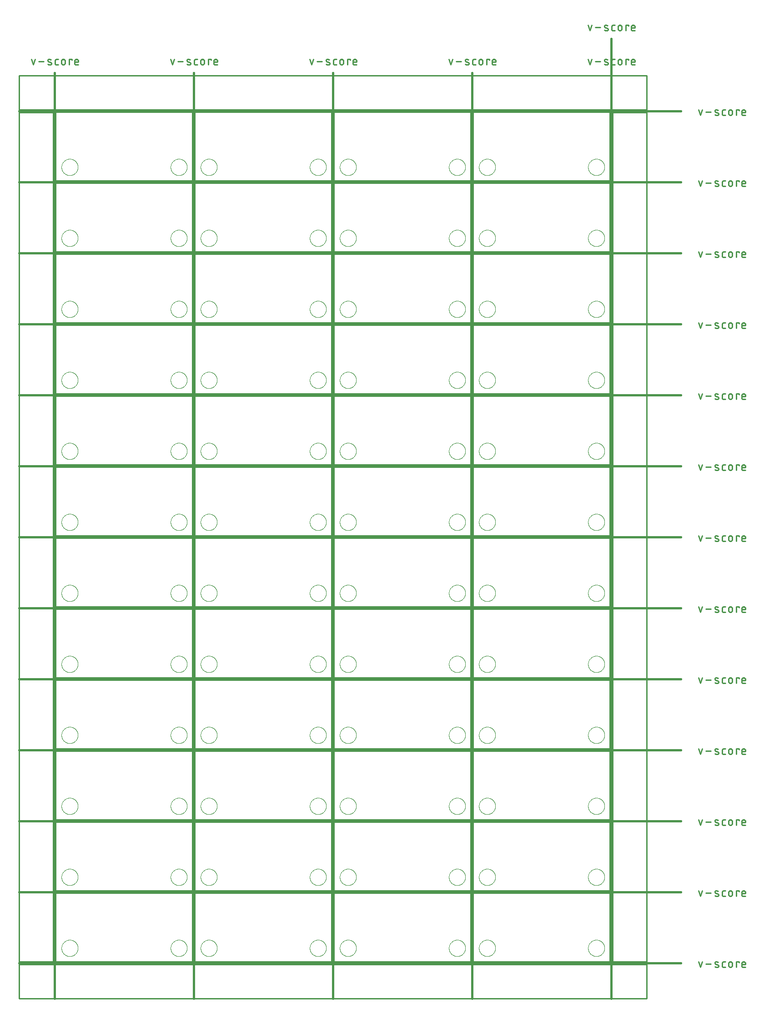
<source format=gko>
G04 EAGLE Gerber RS-274X export*
G75*
%MOMM*%
%FSLAX34Y34*%
%LPD*%
%IN*%
%IPPOS*%
%AMOC8*
5,1,8,0,0,1.08239X$1,22.5*%
G01*
%ADD10C,0.203200*%
%ADD11C,0.381000*%
%ADD12C,0.279400*%
%ADD13C,0.254000*%
%ADD14C,0.000000*%


D10*
X0Y0D02*
X0Y127000D01*
X254000Y127000D01*
X254000Y0D01*
X0Y0D01*
X259080Y0D02*
X259080Y127000D01*
X513080Y127000D01*
X513080Y0D01*
X259080Y0D01*
X518160Y0D02*
X518160Y127000D01*
X772160Y127000D01*
X772160Y0D01*
X518160Y0D01*
X777240Y0D02*
X777240Y127000D01*
X1031240Y127000D01*
X1031240Y0D01*
X777240Y0D01*
X0Y132080D02*
X0Y259080D01*
X254000Y259080D01*
X254000Y132080D01*
X0Y132080D01*
X259080Y132080D02*
X259080Y259080D01*
X513080Y259080D01*
X513080Y132080D01*
X259080Y132080D01*
X518160Y132080D02*
X518160Y259080D01*
X772160Y259080D01*
X772160Y132080D01*
X518160Y132080D01*
X777240Y132080D02*
X777240Y259080D01*
X1031240Y259080D01*
X1031240Y132080D01*
X777240Y132080D01*
X0Y264160D02*
X0Y391160D01*
X254000Y391160D01*
X254000Y264160D01*
X0Y264160D01*
X259080Y264160D02*
X259080Y391160D01*
X513080Y391160D01*
X513080Y264160D01*
X259080Y264160D01*
X518160Y264160D02*
X518160Y391160D01*
X772160Y391160D01*
X772160Y264160D01*
X518160Y264160D01*
X777240Y264160D02*
X777240Y391160D01*
X1031240Y391160D01*
X1031240Y264160D01*
X777240Y264160D01*
X0Y396240D02*
X0Y523240D01*
X254000Y523240D01*
X254000Y396240D01*
X0Y396240D01*
X259080Y396240D02*
X259080Y523240D01*
X513080Y523240D01*
X513080Y396240D01*
X259080Y396240D01*
X518160Y396240D02*
X518160Y523240D01*
X772160Y523240D01*
X772160Y396240D01*
X518160Y396240D01*
X777240Y396240D02*
X777240Y523240D01*
X1031240Y523240D01*
X1031240Y396240D01*
X777240Y396240D01*
X0Y528320D02*
X0Y655320D01*
X254000Y655320D01*
X254000Y528320D01*
X0Y528320D01*
X259080Y528320D02*
X259080Y655320D01*
X513080Y655320D01*
X513080Y528320D01*
X259080Y528320D01*
X518160Y528320D02*
X518160Y655320D01*
X772160Y655320D01*
X772160Y528320D01*
X518160Y528320D01*
X777240Y528320D02*
X777240Y655320D01*
X1031240Y655320D01*
X1031240Y528320D01*
X777240Y528320D01*
X0Y660400D02*
X0Y787400D01*
X254000Y787400D01*
X254000Y660400D01*
X0Y660400D01*
X259080Y660400D02*
X259080Y787400D01*
X513080Y787400D01*
X513080Y660400D01*
X259080Y660400D01*
X518160Y660400D02*
X518160Y787400D01*
X772160Y787400D01*
X772160Y660400D01*
X518160Y660400D01*
X777240Y660400D02*
X777240Y787400D01*
X1031240Y787400D01*
X1031240Y660400D01*
X777240Y660400D01*
X0Y792480D02*
X0Y919480D01*
X254000Y919480D01*
X254000Y792480D01*
X0Y792480D01*
X259080Y792480D02*
X259080Y919480D01*
X513080Y919480D01*
X513080Y792480D01*
X259080Y792480D01*
X518160Y792480D02*
X518160Y919480D01*
X772160Y919480D01*
X772160Y792480D01*
X518160Y792480D01*
X777240Y792480D02*
X777240Y919480D01*
X1031240Y919480D01*
X1031240Y792480D01*
X777240Y792480D01*
X0Y924560D02*
X0Y1051560D01*
X254000Y1051560D01*
X254000Y924560D01*
X0Y924560D01*
X259080Y924560D02*
X259080Y1051560D01*
X513080Y1051560D01*
X513080Y924560D01*
X259080Y924560D01*
X518160Y924560D02*
X518160Y1051560D01*
X772160Y1051560D01*
X772160Y924560D01*
X518160Y924560D01*
X777240Y924560D02*
X777240Y1051560D01*
X1031240Y1051560D01*
X1031240Y924560D01*
X777240Y924560D01*
X0Y1056640D02*
X0Y1183640D01*
X254000Y1183640D01*
X254000Y1056640D01*
X0Y1056640D01*
X259080Y1056640D02*
X259080Y1183640D01*
X513080Y1183640D01*
X513080Y1056640D01*
X259080Y1056640D01*
X518160Y1056640D02*
X518160Y1183640D01*
X772160Y1183640D01*
X772160Y1056640D01*
X518160Y1056640D01*
X777240Y1056640D02*
X777240Y1183640D01*
X1031240Y1183640D01*
X1031240Y1056640D01*
X777240Y1056640D01*
X0Y1188720D02*
X0Y1315720D01*
X254000Y1315720D01*
X254000Y1188720D01*
X0Y1188720D01*
X259080Y1188720D02*
X259080Y1315720D01*
X513080Y1315720D01*
X513080Y1188720D01*
X259080Y1188720D01*
X518160Y1188720D02*
X518160Y1315720D01*
X772160Y1315720D01*
X772160Y1188720D01*
X518160Y1188720D01*
X777240Y1188720D02*
X777240Y1315720D01*
X1031240Y1315720D01*
X1031240Y1188720D01*
X777240Y1188720D01*
X0Y1320800D02*
X0Y1447800D01*
X254000Y1447800D01*
X254000Y1320800D01*
X0Y1320800D01*
X259080Y1320800D02*
X259080Y1447800D01*
X513080Y1447800D01*
X513080Y1320800D01*
X259080Y1320800D01*
X518160Y1320800D02*
X518160Y1447800D01*
X772160Y1447800D01*
X772160Y1320800D01*
X518160Y1320800D01*
X777240Y1320800D02*
X777240Y1447800D01*
X1031240Y1447800D01*
X1031240Y1320800D01*
X777240Y1320800D01*
X0Y1452880D02*
X0Y1579880D01*
X254000Y1579880D01*
X254000Y1452880D01*
X0Y1452880D01*
X259080Y1452880D02*
X259080Y1579880D01*
X513080Y1579880D01*
X513080Y1452880D01*
X259080Y1452880D01*
X518160Y1452880D02*
X518160Y1579880D01*
X772160Y1579880D01*
X772160Y1452880D01*
X518160Y1452880D01*
X777240Y1452880D02*
X777240Y1579880D01*
X1031240Y1579880D01*
X1031240Y1452880D01*
X777240Y1452880D01*
D11*
X-2540Y1653540D02*
X-2540Y-68580D01*
D12*
X-42921Y1668907D02*
X-46251Y1678898D01*
X-39590Y1678898D02*
X-42921Y1668907D01*
X-32806Y1674735D02*
X-22815Y1674735D01*
X-14261Y1674735D02*
X-10098Y1673070D01*
X-14261Y1674734D02*
X-14346Y1674770D01*
X-14429Y1674810D01*
X-14510Y1674853D01*
X-14590Y1674900D01*
X-14667Y1674950D01*
X-14743Y1675003D01*
X-14816Y1675059D01*
X-14886Y1675119D01*
X-14954Y1675181D01*
X-15019Y1675246D01*
X-15081Y1675314D01*
X-15141Y1675385D01*
X-15197Y1675458D01*
X-15250Y1675533D01*
X-15300Y1675611D01*
X-15346Y1675690D01*
X-15389Y1675772D01*
X-15429Y1675855D01*
X-15465Y1675940D01*
X-15497Y1676026D01*
X-15526Y1676114D01*
X-15550Y1676203D01*
X-15571Y1676293D01*
X-15588Y1676383D01*
X-15602Y1676474D01*
X-15611Y1676566D01*
X-15616Y1676658D01*
X-15618Y1676750D01*
X-15616Y1676842D01*
X-15609Y1676934D01*
X-15599Y1677026D01*
X-15585Y1677117D01*
X-15567Y1677208D01*
X-15545Y1677297D01*
X-15519Y1677386D01*
X-15489Y1677473D01*
X-15456Y1677559D01*
X-15419Y1677643D01*
X-15379Y1677726D01*
X-15335Y1677807D01*
X-15288Y1677886D01*
X-15237Y1677963D01*
X-15183Y1678038D01*
X-15126Y1678111D01*
X-15066Y1678181D01*
X-15003Y1678248D01*
X-14937Y1678312D01*
X-14869Y1678374D01*
X-14798Y1678433D01*
X-14724Y1678488D01*
X-14648Y1678541D01*
X-14570Y1678590D01*
X-14490Y1678636D01*
X-14409Y1678678D01*
X-14325Y1678717D01*
X-14240Y1678752D01*
X-14153Y1678783D01*
X-14065Y1678811D01*
X-13976Y1678835D01*
X-13886Y1678855D01*
X-13796Y1678872D01*
X-13704Y1678884D01*
X-13612Y1678893D01*
X-13520Y1678897D01*
X-13428Y1678898D01*
X-13201Y1678892D01*
X-12974Y1678881D01*
X-12747Y1678864D01*
X-12521Y1678841D01*
X-12295Y1678814D01*
X-12070Y1678780D01*
X-11846Y1678742D01*
X-11623Y1678698D01*
X-11401Y1678649D01*
X-11180Y1678594D01*
X-10961Y1678534D01*
X-10743Y1678469D01*
X-10527Y1678398D01*
X-10313Y1678323D01*
X-10100Y1678242D01*
X-9890Y1678156D01*
X-9681Y1678065D01*
X-10098Y1673070D02*
X-10013Y1673034D01*
X-9930Y1672994D01*
X-9849Y1672951D01*
X-9769Y1672904D01*
X-9692Y1672854D01*
X-9616Y1672801D01*
X-9543Y1672745D01*
X-9473Y1672685D01*
X-9405Y1672623D01*
X-9340Y1672558D01*
X-9278Y1672490D01*
X-9218Y1672419D01*
X-9162Y1672346D01*
X-9109Y1672271D01*
X-9059Y1672193D01*
X-9013Y1672114D01*
X-8970Y1672032D01*
X-8930Y1671949D01*
X-8894Y1671864D01*
X-8862Y1671778D01*
X-8833Y1671690D01*
X-8809Y1671601D01*
X-8788Y1671511D01*
X-8771Y1671421D01*
X-8757Y1671330D01*
X-8748Y1671238D01*
X-8743Y1671146D01*
X-8741Y1671054D01*
X-8743Y1670962D01*
X-8750Y1670870D01*
X-8760Y1670778D01*
X-8774Y1670687D01*
X-8792Y1670596D01*
X-8814Y1670507D01*
X-8840Y1670418D01*
X-8870Y1670331D01*
X-8903Y1670245D01*
X-8940Y1670161D01*
X-8980Y1670078D01*
X-9024Y1669997D01*
X-9071Y1669918D01*
X-9122Y1669841D01*
X-9176Y1669766D01*
X-9233Y1669693D01*
X-9293Y1669623D01*
X-9356Y1669556D01*
X-9422Y1669492D01*
X-9490Y1669430D01*
X-9561Y1669371D01*
X-9635Y1669316D01*
X-9711Y1669263D01*
X-9789Y1669214D01*
X-9869Y1669168D01*
X-9950Y1669126D01*
X-10034Y1669087D01*
X-10119Y1669052D01*
X-10206Y1669021D01*
X-10294Y1668993D01*
X-10383Y1668969D01*
X-10473Y1668949D01*
X-10563Y1668932D01*
X-10655Y1668920D01*
X-10747Y1668911D01*
X-10839Y1668907D01*
X-10931Y1668906D01*
X-10931Y1668907D02*
X-11265Y1668916D01*
X-11598Y1668933D01*
X-11931Y1668957D01*
X-12264Y1668990D01*
X-12595Y1669030D01*
X-12926Y1669078D01*
X-13255Y1669134D01*
X-13583Y1669197D01*
X-13909Y1669269D01*
X-14233Y1669348D01*
X-14556Y1669434D01*
X-14876Y1669529D01*
X-15194Y1669631D01*
X-15510Y1669740D01*
X562Y1668907D02*
X3892Y1668907D01*
X562Y1668907D02*
X464Y1668909D01*
X366Y1668915D01*
X268Y1668924D01*
X171Y1668938D01*
X75Y1668955D01*
X-21Y1668976D01*
X-116Y1669001D01*
X-210Y1669029D01*
X-303Y1669061D01*
X-394Y1669097D01*
X-484Y1669136D01*
X-572Y1669179D01*
X-659Y1669226D01*
X-743Y1669275D01*
X-826Y1669328D01*
X-906Y1669384D01*
X-985Y1669443D01*
X-1060Y1669506D01*
X-1134Y1669571D01*
X-1204Y1669639D01*
X-1272Y1669709D01*
X-1338Y1669783D01*
X-1400Y1669859D01*
X-1459Y1669937D01*
X-1515Y1670017D01*
X-1568Y1670100D01*
X-1618Y1670184D01*
X-1664Y1670271D01*
X-1707Y1670359D01*
X-1746Y1670449D01*
X-1782Y1670540D01*
X-1814Y1670633D01*
X-1842Y1670727D01*
X-1867Y1670822D01*
X-1888Y1670918D01*
X-1905Y1671014D01*
X-1919Y1671111D01*
X-1928Y1671209D01*
X-1934Y1671307D01*
X-1936Y1671405D01*
X-1936Y1676400D01*
X-1934Y1676498D01*
X-1928Y1676596D01*
X-1919Y1676694D01*
X-1905Y1676791D01*
X-1888Y1676887D01*
X-1867Y1676983D01*
X-1842Y1677078D01*
X-1814Y1677172D01*
X-1782Y1677265D01*
X-1746Y1677356D01*
X-1707Y1677446D01*
X-1664Y1677534D01*
X-1617Y1677621D01*
X-1568Y1677705D01*
X-1515Y1677788D01*
X-1459Y1677868D01*
X-1400Y1677946D01*
X-1337Y1678022D01*
X-1272Y1678096D01*
X-1204Y1678166D01*
X-1134Y1678234D01*
X-1060Y1678299D01*
X-984Y1678362D01*
X-906Y1678421D01*
X-826Y1678477D01*
X-743Y1678530D01*
X-659Y1678579D01*
X-572Y1678626D01*
X-484Y1678669D01*
X-394Y1678708D01*
X-303Y1678744D01*
X-210Y1678776D01*
X-116Y1678804D01*
X-21Y1678829D01*
X75Y1678850D01*
X171Y1678867D01*
X268Y1678881D01*
X366Y1678890D01*
X464Y1678896D01*
X562Y1678898D01*
X3892Y1678898D01*
X10022Y1675567D02*
X10022Y1672237D01*
X10022Y1675567D02*
X10024Y1675681D01*
X10030Y1675794D01*
X10039Y1675908D01*
X10053Y1676020D01*
X10070Y1676133D01*
X10092Y1676245D01*
X10117Y1676355D01*
X10145Y1676465D01*
X10178Y1676574D01*
X10214Y1676682D01*
X10254Y1676789D01*
X10298Y1676894D01*
X10345Y1676997D01*
X10395Y1677099D01*
X10449Y1677199D01*
X10507Y1677297D01*
X10568Y1677393D01*
X10631Y1677487D01*
X10699Y1677579D01*
X10769Y1677669D01*
X10842Y1677755D01*
X10918Y1677840D01*
X10997Y1677922D01*
X11079Y1678001D01*
X11164Y1678077D01*
X11250Y1678150D01*
X11340Y1678220D01*
X11432Y1678288D01*
X11526Y1678351D01*
X11622Y1678412D01*
X11720Y1678470D01*
X11820Y1678524D01*
X11922Y1678574D01*
X12025Y1678621D01*
X12130Y1678665D01*
X12237Y1678705D01*
X12345Y1678741D01*
X12454Y1678774D01*
X12564Y1678802D01*
X12674Y1678827D01*
X12786Y1678849D01*
X12899Y1678866D01*
X13011Y1678880D01*
X13125Y1678889D01*
X13238Y1678895D01*
X13352Y1678897D01*
X13466Y1678895D01*
X13579Y1678889D01*
X13693Y1678880D01*
X13805Y1678866D01*
X13918Y1678849D01*
X14030Y1678827D01*
X14140Y1678802D01*
X14250Y1678774D01*
X14359Y1678741D01*
X14467Y1678705D01*
X14574Y1678665D01*
X14679Y1678621D01*
X14782Y1678574D01*
X14884Y1678524D01*
X14984Y1678470D01*
X15082Y1678412D01*
X15178Y1678351D01*
X15272Y1678288D01*
X15364Y1678220D01*
X15454Y1678150D01*
X15540Y1678077D01*
X15625Y1678001D01*
X15707Y1677922D01*
X15786Y1677840D01*
X15862Y1677755D01*
X15935Y1677669D01*
X16005Y1677579D01*
X16073Y1677487D01*
X16136Y1677393D01*
X16197Y1677297D01*
X16255Y1677199D01*
X16309Y1677099D01*
X16359Y1676997D01*
X16406Y1676894D01*
X16450Y1676789D01*
X16490Y1676682D01*
X16526Y1676574D01*
X16559Y1676465D01*
X16587Y1676355D01*
X16612Y1676245D01*
X16634Y1676133D01*
X16651Y1676020D01*
X16665Y1675908D01*
X16674Y1675794D01*
X16680Y1675681D01*
X16682Y1675567D01*
X16682Y1672237D01*
X16680Y1672123D01*
X16674Y1672010D01*
X16665Y1671896D01*
X16651Y1671784D01*
X16634Y1671671D01*
X16612Y1671559D01*
X16587Y1671449D01*
X16559Y1671339D01*
X16526Y1671230D01*
X16490Y1671122D01*
X16450Y1671015D01*
X16406Y1670910D01*
X16359Y1670807D01*
X16309Y1670705D01*
X16255Y1670605D01*
X16197Y1670507D01*
X16136Y1670411D01*
X16073Y1670317D01*
X16005Y1670225D01*
X15935Y1670135D01*
X15862Y1670049D01*
X15786Y1669964D01*
X15707Y1669882D01*
X15625Y1669803D01*
X15540Y1669727D01*
X15454Y1669654D01*
X15364Y1669584D01*
X15272Y1669516D01*
X15178Y1669453D01*
X15082Y1669392D01*
X14984Y1669334D01*
X14884Y1669280D01*
X14782Y1669230D01*
X14679Y1669183D01*
X14574Y1669139D01*
X14467Y1669099D01*
X14359Y1669063D01*
X14250Y1669030D01*
X14140Y1669002D01*
X14030Y1668977D01*
X13918Y1668955D01*
X13805Y1668938D01*
X13693Y1668924D01*
X13579Y1668915D01*
X13466Y1668909D01*
X13352Y1668907D01*
X13238Y1668909D01*
X13125Y1668915D01*
X13011Y1668924D01*
X12899Y1668938D01*
X12786Y1668955D01*
X12674Y1668977D01*
X12564Y1669002D01*
X12454Y1669030D01*
X12345Y1669063D01*
X12237Y1669099D01*
X12130Y1669139D01*
X12025Y1669183D01*
X11922Y1669230D01*
X11820Y1669280D01*
X11720Y1669334D01*
X11622Y1669392D01*
X11526Y1669453D01*
X11432Y1669516D01*
X11340Y1669584D01*
X11250Y1669654D01*
X11164Y1669727D01*
X11079Y1669803D01*
X10997Y1669882D01*
X10918Y1669964D01*
X10842Y1670049D01*
X10769Y1670135D01*
X10699Y1670225D01*
X10631Y1670317D01*
X10568Y1670411D01*
X10507Y1670507D01*
X10449Y1670605D01*
X10395Y1670705D01*
X10345Y1670807D01*
X10298Y1670910D01*
X10254Y1671015D01*
X10214Y1671122D01*
X10178Y1671230D01*
X10145Y1671339D01*
X10117Y1671449D01*
X10092Y1671559D01*
X10070Y1671671D01*
X10053Y1671784D01*
X10039Y1671896D01*
X10030Y1672010D01*
X10024Y1672123D01*
X10022Y1672237D01*
X24218Y1668907D02*
X24218Y1678898D01*
X29213Y1678898D01*
X29213Y1677233D01*
X37008Y1668907D02*
X41171Y1668907D01*
X37008Y1668907D02*
X36910Y1668909D01*
X36812Y1668915D01*
X36714Y1668924D01*
X36617Y1668938D01*
X36521Y1668955D01*
X36425Y1668976D01*
X36330Y1669001D01*
X36236Y1669029D01*
X36143Y1669061D01*
X36052Y1669097D01*
X35962Y1669136D01*
X35874Y1669179D01*
X35787Y1669226D01*
X35703Y1669275D01*
X35620Y1669328D01*
X35540Y1669384D01*
X35462Y1669443D01*
X35386Y1669506D01*
X35312Y1669571D01*
X35242Y1669639D01*
X35174Y1669709D01*
X35109Y1669783D01*
X35046Y1669859D01*
X34987Y1669937D01*
X34931Y1670017D01*
X34878Y1670100D01*
X34829Y1670184D01*
X34782Y1670271D01*
X34739Y1670359D01*
X34700Y1670449D01*
X34664Y1670540D01*
X34632Y1670633D01*
X34604Y1670727D01*
X34579Y1670822D01*
X34558Y1670918D01*
X34541Y1671014D01*
X34527Y1671111D01*
X34518Y1671209D01*
X34512Y1671307D01*
X34510Y1671405D01*
X34510Y1675567D01*
X34511Y1675567D02*
X34513Y1675681D01*
X34519Y1675794D01*
X34528Y1675908D01*
X34542Y1676020D01*
X34559Y1676133D01*
X34581Y1676245D01*
X34606Y1676355D01*
X34634Y1676465D01*
X34667Y1676574D01*
X34703Y1676682D01*
X34743Y1676789D01*
X34787Y1676894D01*
X34834Y1676997D01*
X34884Y1677099D01*
X34938Y1677199D01*
X34996Y1677297D01*
X35057Y1677393D01*
X35120Y1677487D01*
X35188Y1677579D01*
X35258Y1677669D01*
X35331Y1677755D01*
X35407Y1677840D01*
X35486Y1677922D01*
X35568Y1678001D01*
X35653Y1678077D01*
X35739Y1678150D01*
X35829Y1678220D01*
X35921Y1678288D01*
X36015Y1678351D01*
X36111Y1678412D01*
X36209Y1678470D01*
X36309Y1678524D01*
X36411Y1678574D01*
X36514Y1678621D01*
X36619Y1678665D01*
X36726Y1678705D01*
X36834Y1678741D01*
X36943Y1678774D01*
X37053Y1678802D01*
X37163Y1678827D01*
X37275Y1678849D01*
X37388Y1678866D01*
X37500Y1678880D01*
X37614Y1678889D01*
X37727Y1678895D01*
X37841Y1678897D01*
X37955Y1678895D01*
X38068Y1678889D01*
X38182Y1678880D01*
X38294Y1678866D01*
X38407Y1678849D01*
X38519Y1678827D01*
X38629Y1678802D01*
X38739Y1678774D01*
X38848Y1678741D01*
X38956Y1678705D01*
X39063Y1678665D01*
X39168Y1678621D01*
X39271Y1678574D01*
X39373Y1678524D01*
X39473Y1678470D01*
X39571Y1678412D01*
X39667Y1678351D01*
X39761Y1678288D01*
X39853Y1678220D01*
X39943Y1678150D01*
X40029Y1678077D01*
X40114Y1678001D01*
X40196Y1677922D01*
X40275Y1677840D01*
X40351Y1677755D01*
X40424Y1677669D01*
X40494Y1677579D01*
X40562Y1677487D01*
X40625Y1677393D01*
X40686Y1677297D01*
X40744Y1677199D01*
X40798Y1677099D01*
X40848Y1676997D01*
X40895Y1676894D01*
X40939Y1676789D01*
X40979Y1676682D01*
X41015Y1676574D01*
X41048Y1676465D01*
X41076Y1676355D01*
X41101Y1676245D01*
X41123Y1676133D01*
X41140Y1676020D01*
X41154Y1675908D01*
X41163Y1675794D01*
X41169Y1675681D01*
X41171Y1675567D01*
X41171Y1673902D01*
X34510Y1673902D01*
D11*
X256540Y1653540D02*
X256540Y-68580D01*
D12*
X216159Y1668907D02*
X212829Y1678898D01*
X219490Y1678898D02*
X216159Y1668907D01*
X226274Y1674735D02*
X236265Y1674735D01*
X244819Y1674735D02*
X248982Y1673070D01*
X244819Y1674734D02*
X244734Y1674770D01*
X244651Y1674810D01*
X244570Y1674853D01*
X244490Y1674900D01*
X244413Y1674950D01*
X244337Y1675003D01*
X244264Y1675059D01*
X244194Y1675119D01*
X244126Y1675181D01*
X244061Y1675246D01*
X243999Y1675314D01*
X243939Y1675385D01*
X243883Y1675458D01*
X243830Y1675533D01*
X243780Y1675611D01*
X243734Y1675690D01*
X243691Y1675772D01*
X243651Y1675855D01*
X243615Y1675940D01*
X243583Y1676026D01*
X243554Y1676114D01*
X243530Y1676203D01*
X243509Y1676293D01*
X243492Y1676383D01*
X243478Y1676474D01*
X243469Y1676566D01*
X243464Y1676658D01*
X243462Y1676750D01*
X243464Y1676842D01*
X243471Y1676934D01*
X243481Y1677026D01*
X243495Y1677117D01*
X243513Y1677208D01*
X243535Y1677297D01*
X243561Y1677386D01*
X243591Y1677473D01*
X243624Y1677559D01*
X243661Y1677643D01*
X243701Y1677726D01*
X243745Y1677807D01*
X243792Y1677886D01*
X243843Y1677963D01*
X243897Y1678038D01*
X243954Y1678111D01*
X244014Y1678181D01*
X244077Y1678248D01*
X244143Y1678312D01*
X244211Y1678374D01*
X244282Y1678433D01*
X244356Y1678488D01*
X244432Y1678541D01*
X244510Y1678590D01*
X244590Y1678636D01*
X244671Y1678678D01*
X244755Y1678717D01*
X244840Y1678752D01*
X244927Y1678783D01*
X245015Y1678811D01*
X245104Y1678835D01*
X245194Y1678855D01*
X245284Y1678872D01*
X245376Y1678884D01*
X245468Y1678893D01*
X245560Y1678897D01*
X245652Y1678898D01*
X245879Y1678892D01*
X246106Y1678881D01*
X246333Y1678864D01*
X246559Y1678841D01*
X246785Y1678814D01*
X247010Y1678780D01*
X247234Y1678742D01*
X247457Y1678698D01*
X247679Y1678649D01*
X247900Y1678594D01*
X248119Y1678534D01*
X248337Y1678469D01*
X248553Y1678398D01*
X248767Y1678323D01*
X248980Y1678242D01*
X249190Y1678156D01*
X249399Y1678065D01*
X248982Y1673070D02*
X249067Y1673034D01*
X249150Y1672994D01*
X249231Y1672951D01*
X249311Y1672904D01*
X249388Y1672854D01*
X249464Y1672801D01*
X249537Y1672745D01*
X249607Y1672685D01*
X249675Y1672623D01*
X249740Y1672558D01*
X249802Y1672490D01*
X249862Y1672419D01*
X249918Y1672346D01*
X249971Y1672271D01*
X250021Y1672193D01*
X250067Y1672114D01*
X250110Y1672032D01*
X250150Y1671949D01*
X250186Y1671864D01*
X250218Y1671778D01*
X250247Y1671690D01*
X250271Y1671601D01*
X250292Y1671511D01*
X250309Y1671421D01*
X250323Y1671330D01*
X250332Y1671238D01*
X250337Y1671146D01*
X250339Y1671054D01*
X250337Y1670962D01*
X250330Y1670870D01*
X250320Y1670778D01*
X250306Y1670687D01*
X250288Y1670596D01*
X250266Y1670507D01*
X250240Y1670418D01*
X250210Y1670331D01*
X250177Y1670245D01*
X250140Y1670161D01*
X250100Y1670078D01*
X250056Y1669997D01*
X250009Y1669918D01*
X249958Y1669841D01*
X249904Y1669766D01*
X249847Y1669693D01*
X249787Y1669623D01*
X249724Y1669556D01*
X249658Y1669492D01*
X249590Y1669430D01*
X249519Y1669371D01*
X249445Y1669316D01*
X249369Y1669263D01*
X249291Y1669214D01*
X249211Y1669168D01*
X249130Y1669126D01*
X249046Y1669087D01*
X248961Y1669052D01*
X248874Y1669021D01*
X248786Y1668993D01*
X248697Y1668969D01*
X248607Y1668949D01*
X248517Y1668932D01*
X248425Y1668920D01*
X248333Y1668911D01*
X248241Y1668907D01*
X248149Y1668906D01*
X248149Y1668907D02*
X247815Y1668916D01*
X247482Y1668933D01*
X247149Y1668957D01*
X246816Y1668990D01*
X246485Y1669030D01*
X246154Y1669078D01*
X245825Y1669134D01*
X245497Y1669197D01*
X245171Y1669269D01*
X244847Y1669348D01*
X244524Y1669434D01*
X244204Y1669529D01*
X243886Y1669631D01*
X243570Y1669740D01*
X259642Y1668907D02*
X262972Y1668907D01*
X259642Y1668907D02*
X259544Y1668909D01*
X259446Y1668915D01*
X259348Y1668924D01*
X259251Y1668938D01*
X259155Y1668955D01*
X259059Y1668976D01*
X258964Y1669001D01*
X258870Y1669029D01*
X258777Y1669061D01*
X258686Y1669097D01*
X258596Y1669136D01*
X258508Y1669179D01*
X258421Y1669226D01*
X258337Y1669275D01*
X258254Y1669328D01*
X258174Y1669384D01*
X258096Y1669443D01*
X258020Y1669506D01*
X257946Y1669571D01*
X257876Y1669639D01*
X257808Y1669709D01*
X257743Y1669783D01*
X257680Y1669859D01*
X257621Y1669937D01*
X257565Y1670017D01*
X257512Y1670100D01*
X257463Y1670184D01*
X257416Y1670271D01*
X257373Y1670359D01*
X257334Y1670449D01*
X257298Y1670540D01*
X257266Y1670633D01*
X257238Y1670727D01*
X257213Y1670822D01*
X257192Y1670918D01*
X257175Y1671014D01*
X257161Y1671111D01*
X257152Y1671209D01*
X257146Y1671307D01*
X257144Y1671405D01*
X257144Y1676400D01*
X257146Y1676498D01*
X257152Y1676596D01*
X257161Y1676694D01*
X257175Y1676791D01*
X257192Y1676887D01*
X257213Y1676983D01*
X257238Y1677078D01*
X257266Y1677172D01*
X257298Y1677265D01*
X257334Y1677356D01*
X257373Y1677446D01*
X257416Y1677534D01*
X257463Y1677621D01*
X257512Y1677705D01*
X257565Y1677788D01*
X257621Y1677868D01*
X257680Y1677947D01*
X257743Y1678022D01*
X257808Y1678096D01*
X257876Y1678166D01*
X257946Y1678234D01*
X258020Y1678300D01*
X258096Y1678362D01*
X258174Y1678421D01*
X258254Y1678477D01*
X258337Y1678530D01*
X258421Y1678580D01*
X258508Y1678626D01*
X258596Y1678669D01*
X258686Y1678708D01*
X258777Y1678744D01*
X258870Y1678776D01*
X258964Y1678804D01*
X259059Y1678829D01*
X259155Y1678850D01*
X259251Y1678867D01*
X259348Y1678881D01*
X259446Y1678890D01*
X259544Y1678896D01*
X259642Y1678898D01*
X262972Y1678898D01*
X269102Y1675567D02*
X269102Y1672237D01*
X269102Y1675567D02*
X269104Y1675681D01*
X269110Y1675794D01*
X269119Y1675908D01*
X269133Y1676020D01*
X269150Y1676133D01*
X269172Y1676245D01*
X269197Y1676355D01*
X269225Y1676465D01*
X269258Y1676574D01*
X269294Y1676682D01*
X269334Y1676789D01*
X269378Y1676894D01*
X269425Y1676997D01*
X269475Y1677099D01*
X269529Y1677199D01*
X269587Y1677297D01*
X269648Y1677393D01*
X269711Y1677487D01*
X269779Y1677579D01*
X269849Y1677669D01*
X269922Y1677755D01*
X269998Y1677840D01*
X270077Y1677922D01*
X270159Y1678001D01*
X270244Y1678077D01*
X270330Y1678150D01*
X270420Y1678220D01*
X270512Y1678288D01*
X270606Y1678351D01*
X270702Y1678412D01*
X270800Y1678470D01*
X270900Y1678524D01*
X271002Y1678574D01*
X271105Y1678621D01*
X271210Y1678665D01*
X271317Y1678705D01*
X271425Y1678741D01*
X271534Y1678774D01*
X271644Y1678802D01*
X271754Y1678827D01*
X271866Y1678849D01*
X271979Y1678866D01*
X272091Y1678880D01*
X272205Y1678889D01*
X272318Y1678895D01*
X272432Y1678897D01*
X272546Y1678895D01*
X272659Y1678889D01*
X272773Y1678880D01*
X272885Y1678866D01*
X272998Y1678849D01*
X273110Y1678827D01*
X273220Y1678802D01*
X273330Y1678774D01*
X273439Y1678741D01*
X273547Y1678705D01*
X273654Y1678665D01*
X273759Y1678621D01*
X273862Y1678574D01*
X273964Y1678524D01*
X274064Y1678470D01*
X274162Y1678412D01*
X274258Y1678351D01*
X274352Y1678288D01*
X274444Y1678220D01*
X274534Y1678150D01*
X274620Y1678077D01*
X274705Y1678001D01*
X274787Y1677922D01*
X274866Y1677840D01*
X274942Y1677755D01*
X275015Y1677669D01*
X275085Y1677579D01*
X275153Y1677487D01*
X275216Y1677393D01*
X275277Y1677297D01*
X275335Y1677199D01*
X275389Y1677099D01*
X275439Y1676997D01*
X275486Y1676894D01*
X275530Y1676789D01*
X275570Y1676682D01*
X275606Y1676574D01*
X275639Y1676465D01*
X275667Y1676355D01*
X275692Y1676245D01*
X275714Y1676133D01*
X275731Y1676020D01*
X275745Y1675908D01*
X275754Y1675794D01*
X275760Y1675681D01*
X275762Y1675567D01*
X275762Y1672237D01*
X275760Y1672123D01*
X275754Y1672010D01*
X275745Y1671896D01*
X275731Y1671784D01*
X275714Y1671671D01*
X275692Y1671559D01*
X275667Y1671449D01*
X275639Y1671339D01*
X275606Y1671230D01*
X275570Y1671122D01*
X275530Y1671015D01*
X275486Y1670910D01*
X275439Y1670807D01*
X275389Y1670705D01*
X275335Y1670605D01*
X275277Y1670507D01*
X275216Y1670411D01*
X275153Y1670317D01*
X275085Y1670225D01*
X275015Y1670135D01*
X274942Y1670049D01*
X274866Y1669964D01*
X274787Y1669882D01*
X274705Y1669803D01*
X274620Y1669727D01*
X274534Y1669654D01*
X274444Y1669584D01*
X274352Y1669516D01*
X274258Y1669453D01*
X274162Y1669392D01*
X274064Y1669334D01*
X273964Y1669280D01*
X273862Y1669230D01*
X273759Y1669183D01*
X273654Y1669139D01*
X273547Y1669099D01*
X273439Y1669063D01*
X273330Y1669030D01*
X273220Y1669002D01*
X273110Y1668977D01*
X272998Y1668955D01*
X272885Y1668938D01*
X272773Y1668924D01*
X272659Y1668915D01*
X272546Y1668909D01*
X272432Y1668907D01*
X272318Y1668909D01*
X272205Y1668915D01*
X272091Y1668924D01*
X271979Y1668938D01*
X271866Y1668955D01*
X271754Y1668977D01*
X271644Y1669002D01*
X271534Y1669030D01*
X271425Y1669063D01*
X271317Y1669099D01*
X271210Y1669139D01*
X271105Y1669183D01*
X271002Y1669230D01*
X270900Y1669280D01*
X270800Y1669334D01*
X270702Y1669392D01*
X270606Y1669453D01*
X270512Y1669516D01*
X270420Y1669584D01*
X270330Y1669654D01*
X270244Y1669727D01*
X270159Y1669803D01*
X270077Y1669882D01*
X269998Y1669964D01*
X269922Y1670049D01*
X269849Y1670135D01*
X269779Y1670225D01*
X269711Y1670317D01*
X269648Y1670411D01*
X269587Y1670507D01*
X269529Y1670605D01*
X269475Y1670705D01*
X269425Y1670807D01*
X269378Y1670910D01*
X269334Y1671015D01*
X269294Y1671122D01*
X269258Y1671230D01*
X269225Y1671339D01*
X269197Y1671449D01*
X269172Y1671559D01*
X269150Y1671671D01*
X269133Y1671784D01*
X269119Y1671896D01*
X269110Y1672010D01*
X269104Y1672123D01*
X269102Y1672237D01*
X283298Y1668907D02*
X283298Y1678898D01*
X288293Y1678898D01*
X288293Y1677233D01*
X296088Y1668907D02*
X300251Y1668907D01*
X296088Y1668907D02*
X295990Y1668909D01*
X295892Y1668915D01*
X295794Y1668924D01*
X295697Y1668938D01*
X295601Y1668955D01*
X295505Y1668976D01*
X295410Y1669001D01*
X295316Y1669029D01*
X295223Y1669061D01*
X295132Y1669097D01*
X295042Y1669136D01*
X294954Y1669179D01*
X294867Y1669226D01*
X294783Y1669275D01*
X294700Y1669328D01*
X294620Y1669384D01*
X294542Y1669443D01*
X294466Y1669506D01*
X294392Y1669571D01*
X294322Y1669639D01*
X294254Y1669709D01*
X294189Y1669783D01*
X294126Y1669859D01*
X294067Y1669937D01*
X294011Y1670017D01*
X293958Y1670100D01*
X293909Y1670184D01*
X293862Y1670271D01*
X293819Y1670359D01*
X293780Y1670449D01*
X293744Y1670540D01*
X293712Y1670633D01*
X293684Y1670727D01*
X293659Y1670822D01*
X293638Y1670918D01*
X293621Y1671014D01*
X293607Y1671111D01*
X293598Y1671209D01*
X293592Y1671307D01*
X293590Y1671405D01*
X293590Y1675567D01*
X293591Y1675567D02*
X293593Y1675681D01*
X293599Y1675794D01*
X293608Y1675908D01*
X293622Y1676020D01*
X293639Y1676133D01*
X293661Y1676245D01*
X293686Y1676355D01*
X293714Y1676465D01*
X293747Y1676574D01*
X293783Y1676682D01*
X293823Y1676789D01*
X293867Y1676894D01*
X293914Y1676997D01*
X293964Y1677099D01*
X294018Y1677199D01*
X294076Y1677297D01*
X294137Y1677393D01*
X294200Y1677487D01*
X294268Y1677579D01*
X294338Y1677669D01*
X294411Y1677755D01*
X294487Y1677840D01*
X294566Y1677922D01*
X294648Y1678001D01*
X294733Y1678077D01*
X294819Y1678150D01*
X294909Y1678220D01*
X295001Y1678288D01*
X295095Y1678351D01*
X295191Y1678412D01*
X295289Y1678470D01*
X295389Y1678524D01*
X295491Y1678574D01*
X295594Y1678621D01*
X295699Y1678665D01*
X295806Y1678705D01*
X295914Y1678741D01*
X296023Y1678774D01*
X296133Y1678802D01*
X296243Y1678827D01*
X296355Y1678849D01*
X296468Y1678866D01*
X296580Y1678880D01*
X296694Y1678889D01*
X296807Y1678895D01*
X296921Y1678897D01*
X297035Y1678895D01*
X297148Y1678889D01*
X297262Y1678880D01*
X297374Y1678866D01*
X297487Y1678849D01*
X297599Y1678827D01*
X297709Y1678802D01*
X297819Y1678774D01*
X297928Y1678741D01*
X298036Y1678705D01*
X298143Y1678665D01*
X298248Y1678621D01*
X298351Y1678574D01*
X298453Y1678524D01*
X298553Y1678470D01*
X298651Y1678412D01*
X298747Y1678351D01*
X298841Y1678288D01*
X298933Y1678220D01*
X299023Y1678150D01*
X299109Y1678077D01*
X299194Y1678001D01*
X299276Y1677922D01*
X299355Y1677840D01*
X299431Y1677755D01*
X299504Y1677669D01*
X299574Y1677579D01*
X299642Y1677487D01*
X299705Y1677393D01*
X299766Y1677297D01*
X299824Y1677199D01*
X299878Y1677099D01*
X299928Y1676997D01*
X299975Y1676894D01*
X300019Y1676789D01*
X300059Y1676682D01*
X300095Y1676574D01*
X300128Y1676465D01*
X300156Y1676355D01*
X300181Y1676245D01*
X300203Y1676133D01*
X300220Y1676020D01*
X300234Y1675908D01*
X300243Y1675794D01*
X300249Y1675681D01*
X300251Y1675567D01*
X300251Y1673902D01*
X293590Y1673902D01*
D11*
X515620Y1653540D02*
X515620Y-68580D01*
D12*
X475239Y1668907D02*
X471909Y1678898D01*
X478570Y1678898D02*
X475239Y1668907D01*
X485354Y1674735D02*
X495345Y1674735D01*
X503899Y1674735D02*
X508062Y1673070D01*
X503899Y1674734D02*
X503814Y1674770D01*
X503731Y1674810D01*
X503650Y1674853D01*
X503570Y1674900D01*
X503493Y1674950D01*
X503417Y1675003D01*
X503344Y1675059D01*
X503274Y1675119D01*
X503206Y1675181D01*
X503141Y1675246D01*
X503079Y1675314D01*
X503019Y1675385D01*
X502963Y1675458D01*
X502910Y1675533D01*
X502860Y1675611D01*
X502814Y1675690D01*
X502771Y1675772D01*
X502731Y1675855D01*
X502695Y1675940D01*
X502663Y1676026D01*
X502634Y1676114D01*
X502610Y1676203D01*
X502589Y1676293D01*
X502572Y1676383D01*
X502558Y1676474D01*
X502549Y1676566D01*
X502544Y1676658D01*
X502542Y1676750D01*
X502544Y1676842D01*
X502551Y1676934D01*
X502561Y1677026D01*
X502575Y1677117D01*
X502593Y1677208D01*
X502615Y1677297D01*
X502641Y1677386D01*
X502671Y1677473D01*
X502704Y1677559D01*
X502741Y1677643D01*
X502781Y1677726D01*
X502825Y1677807D01*
X502872Y1677886D01*
X502923Y1677963D01*
X502977Y1678038D01*
X503034Y1678111D01*
X503094Y1678181D01*
X503157Y1678248D01*
X503223Y1678312D01*
X503291Y1678374D01*
X503362Y1678433D01*
X503436Y1678488D01*
X503512Y1678541D01*
X503590Y1678590D01*
X503670Y1678636D01*
X503751Y1678678D01*
X503835Y1678717D01*
X503920Y1678752D01*
X504007Y1678783D01*
X504095Y1678811D01*
X504184Y1678835D01*
X504274Y1678855D01*
X504364Y1678872D01*
X504456Y1678884D01*
X504548Y1678893D01*
X504640Y1678897D01*
X504732Y1678898D01*
X504959Y1678892D01*
X505186Y1678881D01*
X505413Y1678864D01*
X505639Y1678841D01*
X505865Y1678814D01*
X506090Y1678780D01*
X506314Y1678742D01*
X506537Y1678698D01*
X506759Y1678649D01*
X506980Y1678594D01*
X507199Y1678534D01*
X507417Y1678469D01*
X507633Y1678398D01*
X507847Y1678323D01*
X508060Y1678242D01*
X508270Y1678156D01*
X508479Y1678065D01*
X508062Y1673070D02*
X508147Y1673034D01*
X508230Y1672994D01*
X508311Y1672951D01*
X508391Y1672904D01*
X508468Y1672854D01*
X508544Y1672801D01*
X508617Y1672745D01*
X508687Y1672685D01*
X508755Y1672623D01*
X508820Y1672558D01*
X508882Y1672490D01*
X508942Y1672419D01*
X508998Y1672346D01*
X509051Y1672271D01*
X509101Y1672193D01*
X509147Y1672114D01*
X509190Y1672032D01*
X509230Y1671949D01*
X509266Y1671864D01*
X509298Y1671778D01*
X509327Y1671690D01*
X509351Y1671601D01*
X509372Y1671511D01*
X509389Y1671421D01*
X509403Y1671330D01*
X509412Y1671238D01*
X509417Y1671146D01*
X509419Y1671054D01*
X509417Y1670962D01*
X509410Y1670870D01*
X509400Y1670778D01*
X509386Y1670687D01*
X509368Y1670596D01*
X509346Y1670507D01*
X509320Y1670418D01*
X509290Y1670331D01*
X509257Y1670245D01*
X509220Y1670161D01*
X509180Y1670078D01*
X509136Y1669997D01*
X509089Y1669918D01*
X509038Y1669841D01*
X508984Y1669766D01*
X508927Y1669693D01*
X508867Y1669623D01*
X508804Y1669556D01*
X508738Y1669492D01*
X508670Y1669430D01*
X508599Y1669371D01*
X508525Y1669316D01*
X508449Y1669263D01*
X508371Y1669214D01*
X508291Y1669168D01*
X508210Y1669126D01*
X508126Y1669087D01*
X508041Y1669052D01*
X507954Y1669021D01*
X507866Y1668993D01*
X507777Y1668969D01*
X507687Y1668949D01*
X507597Y1668932D01*
X507505Y1668920D01*
X507413Y1668911D01*
X507321Y1668907D01*
X507229Y1668906D01*
X507229Y1668907D02*
X506895Y1668916D01*
X506562Y1668933D01*
X506229Y1668957D01*
X505896Y1668990D01*
X505565Y1669030D01*
X505234Y1669078D01*
X504905Y1669134D01*
X504577Y1669197D01*
X504251Y1669269D01*
X503927Y1669348D01*
X503604Y1669434D01*
X503284Y1669529D01*
X502966Y1669631D01*
X502650Y1669740D01*
X518722Y1668907D02*
X522052Y1668907D01*
X518722Y1668907D02*
X518624Y1668909D01*
X518526Y1668915D01*
X518428Y1668924D01*
X518331Y1668938D01*
X518235Y1668955D01*
X518139Y1668976D01*
X518044Y1669001D01*
X517950Y1669029D01*
X517857Y1669061D01*
X517766Y1669097D01*
X517676Y1669136D01*
X517588Y1669179D01*
X517501Y1669226D01*
X517417Y1669275D01*
X517334Y1669328D01*
X517254Y1669384D01*
X517176Y1669443D01*
X517100Y1669506D01*
X517026Y1669571D01*
X516956Y1669639D01*
X516888Y1669709D01*
X516823Y1669783D01*
X516760Y1669859D01*
X516701Y1669937D01*
X516645Y1670017D01*
X516592Y1670100D01*
X516543Y1670184D01*
X516496Y1670271D01*
X516453Y1670359D01*
X516414Y1670449D01*
X516378Y1670540D01*
X516346Y1670633D01*
X516318Y1670727D01*
X516293Y1670822D01*
X516272Y1670918D01*
X516255Y1671014D01*
X516241Y1671111D01*
X516232Y1671209D01*
X516226Y1671307D01*
X516224Y1671405D01*
X516224Y1676400D01*
X516226Y1676498D01*
X516232Y1676596D01*
X516241Y1676694D01*
X516255Y1676791D01*
X516272Y1676887D01*
X516293Y1676983D01*
X516318Y1677078D01*
X516346Y1677172D01*
X516378Y1677265D01*
X516414Y1677356D01*
X516453Y1677446D01*
X516496Y1677534D01*
X516543Y1677621D01*
X516592Y1677705D01*
X516645Y1677788D01*
X516701Y1677868D01*
X516760Y1677947D01*
X516823Y1678022D01*
X516888Y1678096D01*
X516956Y1678166D01*
X517026Y1678234D01*
X517100Y1678300D01*
X517176Y1678362D01*
X517254Y1678421D01*
X517334Y1678477D01*
X517417Y1678530D01*
X517501Y1678580D01*
X517588Y1678626D01*
X517676Y1678669D01*
X517766Y1678708D01*
X517857Y1678744D01*
X517950Y1678776D01*
X518044Y1678804D01*
X518139Y1678829D01*
X518235Y1678850D01*
X518331Y1678867D01*
X518428Y1678881D01*
X518526Y1678890D01*
X518624Y1678896D01*
X518722Y1678898D01*
X522052Y1678898D01*
X528182Y1675567D02*
X528182Y1672237D01*
X528182Y1675567D02*
X528184Y1675681D01*
X528190Y1675794D01*
X528199Y1675908D01*
X528213Y1676020D01*
X528230Y1676133D01*
X528252Y1676245D01*
X528277Y1676355D01*
X528305Y1676465D01*
X528338Y1676574D01*
X528374Y1676682D01*
X528414Y1676789D01*
X528458Y1676894D01*
X528505Y1676997D01*
X528555Y1677099D01*
X528609Y1677199D01*
X528667Y1677297D01*
X528728Y1677393D01*
X528791Y1677487D01*
X528859Y1677579D01*
X528929Y1677669D01*
X529002Y1677755D01*
X529078Y1677840D01*
X529157Y1677922D01*
X529239Y1678001D01*
X529324Y1678077D01*
X529410Y1678150D01*
X529500Y1678220D01*
X529592Y1678288D01*
X529686Y1678351D01*
X529782Y1678412D01*
X529880Y1678470D01*
X529980Y1678524D01*
X530082Y1678574D01*
X530185Y1678621D01*
X530290Y1678665D01*
X530397Y1678705D01*
X530505Y1678741D01*
X530614Y1678774D01*
X530724Y1678802D01*
X530834Y1678827D01*
X530946Y1678849D01*
X531059Y1678866D01*
X531171Y1678880D01*
X531285Y1678889D01*
X531398Y1678895D01*
X531512Y1678897D01*
X531626Y1678895D01*
X531739Y1678889D01*
X531853Y1678880D01*
X531965Y1678866D01*
X532078Y1678849D01*
X532190Y1678827D01*
X532300Y1678802D01*
X532410Y1678774D01*
X532519Y1678741D01*
X532627Y1678705D01*
X532734Y1678665D01*
X532839Y1678621D01*
X532942Y1678574D01*
X533044Y1678524D01*
X533144Y1678470D01*
X533242Y1678412D01*
X533338Y1678351D01*
X533432Y1678288D01*
X533524Y1678220D01*
X533614Y1678150D01*
X533700Y1678077D01*
X533785Y1678001D01*
X533867Y1677922D01*
X533946Y1677840D01*
X534022Y1677755D01*
X534095Y1677669D01*
X534165Y1677579D01*
X534233Y1677487D01*
X534296Y1677393D01*
X534357Y1677297D01*
X534415Y1677199D01*
X534469Y1677099D01*
X534519Y1676997D01*
X534566Y1676894D01*
X534610Y1676789D01*
X534650Y1676682D01*
X534686Y1676574D01*
X534719Y1676465D01*
X534747Y1676355D01*
X534772Y1676245D01*
X534794Y1676133D01*
X534811Y1676020D01*
X534825Y1675908D01*
X534834Y1675794D01*
X534840Y1675681D01*
X534842Y1675567D01*
X534842Y1672237D01*
X534840Y1672123D01*
X534834Y1672010D01*
X534825Y1671896D01*
X534811Y1671784D01*
X534794Y1671671D01*
X534772Y1671559D01*
X534747Y1671449D01*
X534719Y1671339D01*
X534686Y1671230D01*
X534650Y1671122D01*
X534610Y1671015D01*
X534566Y1670910D01*
X534519Y1670807D01*
X534469Y1670705D01*
X534415Y1670605D01*
X534357Y1670507D01*
X534296Y1670411D01*
X534233Y1670317D01*
X534165Y1670225D01*
X534095Y1670135D01*
X534022Y1670049D01*
X533946Y1669964D01*
X533867Y1669882D01*
X533785Y1669803D01*
X533700Y1669727D01*
X533614Y1669654D01*
X533524Y1669584D01*
X533432Y1669516D01*
X533338Y1669453D01*
X533242Y1669392D01*
X533144Y1669334D01*
X533044Y1669280D01*
X532942Y1669230D01*
X532839Y1669183D01*
X532734Y1669139D01*
X532627Y1669099D01*
X532519Y1669063D01*
X532410Y1669030D01*
X532300Y1669002D01*
X532190Y1668977D01*
X532078Y1668955D01*
X531965Y1668938D01*
X531853Y1668924D01*
X531739Y1668915D01*
X531626Y1668909D01*
X531512Y1668907D01*
X531398Y1668909D01*
X531285Y1668915D01*
X531171Y1668924D01*
X531059Y1668938D01*
X530946Y1668955D01*
X530834Y1668977D01*
X530724Y1669002D01*
X530614Y1669030D01*
X530505Y1669063D01*
X530397Y1669099D01*
X530290Y1669139D01*
X530185Y1669183D01*
X530082Y1669230D01*
X529980Y1669280D01*
X529880Y1669334D01*
X529782Y1669392D01*
X529686Y1669453D01*
X529592Y1669516D01*
X529500Y1669584D01*
X529410Y1669654D01*
X529324Y1669727D01*
X529239Y1669803D01*
X529157Y1669882D01*
X529078Y1669964D01*
X529002Y1670049D01*
X528929Y1670135D01*
X528859Y1670225D01*
X528791Y1670317D01*
X528728Y1670411D01*
X528667Y1670507D01*
X528609Y1670605D01*
X528555Y1670705D01*
X528505Y1670807D01*
X528458Y1670910D01*
X528414Y1671015D01*
X528374Y1671122D01*
X528338Y1671230D01*
X528305Y1671339D01*
X528277Y1671449D01*
X528252Y1671559D01*
X528230Y1671671D01*
X528213Y1671784D01*
X528199Y1671896D01*
X528190Y1672010D01*
X528184Y1672123D01*
X528182Y1672237D01*
X542378Y1668907D02*
X542378Y1678898D01*
X547373Y1678898D01*
X547373Y1677233D01*
X555168Y1668907D02*
X559331Y1668907D01*
X555168Y1668907D02*
X555070Y1668909D01*
X554972Y1668915D01*
X554874Y1668924D01*
X554777Y1668938D01*
X554681Y1668955D01*
X554585Y1668976D01*
X554490Y1669001D01*
X554396Y1669029D01*
X554303Y1669061D01*
X554212Y1669097D01*
X554122Y1669136D01*
X554034Y1669179D01*
X553947Y1669226D01*
X553863Y1669275D01*
X553780Y1669328D01*
X553700Y1669384D01*
X553622Y1669443D01*
X553546Y1669506D01*
X553472Y1669571D01*
X553402Y1669639D01*
X553334Y1669709D01*
X553269Y1669783D01*
X553206Y1669859D01*
X553147Y1669937D01*
X553091Y1670017D01*
X553038Y1670100D01*
X552989Y1670184D01*
X552942Y1670271D01*
X552899Y1670359D01*
X552860Y1670449D01*
X552824Y1670540D01*
X552792Y1670633D01*
X552764Y1670727D01*
X552739Y1670822D01*
X552718Y1670918D01*
X552701Y1671014D01*
X552687Y1671111D01*
X552678Y1671209D01*
X552672Y1671307D01*
X552670Y1671405D01*
X552670Y1675567D01*
X552671Y1675567D02*
X552673Y1675681D01*
X552679Y1675794D01*
X552688Y1675908D01*
X552702Y1676020D01*
X552719Y1676133D01*
X552741Y1676245D01*
X552766Y1676355D01*
X552794Y1676465D01*
X552827Y1676574D01*
X552863Y1676682D01*
X552903Y1676789D01*
X552947Y1676894D01*
X552994Y1676997D01*
X553044Y1677099D01*
X553098Y1677199D01*
X553156Y1677297D01*
X553217Y1677393D01*
X553280Y1677487D01*
X553348Y1677579D01*
X553418Y1677669D01*
X553491Y1677755D01*
X553567Y1677840D01*
X553646Y1677922D01*
X553728Y1678001D01*
X553813Y1678077D01*
X553899Y1678150D01*
X553989Y1678220D01*
X554081Y1678288D01*
X554175Y1678351D01*
X554271Y1678412D01*
X554369Y1678470D01*
X554469Y1678524D01*
X554571Y1678574D01*
X554674Y1678621D01*
X554779Y1678665D01*
X554886Y1678705D01*
X554994Y1678741D01*
X555103Y1678774D01*
X555213Y1678802D01*
X555323Y1678827D01*
X555435Y1678849D01*
X555548Y1678866D01*
X555660Y1678880D01*
X555774Y1678889D01*
X555887Y1678895D01*
X556001Y1678897D01*
X556115Y1678895D01*
X556228Y1678889D01*
X556342Y1678880D01*
X556454Y1678866D01*
X556567Y1678849D01*
X556679Y1678827D01*
X556789Y1678802D01*
X556899Y1678774D01*
X557008Y1678741D01*
X557116Y1678705D01*
X557223Y1678665D01*
X557328Y1678621D01*
X557431Y1678574D01*
X557533Y1678524D01*
X557633Y1678470D01*
X557731Y1678412D01*
X557827Y1678351D01*
X557921Y1678288D01*
X558013Y1678220D01*
X558103Y1678150D01*
X558189Y1678077D01*
X558274Y1678001D01*
X558356Y1677922D01*
X558435Y1677840D01*
X558511Y1677755D01*
X558584Y1677669D01*
X558654Y1677579D01*
X558722Y1677487D01*
X558785Y1677393D01*
X558846Y1677297D01*
X558904Y1677199D01*
X558958Y1677099D01*
X559008Y1676997D01*
X559055Y1676894D01*
X559099Y1676789D01*
X559139Y1676682D01*
X559175Y1676574D01*
X559208Y1676465D01*
X559236Y1676355D01*
X559261Y1676245D01*
X559283Y1676133D01*
X559300Y1676020D01*
X559314Y1675908D01*
X559323Y1675794D01*
X559329Y1675681D01*
X559331Y1675567D01*
X559331Y1673902D01*
X552670Y1673902D01*
D11*
X774700Y1653540D02*
X774700Y-68580D01*
D12*
X734319Y1668907D02*
X730989Y1678898D01*
X737650Y1678898D02*
X734319Y1668907D01*
X744434Y1674735D02*
X754425Y1674735D01*
X762979Y1674735D02*
X767142Y1673070D01*
X762979Y1674734D02*
X762894Y1674770D01*
X762811Y1674810D01*
X762730Y1674853D01*
X762650Y1674900D01*
X762573Y1674950D01*
X762497Y1675003D01*
X762424Y1675059D01*
X762354Y1675119D01*
X762286Y1675181D01*
X762221Y1675246D01*
X762159Y1675314D01*
X762099Y1675385D01*
X762043Y1675458D01*
X761990Y1675533D01*
X761940Y1675611D01*
X761894Y1675690D01*
X761851Y1675772D01*
X761811Y1675855D01*
X761775Y1675940D01*
X761743Y1676026D01*
X761714Y1676114D01*
X761690Y1676203D01*
X761669Y1676293D01*
X761652Y1676383D01*
X761638Y1676474D01*
X761629Y1676566D01*
X761624Y1676658D01*
X761622Y1676750D01*
X761624Y1676842D01*
X761631Y1676934D01*
X761641Y1677026D01*
X761655Y1677117D01*
X761673Y1677208D01*
X761695Y1677297D01*
X761721Y1677386D01*
X761751Y1677473D01*
X761784Y1677559D01*
X761821Y1677643D01*
X761861Y1677726D01*
X761905Y1677807D01*
X761952Y1677886D01*
X762003Y1677963D01*
X762057Y1678038D01*
X762114Y1678111D01*
X762174Y1678181D01*
X762237Y1678248D01*
X762303Y1678312D01*
X762371Y1678374D01*
X762442Y1678433D01*
X762516Y1678488D01*
X762592Y1678541D01*
X762670Y1678590D01*
X762750Y1678636D01*
X762831Y1678678D01*
X762915Y1678717D01*
X763000Y1678752D01*
X763087Y1678783D01*
X763175Y1678811D01*
X763264Y1678835D01*
X763354Y1678855D01*
X763444Y1678872D01*
X763536Y1678884D01*
X763628Y1678893D01*
X763720Y1678897D01*
X763812Y1678898D01*
X764039Y1678892D01*
X764266Y1678881D01*
X764493Y1678864D01*
X764719Y1678841D01*
X764945Y1678814D01*
X765170Y1678780D01*
X765394Y1678742D01*
X765617Y1678698D01*
X765839Y1678649D01*
X766060Y1678594D01*
X766279Y1678534D01*
X766497Y1678469D01*
X766713Y1678398D01*
X766927Y1678323D01*
X767140Y1678242D01*
X767350Y1678156D01*
X767559Y1678065D01*
X767142Y1673070D02*
X767227Y1673034D01*
X767310Y1672994D01*
X767391Y1672951D01*
X767471Y1672904D01*
X767548Y1672854D01*
X767624Y1672801D01*
X767697Y1672745D01*
X767767Y1672685D01*
X767835Y1672623D01*
X767900Y1672558D01*
X767962Y1672490D01*
X768022Y1672419D01*
X768078Y1672346D01*
X768131Y1672271D01*
X768181Y1672193D01*
X768227Y1672114D01*
X768270Y1672032D01*
X768310Y1671949D01*
X768346Y1671864D01*
X768378Y1671778D01*
X768407Y1671690D01*
X768431Y1671601D01*
X768452Y1671511D01*
X768469Y1671421D01*
X768483Y1671330D01*
X768492Y1671238D01*
X768497Y1671146D01*
X768499Y1671054D01*
X768497Y1670962D01*
X768490Y1670870D01*
X768480Y1670778D01*
X768466Y1670687D01*
X768448Y1670596D01*
X768426Y1670507D01*
X768400Y1670418D01*
X768370Y1670331D01*
X768337Y1670245D01*
X768300Y1670161D01*
X768260Y1670078D01*
X768216Y1669997D01*
X768169Y1669918D01*
X768118Y1669841D01*
X768064Y1669766D01*
X768007Y1669693D01*
X767947Y1669623D01*
X767884Y1669556D01*
X767818Y1669492D01*
X767750Y1669430D01*
X767679Y1669371D01*
X767605Y1669316D01*
X767529Y1669263D01*
X767451Y1669214D01*
X767371Y1669168D01*
X767290Y1669126D01*
X767206Y1669087D01*
X767121Y1669052D01*
X767034Y1669021D01*
X766946Y1668993D01*
X766857Y1668969D01*
X766767Y1668949D01*
X766677Y1668932D01*
X766585Y1668920D01*
X766493Y1668911D01*
X766401Y1668907D01*
X766309Y1668906D01*
X766309Y1668907D02*
X765975Y1668916D01*
X765642Y1668933D01*
X765309Y1668957D01*
X764976Y1668990D01*
X764645Y1669030D01*
X764314Y1669078D01*
X763985Y1669134D01*
X763657Y1669197D01*
X763331Y1669269D01*
X763007Y1669348D01*
X762684Y1669434D01*
X762364Y1669529D01*
X762046Y1669631D01*
X761730Y1669740D01*
X777802Y1668907D02*
X781132Y1668907D01*
X777802Y1668907D02*
X777704Y1668909D01*
X777606Y1668915D01*
X777508Y1668924D01*
X777411Y1668938D01*
X777315Y1668955D01*
X777219Y1668976D01*
X777124Y1669001D01*
X777030Y1669029D01*
X776937Y1669061D01*
X776846Y1669097D01*
X776756Y1669136D01*
X776668Y1669179D01*
X776581Y1669226D01*
X776497Y1669275D01*
X776414Y1669328D01*
X776334Y1669384D01*
X776256Y1669443D01*
X776180Y1669506D01*
X776106Y1669571D01*
X776036Y1669639D01*
X775968Y1669709D01*
X775903Y1669783D01*
X775840Y1669859D01*
X775781Y1669937D01*
X775725Y1670017D01*
X775672Y1670100D01*
X775623Y1670184D01*
X775576Y1670271D01*
X775533Y1670359D01*
X775494Y1670449D01*
X775458Y1670540D01*
X775426Y1670633D01*
X775398Y1670727D01*
X775373Y1670822D01*
X775352Y1670918D01*
X775335Y1671014D01*
X775321Y1671111D01*
X775312Y1671209D01*
X775306Y1671307D01*
X775304Y1671405D01*
X775304Y1676400D01*
X775306Y1676498D01*
X775312Y1676596D01*
X775321Y1676694D01*
X775335Y1676791D01*
X775352Y1676887D01*
X775373Y1676983D01*
X775398Y1677078D01*
X775426Y1677172D01*
X775458Y1677265D01*
X775494Y1677356D01*
X775533Y1677446D01*
X775576Y1677534D01*
X775623Y1677621D01*
X775672Y1677705D01*
X775725Y1677788D01*
X775781Y1677868D01*
X775840Y1677947D01*
X775903Y1678022D01*
X775968Y1678096D01*
X776036Y1678166D01*
X776106Y1678234D01*
X776180Y1678300D01*
X776256Y1678362D01*
X776334Y1678421D01*
X776414Y1678477D01*
X776497Y1678530D01*
X776581Y1678580D01*
X776668Y1678626D01*
X776756Y1678669D01*
X776846Y1678708D01*
X776937Y1678744D01*
X777030Y1678776D01*
X777124Y1678804D01*
X777219Y1678829D01*
X777315Y1678850D01*
X777411Y1678867D01*
X777508Y1678881D01*
X777606Y1678890D01*
X777704Y1678896D01*
X777802Y1678898D01*
X781132Y1678898D01*
X787262Y1675567D02*
X787262Y1672237D01*
X787262Y1675567D02*
X787264Y1675681D01*
X787270Y1675794D01*
X787279Y1675908D01*
X787293Y1676020D01*
X787310Y1676133D01*
X787332Y1676245D01*
X787357Y1676355D01*
X787385Y1676465D01*
X787418Y1676574D01*
X787454Y1676682D01*
X787494Y1676789D01*
X787538Y1676894D01*
X787585Y1676997D01*
X787635Y1677099D01*
X787689Y1677199D01*
X787747Y1677297D01*
X787808Y1677393D01*
X787871Y1677487D01*
X787939Y1677579D01*
X788009Y1677669D01*
X788082Y1677755D01*
X788158Y1677840D01*
X788237Y1677922D01*
X788319Y1678001D01*
X788404Y1678077D01*
X788490Y1678150D01*
X788580Y1678220D01*
X788672Y1678288D01*
X788766Y1678351D01*
X788862Y1678412D01*
X788960Y1678470D01*
X789060Y1678524D01*
X789162Y1678574D01*
X789265Y1678621D01*
X789370Y1678665D01*
X789477Y1678705D01*
X789585Y1678741D01*
X789694Y1678774D01*
X789804Y1678802D01*
X789914Y1678827D01*
X790026Y1678849D01*
X790139Y1678866D01*
X790251Y1678880D01*
X790365Y1678889D01*
X790478Y1678895D01*
X790592Y1678897D01*
X790706Y1678895D01*
X790819Y1678889D01*
X790933Y1678880D01*
X791045Y1678866D01*
X791158Y1678849D01*
X791270Y1678827D01*
X791380Y1678802D01*
X791490Y1678774D01*
X791599Y1678741D01*
X791707Y1678705D01*
X791814Y1678665D01*
X791919Y1678621D01*
X792022Y1678574D01*
X792124Y1678524D01*
X792224Y1678470D01*
X792322Y1678412D01*
X792418Y1678351D01*
X792512Y1678288D01*
X792604Y1678220D01*
X792694Y1678150D01*
X792780Y1678077D01*
X792865Y1678001D01*
X792947Y1677922D01*
X793026Y1677840D01*
X793102Y1677755D01*
X793175Y1677669D01*
X793245Y1677579D01*
X793313Y1677487D01*
X793376Y1677393D01*
X793437Y1677297D01*
X793495Y1677199D01*
X793549Y1677099D01*
X793599Y1676997D01*
X793646Y1676894D01*
X793690Y1676789D01*
X793730Y1676682D01*
X793766Y1676574D01*
X793799Y1676465D01*
X793827Y1676355D01*
X793852Y1676245D01*
X793874Y1676133D01*
X793891Y1676020D01*
X793905Y1675908D01*
X793914Y1675794D01*
X793920Y1675681D01*
X793922Y1675567D01*
X793922Y1672237D01*
X793920Y1672123D01*
X793914Y1672010D01*
X793905Y1671896D01*
X793891Y1671784D01*
X793874Y1671671D01*
X793852Y1671559D01*
X793827Y1671449D01*
X793799Y1671339D01*
X793766Y1671230D01*
X793730Y1671122D01*
X793690Y1671015D01*
X793646Y1670910D01*
X793599Y1670807D01*
X793549Y1670705D01*
X793495Y1670605D01*
X793437Y1670507D01*
X793376Y1670411D01*
X793313Y1670317D01*
X793245Y1670225D01*
X793175Y1670135D01*
X793102Y1670049D01*
X793026Y1669964D01*
X792947Y1669882D01*
X792865Y1669803D01*
X792780Y1669727D01*
X792694Y1669654D01*
X792604Y1669584D01*
X792512Y1669516D01*
X792418Y1669453D01*
X792322Y1669392D01*
X792224Y1669334D01*
X792124Y1669280D01*
X792022Y1669230D01*
X791919Y1669183D01*
X791814Y1669139D01*
X791707Y1669099D01*
X791599Y1669063D01*
X791490Y1669030D01*
X791380Y1669002D01*
X791270Y1668977D01*
X791158Y1668955D01*
X791045Y1668938D01*
X790933Y1668924D01*
X790819Y1668915D01*
X790706Y1668909D01*
X790592Y1668907D01*
X790478Y1668909D01*
X790365Y1668915D01*
X790251Y1668924D01*
X790139Y1668938D01*
X790026Y1668955D01*
X789914Y1668977D01*
X789804Y1669002D01*
X789694Y1669030D01*
X789585Y1669063D01*
X789477Y1669099D01*
X789370Y1669139D01*
X789265Y1669183D01*
X789162Y1669230D01*
X789060Y1669280D01*
X788960Y1669334D01*
X788862Y1669392D01*
X788766Y1669453D01*
X788672Y1669516D01*
X788580Y1669584D01*
X788490Y1669654D01*
X788404Y1669727D01*
X788319Y1669803D01*
X788237Y1669882D01*
X788158Y1669964D01*
X788082Y1670049D01*
X788009Y1670135D01*
X787939Y1670225D01*
X787871Y1670317D01*
X787808Y1670411D01*
X787747Y1670507D01*
X787689Y1670605D01*
X787635Y1670705D01*
X787585Y1670807D01*
X787538Y1670910D01*
X787494Y1671015D01*
X787454Y1671122D01*
X787418Y1671230D01*
X787385Y1671339D01*
X787357Y1671449D01*
X787332Y1671559D01*
X787310Y1671671D01*
X787293Y1671784D01*
X787279Y1671896D01*
X787270Y1672010D01*
X787264Y1672123D01*
X787262Y1672237D01*
X801458Y1668907D02*
X801458Y1678898D01*
X806453Y1678898D01*
X806453Y1677233D01*
X814248Y1668907D02*
X818411Y1668907D01*
X814248Y1668907D02*
X814150Y1668909D01*
X814052Y1668915D01*
X813954Y1668924D01*
X813857Y1668938D01*
X813761Y1668955D01*
X813665Y1668976D01*
X813570Y1669001D01*
X813476Y1669029D01*
X813383Y1669061D01*
X813292Y1669097D01*
X813202Y1669136D01*
X813114Y1669179D01*
X813027Y1669226D01*
X812943Y1669275D01*
X812860Y1669328D01*
X812780Y1669384D01*
X812702Y1669443D01*
X812626Y1669506D01*
X812552Y1669571D01*
X812482Y1669639D01*
X812414Y1669709D01*
X812349Y1669783D01*
X812286Y1669859D01*
X812227Y1669937D01*
X812171Y1670017D01*
X812118Y1670100D01*
X812069Y1670184D01*
X812022Y1670271D01*
X811979Y1670359D01*
X811940Y1670449D01*
X811904Y1670540D01*
X811872Y1670633D01*
X811844Y1670727D01*
X811819Y1670822D01*
X811798Y1670918D01*
X811781Y1671014D01*
X811767Y1671111D01*
X811758Y1671209D01*
X811752Y1671307D01*
X811750Y1671405D01*
X811750Y1675567D01*
X811751Y1675567D02*
X811753Y1675681D01*
X811759Y1675794D01*
X811768Y1675908D01*
X811782Y1676020D01*
X811799Y1676133D01*
X811821Y1676245D01*
X811846Y1676355D01*
X811874Y1676465D01*
X811907Y1676574D01*
X811943Y1676682D01*
X811983Y1676789D01*
X812027Y1676894D01*
X812074Y1676997D01*
X812124Y1677099D01*
X812178Y1677199D01*
X812236Y1677297D01*
X812297Y1677393D01*
X812360Y1677487D01*
X812428Y1677579D01*
X812498Y1677669D01*
X812571Y1677755D01*
X812647Y1677840D01*
X812726Y1677922D01*
X812808Y1678001D01*
X812893Y1678077D01*
X812979Y1678150D01*
X813069Y1678220D01*
X813161Y1678288D01*
X813255Y1678351D01*
X813351Y1678412D01*
X813449Y1678470D01*
X813549Y1678524D01*
X813651Y1678574D01*
X813754Y1678621D01*
X813859Y1678665D01*
X813966Y1678705D01*
X814074Y1678741D01*
X814183Y1678774D01*
X814293Y1678802D01*
X814403Y1678827D01*
X814515Y1678849D01*
X814628Y1678866D01*
X814740Y1678880D01*
X814854Y1678889D01*
X814967Y1678895D01*
X815081Y1678897D01*
X815195Y1678895D01*
X815308Y1678889D01*
X815422Y1678880D01*
X815534Y1678866D01*
X815647Y1678849D01*
X815759Y1678827D01*
X815869Y1678802D01*
X815979Y1678774D01*
X816088Y1678741D01*
X816196Y1678705D01*
X816303Y1678665D01*
X816408Y1678621D01*
X816511Y1678574D01*
X816613Y1678524D01*
X816713Y1678470D01*
X816811Y1678412D01*
X816907Y1678351D01*
X817001Y1678288D01*
X817093Y1678220D01*
X817183Y1678150D01*
X817269Y1678077D01*
X817354Y1678001D01*
X817436Y1677922D01*
X817515Y1677840D01*
X817591Y1677755D01*
X817664Y1677669D01*
X817734Y1677579D01*
X817802Y1677487D01*
X817865Y1677393D01*
X817926Y1677297D01*
X817984Y1677199D01*
X818038Y1677099D01*
X818088Y1676997D01*
X818135Y1676894D01*
X818179Y1676789D01*
X818219Y1676682D01*
X818255Y1676574D01*
X818288Y1676465D01*
X818316Y1676355D01*
X818341Y1676245D01*
X818363Y1676133D01*
X818380Y1676020D01*
X818394Y1675908D01*
X818403Y1675794D01*
X818409Y1675681D01*
X818411Y1675567D01*
X818411Y1673902D01*
X811750Y1673902D01*
D11*
X1033780Y1717040D02*
X1033780Y-68580D01*
D12*
X993399Y1668907D02*
X990069Y1678898D01*
X996730Y1678898D02*
X993399Y1668907D01*
X1003514Y1674735D02*
X1013505Y1674735D01*
X1022059Y1674735D02*
X1026222Y1673070D01*
X1022059Y1674734D02*
X1021974Y1674770D01*
X1021891Y1674810D01*
X1021810Y1674853D01*
X1021730Y1674900D01*
X1021653Y1674950D01*
X1021577Y1675003D01*
X1021504Y1675059D01*
X1021434Y1675119D01*
X1021366Y1675181D01*
X1021301Y1675246D01*
X1021239Y1675314D01*
X1021179Y1675385D01*
X1021123Y1675458D01*
X1021070Y1675533D01*
X1021020Y1675611D01*
X1020974Y1675690D01*
X1020931Y1675772D01*
X1020891Y1675855D01*
X1020855Y1675940D01*
X1020823Y1676026D01*
X1020794Y1676114D01*
X1020770Y1676203D01*
X1020749Y1676293D01*
X1020732Y1676383D01*
X1020718Y1676474D01*
X1020709Y1676566D01*
X1020704Y1676658D01*
X1020702Y1676750D01*
X1020704Y1676842D01*
X1020711Y1676934D01*
X1020721Y1677026D01*
X1020735Y1677117D01*
X1020753Y1677208D01*
X1020775Y1677297D01*
X1020801Y1677386D01*
X1020831Y1677473D01*
X1020864Y1677559D01*
X1020901Y1677643D01*
X1020941Y1677726D01*
X1020985Y1677807D01*
X1021032Y1677886D01*
X1021083Y1677963D01*
X1021137Y1678038D01*
X1021194Y1678111D01*
X1021254Y1678181D01*
X1021317Y1678248D01*
X1021383Y1678312D01*
X1021451Y1678374D01*
X1021522Y1678433D01*
X1021596Y1678488D01*
X1021672Y1678541D01*
X1021750Y1678590D01*
X1021830Y1678636D01*
X1021911Y1678678D01*
X1021995Y1678717D01*
X1022080Y1678752D01*
X1022167Y1678783D01*
X1022255Y1678811D01*
X1022344Y1678835D01*
X1022434Y1678855D01*
X1022524Y1678872D01*
X1022616Y1678884D01*
X1022708Y1678893D01*
X1022800Y1678897D01*
X1022892Y1678898D01*
X1023119Y1678892D01*
X1023346Y1678881D01*
X1023573Y1678864D01*
X1023799Y1678841D01*
X1024025Y1678814D01*
X1024250Y1678780D01*
X1024474Y1678742D01*
X1024697Y1678698D01*
X1024919Y1678649D01*
X1025140Y1678594D01*
X1025359Y1678534D01*
X1025577Y1678469D01*
X1025793Y1678398D01*
X1026007Y1678323D01*
X1026220Y1678242D01*
X1026430Y1678156D01*
X1026639Y1678065D01*
X1026222Y1673070D02*
X1026307Y1673034D01*
X1026390Y1672994D01*
X1026471Y1672951D01*
X1026551Y1672904D01*
X1026628Y1672854D01*
X1026704Y1672801D01*
X1026777Y1672745D01*
X1026847Y1672685D01*
X1026915Y1672623D01*
X1026980Y1672558D01*
X1027042Y1672490D01*
X1027102Y1672419D01*
X1027158Y1672346D01*
X1027211Y1672271D01*
X1027261Y1672193D01*
X1027307Y1672114D01*
X1027350Y1672032D01*
X1027390Y1671949D01*
X1027426Y1671864D01*
X1027458Y1671778D01*
X1027487Y1671690D01*
X1027511Y1671601D01*
X1027532Y1671511D01*
X1027549Y1671421D01*
X1027563Y1671330D01*
X1027572Y1671238D01*
X1027577Y1671146D01*
X1027579Y1671054D01*
X1027577Y1670962D01*
X1027570Y1670870D01*
X1027560Y1670778D01*
X1027546Y1670687D01*
X1027528Y1670596D01*
X1027506Y1670507D01*
X1027480Y1670418D01*
X1027450Y1670331D01*
X1027417Y1670245D01*
X1027380Y1670161D01*
X1027340Y1670078D01*
X1027296Y1669997D01*
X1027249Y1669918D01*
X1027198Y1669841D01*
X1027144Y1669766D01*
X1027087Y1669693D01*
X1027027Y1669623D01*
X1026964Y1669556D01*
X1026898Y1669492D01*
X1026830Y1669430D01*
X1026759Y1669371D01*
X1026685Y1669316D01*
X1026609Y1669263D01*
X1026531Y1669214D01*
X1026451Y1669168D01*
X1026370Y1669126D01*
X1026286Y1669087D01*
X1026201Y1669052D01*
X1026114Y1669021D01*
X1026026Y1668993D01*
X1025937Y1668969D01*
X1025847Y1668949D01*
X1025757Y1668932D01*
X1025665Y1668920D01*
X1025573Y1668911D01*
X1025481Y1668907D01*
X1025389Y1668906D01*
X1025389Y1668907D02*
X1025055Y1668916D01*
X1024722Y1668933D01*
X1024389Y1668957D01*
X1024056Y1668990D01*
X1023725Y1669030D01*
X1023394Y1669078D01*
X1023065Y1669134D01*
X1022737Y1669197D01*
X1022411Y1669269D01*
X1022087Y1669348D01*
X1021764Y1669434D01*
X1021444Y1669529D01*
X1021126Y1669631D01*
X1020810Y1669740D01*
X1036882Y1668907D02*
X1040212Y1668907D01*
X1036882Y1668907D02*
X1036784Y1668909D01*
X1036686Y1668915D01*
X1036588Y1668924D01*
X1036491Y1668938D01*
X1036395Y1668955D01*
X1036299Y1668976D01*
X1036204Y1669001D01*
X1036110Y1669029D01*
X1036017Y1669061D01*
X1035926Y1669097D01*
X1035836Y1669136D01*
X1035748Y1669179D01*
X1035661Y1669226D01*
X1035577Y1669275D01*
X1035494Y1669328D01*
X1035414Y1669384D01*
X1035336Y1669443D01*
X1035260Y1669506D01*
X1035186Y1669571D01*
X1035116Y1669639D01*
X1035048Y1669709D01*
X1034983Y1669783D01*
X1034920Y1669859D01*
X1034861Y1669937D01*
X1034805Y1670017D01*
X1034752Y1670100D01*
X1034703Y1670184D01*
X1034656Y1670271D01*
X1034613Y1670359D01*
X1034574Y1670449D01*
X1034538Y1670540D01*
X1034506Y1670633D01*
X1034478Y1670727D01*
X1034453Y1670822D01*
X1034432Y1670918D01*
X1034415Y1671014D01*
X1034401Y1671111D01*
X1034392Y1671209D01*
X1034386Y1671307D01*
X1034384Y1671405D01*
X1034384Y1676400D01*
X1034386Y1676498D01*
X1034392Y1676596D01*
X1034401Y1676694D01*
X1034415Y1676791D01*
X1034432Y1676887D01*
X1034453Y1676983D01*
X1034478Y1677078D01*
X1034506Y1677172D01*
X1034538Y1677265D01*
X1034574Y1677356D01*
X1034613Y1677446D01*
X1034656Y1677534D01*
X1034703Y1677621D01*
X1034752Y1677705D01*
X1034805Y1677788D01*
X1034861Y1677868D01*
X1034920Y1677947D01*
X1034983Y1678022D01*
X1035048Y1678096D01*
X1035116Y1678166D01*
X1035186Y1678234D01*
X1035260Y1678300D01*
X1035336Y1678362D01*
X1035414Y1678421D01*
X1035494Y1678477D01*
X1035577Y1678530D01*
X1035661Y1678580D01*
X1035748Y1678626D01*
X1035836Y1678669D01*
X1035926Y1678708D01*
X1036017Y1678744D01*
X1036110Y1678776D01*
X1036204Y1678804D01*
X1036299Y1678829D01*
X1036395Y1678850D01*
X1036491Y1678867D01*
X1036588Y1678881D01*
X1036686Y1678890D01*
X1036784Y1678896D01*
X1036882Y1678898D01*
X1040212Y1678898D01*
X1046342Y1675567D02*
X1046342Y1672237D01*
X1046342Y1675567D02*
X1046344Y1675681D01*
X1046350Y1675794D01*
X1046359Y1675908D01*
X1046373Y1676020D01*
X1046390Y1676133D01*
X1046412Y1676245D01*
X1046437Y1676355D01*
X1046465Y1676465D01*
X1046498Y1676574D01*
X1046534Y1676682D01*
X1046574Y1676789D01*
X1046618Y1676894D01*
X1046665Y1676997D01*
X1046715Y1677099D01*
X1046769Y1677199D01*
X1046827Y1677297D01*
X1046888Y1677393D01*
X1046951Y1677487D01*
X1047019Y1677579D01*
X1047089Y1677669D01*
X1047162Y1677755D01*
X1047238Y1677840D01*
X1047317Y1677922D01*
X1047399Y1678001D01*
X1047484Y1678077D01*
X1047570Y1678150D01*
X1047660Y1678220D01*
X1047752Y1678288D01*
X1047846Y1678351D01*
X1047942Y1678412D01*
X1048040Y1678470D01*
X1048140Y1678524D01*
X1048242Y1678574D01*
X1048345Y1678621D01*
X1048450Y1678665D01*
X1048557Y1678705D01*
X1048665Y1678741D01*
X1048774Y1678774D01*
X1048884Y1678802D01*
X1048994Y1678827D01*
X1049106Y1678849D01*
X1049219Y1678866D01*
X1049331Y1678880D01*
X1049445Y1678889D01*
X1049558Y1678895D01*
X1049672Y1678897D01*
X1049786Y1678895D01*
X1049899Y1678889D01*
X1050013Y1678880D01*
X1050125Y1678866D01*
X1050238Y1678849D01*
X1050350Y1678827D01*
X1050460Y1678802D01*
X1050570Y1678774D01*
X1050679Y1678741D01*
X1050787Y1678705D01*
X1050894Y1678665D01*
X1050999Y1678621D01*
X1051102Y1678574D01*
X1051204Y1678524D01*
X1051304Y1678470D01*
X1051402Y1678412D01*
X1051498Y1678351D01*
X1051592Y1678288D01*
X1051684Y1678220D01*
X1051774Y1678150D01*
X1051860Y1678077D01*
X1051945Y1678001D01*
X1052027Y1677922D01*
X1052106Y1677840D01*
X1052182Y1677755D01*
X1052255Y1677669D01*
X1052325Y1677579D01*
X1052393Y1677487D01*
X1052456Y1677393D01*
X1052517Y1677297D01*
X1052575Y1677199D01*
X1052629Y1677099D01*
X1052679Y1676997D01*
X1052726Y1676894D01*
X1052770Y1676789D01*
X1052810Y1676682D01*
X1052846Y1676574D01*
X1052879Y1676465D01*
X1052907Y1676355D01*
X1052932Y1676245D01*
X1052954Y1676133D01*
X1052971Y1676020D01*
X1052985Y1675908D01*
X1052994Y1675794D01*
X1053000Y1675681D01*
X1053002Y1675567D01*
X1053002Y1672237D01*
X1053000Y1672123D01*
X1052994Y1672010D01*
X1052985Y1671896D01*
X1052971Y1671784D01*
X1052954Y1671671D01*
X1052932Y1671559D01*
X1052907Y1671449D01*
X1052879Y1671339D01*
X1052846Y1671230D01*
X1052810Y1671122D01*
X1052770Y1671015D01*
X1052726Y1670910D01*
X1052679Y1670807D01*
X1052629Y1670705D01*
X1052575Y1670605D01*
X1052517Y1670507D01*
X1052456Y1670411D01*
X1052393Y1670317D01*
X1052325Y1670225D01*
X1052255Y1670135D01*
X1052182Y1670049D01*
X1052106Y1669964D01*
X1052027Y1669882D01*
X1051945Y1669803D01*
X1051860Y1669727D01*
X1051774Y1669654D01*
X1051684Y1669584D01*
X1051592Y1669516D01*
X1051498Y1669453D01*
X1051402Y1669392D01*
X1051304Y1669334D01*
X1051204Y1669280D01*
X1051102Y1669230D01*
X1050999Y1669183D01*
X1050894Y1669139D01*
X1050787Y1669099D01*
X1050679Y1669063D01*
X1050570Y1669030D01*
X1050460Y1669002D01*
X1050350Y1668977D01*
X1050238Y1668955D01*
X1050125Y1668938D01*
X1050013Y1668924D01*
X1049899Y1668915D01*
X1049786Y1668909D01*
X1049672Y1668907D01*
X1049558Y1668909D01*
X1049445Y1668915D01*
X1049331Y1668924D01*
X1049219Y1668938D01*
X1049106Y1668955D01*
X1048994Y1668977D01*
X1048884Y1669002D01*
X1048774Y1669030D01*
X1048665Y1669063D01*
X1048557Y1669099D01*
X1048450Y1669139D01*
X1048345Y1669183D01*
X1048242Y1669230D01*
X1048140Y1669280D01*
X1048040Y1669334D01*
X1047942Y1669392D01*
X1047846Y1669453D01*
X1047752Y1669516D01*
X1047660Y1669584D01*
X1047570Y1669654D01*
X1047484Y1669727D01*
X1047399Y1669803D01*
X1047317Y1669882D01*
X1047238Y1669964D01*
X1047162Y1670049D01*
X1047089Y1670135D01*
X1047019Y1670225D01*
X1046951Y1670317D01*
X1046888Y1670411D01*
X1046827Y1670507D01*
X1046769Y1670605D01*
X1046715Y1670705D01*
X1046665Y1670807D01*
X1046618Y1670910D01*
X1046574Y1671015D01*
X1046534Y1671122D01*
X1046498Y1671230D01*
X1046465Y1671339D01*
X1046437Y1671449D01*
X1046412Y1671559D01*
X1046390Y1671671D01*
X1046373Y1671784D01*
X1046359Y1671896D01*
X1046350Y1672010D01*
X1046344Y1672123D01*
X1046342Y1672237D01*
X1060538Y1668907D02*
X1060538Y1678898D01*
X1065533Y1678898D01*
X1065533Y1677233D01*
X1073328Y1668907D02*
X1077491Y1668907D01*
X1073328Y1668907D02*
X1073230Y1668909D01*
X1073132Y1668915D01*
X1073034Y1668924D01*
X1072937Y1668938D01*
X1072841Y1668955D01*
X1072745Y1668976D01*
X1072650Y1669001D01*
X1072556Y1669029D01*
X1072463Y1669061D01*
X1072372Y1669097D01*
X1072282Y1669136D01*
X1072194Y1669179D01*
X1072107Y1669226D01*
X1072023Y1669275D01*
X1071940Y1669328D01*
X1071860Y1669384D01*
X1071782Y1669443D01*
X1071706Y1669506D01*
X1071632Y1669571D01*
X1071562Y1669639D01*
X1071494Y1669709D01*
X1071429Y1669783D01*
X1071366Y1669859D01*
X1071307Y1669937D01*
X1071251Y1670017D01*
X1071198Y1670100D01*
X1071149Y1670184D01*
X1071102Y1670271D01*
X1071059Y1670359D01*
X1071020Y1670449D01*
X1070984Y1670540D01*
X1070952Y1670633D01*
X1070924Y1670727D01*
X1070899Y1670822D01*
X1070878Y1670918D01*
X1070861Y1671014D01*
X1070847Y1671111D01*
X1070838Y1671209D01*
X1070832Y1671307D01*
X1070830Y1671405D01*
X1070830Y1675567D01*
X1070831Y1675567D02*
X1070833Y1675681D01*
X1070839Y1675794D01*
X1070848Y1675908D01*
X1070862Y1676020D01*
X1070879Y1676133D01*
X1070901Y1676245D01*
X1070926Y1676355D01*
X1070954Y1676465D01*
X1070987Y1676574D01*
X1071023Y1676682D01*
X1071063Y1676789D01*
X1071107Y1676894D01*
X1071154Y1676997D01*
X1071204Y1677099D01*
X1071258Y1677199D01*
X1071316Y1677297D01*
X1071377Y1677393D01*
X1071440Y1677487D01*
X1071508Y1677579D01*
X1071578Y1677669D01*
X1071651Y1677755D01*
X1071727Y1677840D01*
X1071806Y1677922D01*
X1071888Y1678001D01*
X1071973Y1678077D01*
X1072059Y1678150D01*
X1072149Y1678220D01*
X1072241Y1678288D01*
X1072335Y1678351D01*
X1072431Y1678412D01*
X1072529Y1678470D01*
X1072629Y1678524D01*
X1072731Y1678574D01*
X1072834Y1678621D01*
X1072939Y1678665D01*
X1073046Y1678705D01*
X1073154Y1678741D01*
X1073263Y1678774D01*
X1073373Y1678802D01*
X1073483Y1678827D01*
X1073595Y1678849D01*
X1073708Y1678866D01*
X1073820Y1678880D01*
X1073934Y1678889D01*
X1074047Y1678895D01*
X1074161Y1678897D01*
X1074275Y1678895D01*
X1074388Y1678889D01*
X1074502Y1678880D01*
X1074614Y1678866D01*
X1074727Y1678849D01*
X1074839Y1678827D01*
X1074949Y1678802D01*
X1075059Y1678774D01*
X1075168Y1678741D01*
X1075276Y1678705D01*
X1075383Y1678665D01*
X1075488Y1678621D01*
X1075591Y1678574D01*
X1075693Y1678524D01*
X1075793Y1678470D01*
X1075891Y1678412D01*
X1075987Y1678351D01*
X1076081Y1678288D01*
X1076173Y1678220D01*
X1076263Y1678150D01*
X1076349Y1678077D01*
X1076434Y1678001D01*
X1076516Y1677922D01*
X1076595Y1677840D01*
X1076671Y1677755D01*
X1076744Y1677669D01*
X1076814Y1677579D01*
X1076882Y1677487D01*
X1076945Y1677393D01*
X1077006Y1677297D01*
X1077064Y1677199D01*
X1077118Y1677099D01*
X1077168Y1676997D01*
X1077215Y1676894D01*
X1077259Y1676789D01*
X1077299Y1676682D01*
X1077335Y1676574D01*
X1077368Y1676465D01*
X1077396Y1676355D01*
X1077421Y1676245D01*
X1077443Y1676133D01*
X1077460Y1676020D01*
X1077474Y1675908D01*
X1077483Y1675794D01*
X1077489Y1675681D01*
X1077491Y1675567D01*
X1077491Y1673902D01*
X1070830Y1673902D01*
X993399Y1732407D02*
X990069Y1742398D01*
X996730Y1742398D02*
X993399Y1732407D01*
X1003514Y1738235D02*
X1013505Y1738235D01*
X1022059Y1738235D02*
X1026222Y1736570D01*
X1022059Y1738234D02*
X1021974Y1738270D01*
X1021891Y1738310D01*
X1021810Y1738353D01*
X1021730Y1738400D01*
X1021653Y1738450D01*
X1021577Y1738503D01*
X1021504Y1738559D01*
X1021434Y1738619D01*
X1021366Y1738681D01*
X1021301Y1738746D01*
X1021239Y1738814D01*
X1021179Y1738885D01*
X1021123Y1738958D01*
X1021070Y1739033D01*
X1021020Y1739111D01*
X1020974Y1739190D01*
X1020931Y1739272D01*
X1020891Y1739355D01*
X1020855Y1739440D01*
X1020823Y1739526D01*
X1020794Y1739614D01*
X1020770Y1739703D01*
X1020749Y1739793D01*
X1020732Y1739883D01*
X1020718Y1739974D01*
X1020709Y1740066D01*
X1020704Y1740158D01*
X1020702Y1740250D01*
X1020704Y1740342D01*
X1020711Y1740434D01*
X1020721Y1740526D01*
X1020735Y1740617D01*
X1020753Y1740708D01*
X1020775Y1740797D01*
X1020801Y1740886D01*
X1020831Y1740973D01*
X1020864Y1741059D01*
X1020901Y1741143D01*
X1020941Y1741226D01*
X1020985Y1741307D01*
X1021032Y1741386D01*
X1021083Y1741463D01*
X1021137Y1741538D01*
X1021194Y1741611D01*
X1021254Y1741681D01*
X1021317Y1741748D01*
X1021383Y1741812D01*
X1021451Y1741874D01*
X1021522Y1741933D01*
X1021596Y1741988D01*
X1021672Y1742041D01*
X1021750Y1742090D01*
X1021830Y1742136D01*
X1021911Y1742178D01*
X1021995Y1742217D01*
X1022080Y1742252D01*
X1022167Y1742283D01*
X1022255Y1742311D01*
X1022344Y1742335D01*
X1022434Y1742355D01*
X1022524Y1742372D01*
X1022616Y1742384D01*
X1022708Y1742393D01*
X1022800Y1742397D01*
X1022892Y1742398D01*
X1023119Y1742392D01*
X1023346Y1742381D01*
X1023573Y1742364D01*
X1023799Y1742341D01*
X1024025Y1742314D01*
X1024250Y1742280D01*
X1024474Y1742242D01*
X1024697Y1742198D01*
X1024919Y1742149D01*
X1025140Y1742094D01*
X1025359Y1742034D01*
X1025577Y1741969D01*
X1025793Y1741898D01*
X1026007Y1741823D01*
X1026220Y1741742D01*
X1026430Y1741656D01*
X1026639Y1741565D01*
X1026222Y1736570D02*
X1026307Y1736534D01*
X1026390Y1736494D01*
X1026471Y1736451D01*
X1026551Y1736404D01*
X1026628Y1736354D01*
X1026704Y1736301D01*
X1026777Y1736245D01*
X1026847Y1736185D01*
X1026915Y1736123D01*
X1026980Y1736058D01*
X1027042Y1735990D01*
X1027102Y1735919D01*
X1027158Y1735846D01*
X1027211Y1735771D01*
X1027261Y1735693D01*
X1027307Y1735614D01*
X1027350Y1735532D01*
X1027390Y1735449D01*
X1027426Y1735364D01*
X1027458Y1735278D01*
X1027487Y1735190D01*
X1027511Y1735101D01*
X1027532Y1735011D01*
X1027549Y1734921D01*
X1027563Y1734830D01*
X1027572Y1734738D01*
X1027577Y1734646D01*
X1027579Y1734554D01*
X1027577Y1734462D01*
X1027570Y1734370D01*
X1027560Y1734278D01*
X1027546Y1734187D01*
X1027528Y1734096D01*
X1027506Y1734007D01*
X1027480Y1733918D01*
X1027450Y1733831D01*
X1027417Y1733745D01*
X1027380Y1733661D01*
X1027340Y1733578D01*
X1027296Y1733497D01*
X1027249Y1733418D01*
X1027198Y1733341D01*
X1027144Y1733266D01*
X1027087Y1733193D01*
X1027027Y1733123D01*
X1026964Y1733056D01*
X1026898Y1732992D01*
X1026830Y1732930D01*
X1026759Y1732871D01*
X1026685Y1732816D01*
X1026609Y1732763D01*
X1026531Y1732714D01*
X1026451Y1732668D01*
X1026370Y1732626D01*
X1026286Y1732587D01*
X1026201Y1732552D01*
X1026114Y1732521D01*
X1026026Y1732493D01*
X1025937Y1732469D01*
X1025847Y1732449D01*
X1025757Y1732432D01*
X1025665Y1732420D01*
X1025573Y1732411D01*
X1025481Y1732407D01*
X1025389Y1732406D01*
X1025389Y1732407D02*
X1025055Y1732416D01*
X1024722Y1732433D01*
X1024389Y1732457D01*
X1024056Y1732490D01*
X1023725Y1732530D01*
X1023394Y1732578D01*
X1023065Y1732634D01*
X1022737Y1732697D01*
X1022411Y1732769D01*
X1022087Y1732848D01*
X1021764Y1732934D01*
X1021444Y1733029D01*
X1021126Y1733131D01*
X1020810Y1733240D01*
X1036882Y1732407D02*
X1040212Y1732407D01*
X1036882Y1732407D02*
X1036784Y1732409D01*
X1036686Y1732415D01*
X1036588Y1732424D01*
X1036491Y1732438D01*
X1036395Y1732455D01*
X1036299Y1732476D01*
X1036204Y1732501D01*
X1036110Y1732529D01*
X1036017Y1732561D01*
X1035926Y1732597D01*
X1035836Y1732636D01*
X1035748Y1732679D01*
X1035661Y1732726D01*
X1035577Y1732775D01*
X1035494Y1732828D01*
X1035414Y1732884D01*
X1035336Y1732943D01*
X1035260Y1733006D01*
X1035186Y1733071D01*
X1035116Y1733139D01*
X1035048Y1733209D01*
X1034983Y1733283D01*
X1034920Y1733359D01*
X1034861Y1733437D01*
X1034805Y1733517D01*
X1034752Y1733600D01*
X1034703Y1733684D01*
X1034656Y1733771D01*
X1034613Y1733859D01*
X1034574Y1733949D01*
X1034538Y1734040D01*
X1034506Y1734133D01*
X1034478Y1734227D01*
X1034453Y1734322D01*
X1034432Y1734418D01*
X1034415Y1734514D01*
X1034401Y1734611D01*
X1034392Y1734709D01*
X1034386Y1734807D01*
X1034384Y1734905D01*
X1034384Y1739900D01*
X1034386Y1739998D01*
X1034392Y1740096D01*
X1034401Y1740194D01*
X1034415Y1740291D01*
X1034432Y1740387D01*
X1034453Y1740483D01*
X1034478Y1740578D01*
X1034506Y1740672D01*
X1034538Y1740765D01*
X1034574Y1740856D01*
X1034613Y1740946D01*
X1034656Y1741034D01*
X1034703Y1741121D01*
X1034752Y1741205D01*
X1034805Y1741288D01*
X1034861Y1741368D01*
X1034920Y1741447D01*
X1034983Y1741522D01*
X1035048Y1741596D01*
X1035116Y1741666D01*
X1035186Y1741734D01*
X1035260Y1741800D01*
X1035336Y1741862D01*
X1035414Y1741921D01*
X1035494Y1741977D01*
X1035577Y1742030D01*
X1035661Y1742080D01*
X1035748Y1742126D01*
X1035836Y1742169D01*
X1035926Y1742208D01*
X1036017Y1742244D01*
X1036110Y1742276D01*
X1036204Y1742304D01*
X1036299Y1742329D01*
X1036395Y1742350D01*
X1036491Y1742367D01*
X1036588Y1742381D01*
X1036686Y1742390D01*
X1036784Y1742396D01*
X1036882Y1742398D01*
X1040212Y1742398D01*
X1046342Y1739067D02*
X1046342Y1735737D01*
X1046342Y1739067D02*
X1046344Y1739181D01*
X1046350Y1739294D01*
X1046359Y1739408D01*
X1046373Y1739520D01*
X1046390Y1739633D01*
X1046412Y1739745D01*
X1046437Y1739855D01*
X1046465Y1739965D01*
X1046498Y1740074D01*
X1046534Y1740182D01*
X1046574Y1740289D01*
X1046618Y1740394D01*
X1046665Y1740497D01*
X1046715Y1740599D01*
X1046769Y1740699D01*
X1046827Y1740797D01*
X1046888Y1740893D01*
X1046951Y1740987D01*
X1047019Y1741079D01*
X1047089Y1741169D01*
X1047162Y1741255D01*
X1047238Y1741340D01*
X1047317Y1741422D01*
X1047399Y1741501D01*
X1047484Y1741577D01*
X1047570Y1741650D01*
X1047660Y1741720D01*
X1047752Y1741788D01*
X1047846Y1741851D01*
X1047942Y1741912D01*
X1048040Y1741970D01*
X1048140Y1742024D01*
X1048242Y1742074D01*
X1048345Y1742121D01*
X1048450Y1742165D01*
X1048557Y1742205D01*
X1048665Y1742241D01*
X1048774Y1742274D01*
X1048884Y1742302D01*
X1048994Y1742327D01*
X1049106Y1742349D01*
X1049219Y1742366D01*
X1049331Y1742380D01*
X1049445Y1742389D01*
X1049558Y1742395D01*
X1049672Y1742397D01*
X1049786Y1742395D01*
X1049899Y1742389D01*
X1050013Y1742380D01*
X1050125Y1742366D01*
X1050238Y1742349D01*
X1050350Y1742327D01*
X1050460Y1742302D01*
X1050570Y1742274D01*
X1050679Y1742241D01*
X1050787Y1742205D01*
X1050894Y1742165D01*
X1050999Y1742121D01*
X1051102Y1742074D01*
X1051204Y1742024D01*
X1051304Y1741970D01*
X1051402Y1741912D01*
X1051498Y1741851D01*
X1051592Y1741788D01*
X1051684Y1741720D01*
X1051774Y1741650D01*
X1051860Y1741577D01*
X1051945Y1741501D01*
X1052027Y1741422D01*
X1052106Y1741340D01*
X1052182Y1741255D01*
X1052255Y1741169D01*
X1052325Y1741079D01*
X1052393Y1740987D01*
X1052456Y1740893D01*
X1052517Y1740797D01*
X1052575Y1740699D01*
X1052629Y1740599D01*
X1052679Y1740497D01*
X1052726Y1740394D01*
X1052770Y1740289D01*
X1052810Y1740182D01*
X1052846Y1740074D01*
X1052879Y1739965D01*
X1052907Y1739855D01*
X1052932Y1739745D01*
X1052954Y1739633D01*
X1052971Y1739520D01*
X1052985Y1739408D01*
X1052994Y1739294D01*
X1053000Y1739181D01*
X1053002Y1739067D01*
X1053002Y1735737D01*
X1053000Y1735623D01*
X1052994Y1735510D01*
X1052985Y1735396D01*
X1052971Y1735284D01*
X1052954Y1735171D01*
X1052932Y1735059D01*
X1052907Y1734949D01*
X1052879Y1734839D01*
X1052846Y1734730D01*
X1052810Y1734622D01*
X1052770Y1734515D01*
X1052726Y1734410D01*
X1052679Y1734307D01*
X1052629Y1734205D01*
X1052575Y1734105D01*
X1052517Y1734007D01*
X1052456Y1733911D01*
X1052393Y1733817D01*
X1052325Y1733725D01*
X1052255Y1733635D01*
X1052182Y1733549D01*
X1052106Y1733464D01*
X1052027Y1733382D01*
X1051945Y1733303D01*
X1051860Y1733227D01*
X1051774Y1733154D01*
X1051684Y1733084D01*
X1051592Y1733016D01*
X1051498Y1732953D01*
X1051402Y1732892D01*
X1051304Y1732834D01*
X1051204Y1732780D01*
X1051102Y1732730D01*
X1050999Y1732683D01*
X1050894Y1732639D01*
X1050787Y1732599D01*
X1050679Y1732563D01*
X1050570Y1732530D01*
X1050460Y1732502D01*
X1050350Y1732477D01*
X1050238Y1732455D01*
X1050125Y1732438D01*
X1050013Y1732424D01*
X1049899Y1732415D01*
X1049786Y1732409D01*
X1049672Y1732407D01*
X1049558Y1732409D01*
X1049445Y1732415D01*
X1049331Y1732424D01*
X1049219Y1732438D01*
X1049106Y1732455D01*
X1048994Y1732477D01*
X1048884Y1732502D01*
X1048774Y1732530D01*
X1048665Y1732563D01*
X1048557Y1732599D01*
X1048450Y1732639D01*
X1048345Y1732683D01*
X1048242Y1732730D01*
X1048140Y1732780D01*
X1048040Y1732834D01*
X1047942Y1732892D01*
X1047846Y1732953D01*
X1047752Y1733016D01*
X1047660Y1733084D01*
X1047570Y1733154D01*
X1047484Y1733227D01*
X1047399Y1733303D01*
X1047317Y1733382D01*
X1047238Y1733464D01*
X1047162Y1733549D01*
X1047089Y1733635D01*
X1047019Y1733725D01*
X1046951Y1733817D01*
X1046888Y1733911D01*
X1046827Y1734007D01*
X1046769Y1734105D01*
X1046715Y1734205D01*
X1046665Y1734307D01*
X1046618Y1734410D01*
X1046574Y1734515D01*
X1046534Y1734622D01*
X1046498Y1734730D01*
X1046465Y1734839D01*
X1046437Y1734949D01*
X1046412Y1735059D01*
X1046390Y1735171D01*
X1046373Y1735284D01*
X1046359Y1735396D01*
X1046350Y1735510D01*
X1046344Y1735623D01*
X1046342Y1735737D01*
X1060538Y1732407D02*
X1060538Y1742398D01*
X1065533Y1742398D01*
X1065533Y1740733D01*
X1073328Y1732407D02*
X1077491Y1732407D01*
X1073328Y1732407D02*
X1073230Y1732409D01*
X1073132Y1732415D01*
X1073034Y1732424D01*
X1072937Y1732438D01*
X1072841Y1732455D01*
X1072745Y1732476D01*
X1072650Y1732501D01*
X1072556Y1732529D01*
X1072463Y1732561D01*
X1072372Y1732597D01*
X1072282Y1732636D01*
X1072194Y1732679D01*
X1072107Y1732726D01*
X1072023Y1732775D01*
X1071940Y1732828D01*
X1071860Y1732884D01*
X1071782Y1732943D01*
X1071706Y1733006D01*
X1071632Y1733071D01*
X1071562Y1733139D01*
X1071494Y1733209D01*
X1071429Y1733283D01*
X1071366Y1733359D01*
X1071307Y1733437D01*
X1071251Y1733517D01*
X1071198Y1733600D01*
X1071149Y1733684D01*
X1071102Y1733771D01*
X1071059Y1733859D01*
X1071020Y1733949D01*
X1070984Y1734040D01*
X1070952Y1734133D01*
X1070924Y1734227D01*
X1070899Y1734322D01*
X1070878Y1734418D01*
X1070861Y1734514D01*
X1070847Y1734611D01*
X1070838Y1734709D01*
X1070832Y1734807D01*
X1070830Y1734905D01*
X1070830Y1739067D01*
X1070831Y1739067D02*
X1070833Y1739181D01*
X1070839Y1739294D01*
X1070848Y1739408D01*
X1070862Y1739520D01*
X1070879Y1739633D01*
X1070901Y1739745D01*
X1070926Y1739855D01*
X1070954Y1739965D01*
X1070987Y1740074D01*
X1071023Y1740182D01*
X1071063Y1740289D01*
X1071107Y1740394D01*
X1071154Y1740497D01*
X1071204Y1740599D01*
X1071258Y1740699D01*
X1071316Y1740797D01*
X1071377Y1740893D01*
X1071440Y1740987D01*
X1071508Y1741079D01*
X1071578Y1741169D01*
X1071651Y1741255D01*
X1071727Y1741340D01*
X1071806Y1741422D01*
X1071888Y1741501D01*
X1071973Y1741577D01*
X1072059Y1741650D01*
X1072149Y1741720D01*
X1072241Y1741788D01*
X1072335Y1741851D01*
X1072431Y1741912D01*
X1072529Y1741970D01*
X1072629Y1742024D01*
X1072731Y1742074D01*
X1072834Y1742121D01*
X1072939Y1742165D01*
X1073046Y1742205D01*
X1073154Y1742241D01*
X1073263Y1742274D01*
X1073373Y1742302D01*
X1073483Y1742327D01*
X1073595Y1742349D01*
X1073708Y1742366D01*
X1073820Y1742380D01*
X1073934Y1742389D01*
X1074047Y1742395D01*
X1074161Y1742397D01*
X1074275Y1742395D01*
X1074388Y1742389D01*
X1074502Y1742380D01*
X1074614Y1742366D01*
X1074727Y1742349D01*
X1074839Y1742327D01*
X1074949Y1742302D01*
X1075059Y1742274D01*
X1075168Y1742241D01*
X1075276Y1742205D01*
X1075383Y1742165D01*
X1075488Y1742121D01*
X1075591Y1742074D01*
X1075693Y1742024D01*
X1075793Y1741970D01*
X1075891Y1741912D01*
X1075987Y1741851D01*
X1076081Y1741788D01*
X1076173Y1741720D01*
X1076263Y1741650D01*
X1076349Y1741577D01*
X1076434Y1741501D01*
X1076516Y1741422D01*
X1076595Y1741340D01*
X1076671Y1741255D01*
X1076744Y1741169D01*
X1076814Y1741079D01*
X1076882Y1740987D01*
X1076945Y1740893D01*
X1077006Y1740797D01*
X1077064Y1740699D01*
X1077118Y1740599D01*
X1077168Y1740497D01*
X1077215Y1740394D01*
X1077259Y1740289D01*
X1077299Y1740182D01*
X1077335Y1740074D01*
X1077368Y1739965D01*
X1077396Y1739855D01*
X1077421Y1739745D01*
X1077443Y1739633D01*
X1077460Y1739520D01*
X1077474Y1739408D01*
X1077483Y1739294D01*
X1077489Y1739181D01*
X1077491Y1739067D01*
X1077491Y1737402D01*
X1070830Y1737402D01*
D11*
X1163320Y-2540D02*
X-68580Y-2540D01*
D12*
X1195809Y-42D02*
X1199139Y-10033D01*
X1202470Y-42D01*
X1209254Y-4205D02*
X1219245Y-4205D01*
X1227799Y-4205D02*
X1231962Y-5870D01*
X1227799Y-4206D02*
X1227714Y-4170D01*
X1227631Y-4130D01*
X1227550Y-4087D01*
X1227470Y-4040D01*
X1227393Y-3990D01*
X1227317Y-3937D01*
X1227244Y-3881D01*
X1227174Y-3821D01*
X1227106Y-3759D01*
X1227041Y-3694D01*
X1226979Y-3626D01*
X1226919Y-3555D01*
X1226863Y-3482D01*
X1226810Y-3407D01*
X1226760Y-3329D01*
X1226714Y-3250D01*
X1226671Y-3168D01*
X1226631Y-3085D01*
X1226595Y-3000D01*
X1226563Y-2914D01*
X1226534Y-2826D01*
X1226510Y-2737D01*
X1226489Y-2647D01*
X1226472Y-2557D01*
X1226458Y-2466D01*
X1226449Y-2374D01*
X1226444Y-2282D01*
X1226442Y-2190D01*
X1226444Y-2098D01*
X1226451Y-2006D01*
X1226461Y-1914D01*
X1226475Y-1823D01*
X1226493Y-1732D01*
X1226515Y-1643D01*
X1226541Y-1554D01*
X1226571Y-1467D01*
X1226604Y-1381D01*
X1226641Y-1297D01*
X1226681Y-1214D01*
X1226725Y-1133D01*
X1226772Y-1054D01*
X1226823Y-977D01*
X1226877Y-902D01*
X1226934Y-829D01*
X1226994Y-759D01*
X1227057Y-692D01*
X1227123Y-628D01*
X1227191Y-566D01*
X1227262Y-507D01*
X1227336Y-452D01*
X1227412Y-399D01*
X1227490Y-350D01*
X1227570Y-304D01*
X1227651Y-262D01*
X1227735Y-223D01*
X1227820Y-188D01*
X1227907Y-157D01*
X1227995Y-129D01*
X1228084Y-105D01*
X1228174Y-85D01*
X1228264Y-68D01*
X1228356Y-56D01*
X1228448Y-47D01*
X1228540Y-43D01*
X1228632Y-42D01*
X1228859Y-48D01*
X1229086Y-59D01*
X1229313Y-76D01*
X1229539Y-99D01*
X1229765Y-126D01*
X1229990Y-160D01*
X1230214Y-198D01*
X1230437Y-242D01*
X1230659Y-291D01*
X1230880Y-346D01*
X1231099Y-406D01*
X1231317Y-471D01*
X1231533Y-542D01*
X1231747Y-617D01*
X1231960Y-698D01*
X1232170Y-784D01*
X1232379Y-875D01*
X1231962Y-5870D02*
X1232047Y-5906D01*
X1232130Y-5946D01*
X1232211Y-5989D01*
X1232291Y-6036D01*
X1232368Y-6086D01*
X1232444Y-6139D01*
X1232517Y-6195D01*
X1232587Y-6255D01*
X1232655Y-6317D01*
X1232720Y-6382D01*
X1232782Y-6450D01*
X1232842Y-6521D01*
X1232898Y-6594D01*
X1232951Y-6669D01*
X1233001Y-6747D01*
X1233047Y-6826D01*
X1233090Y-6908D01*
X1233130Y-6991D01*
X1233166Y-7076D01*
X1233198Y-7162D01*
X1233227Y-7250D01*
X1233251Y-7339D01*
X1233272Y-7429D01*
X1233289Y-7519D01*
X1233303Y-7610D01*
X1233312Y-7702D01*
X1233317Y-7794D01*
X1233319Y-7886D01*
X1233317Y-7978D01*
X1233310Y-8070D01*
X1233300Y-8162D01*
X1233286Y-8253D01*
X1233268Y-8344D01*
X1233246Y-8433D01*
X1233220Y-8522D01*
X1233190Y-8609D01*
X1233157Y-8695D01*
X1233120Y-8779D01*
X1233080Y-8862D01*
X1233036Y-8943D01*
X1232989Y-9022D01*
X1232938Y-9099D01*
X1232884Y-9174D01*
X1232827Y-9247D01*
X1232767Y-9317D01*
X1232704Y-9384D01*
X1232638Y-9448D01*
X1232570Y-9510D01*
X1232499Y-9569D01*
X1232425Y-9624D01*
X1232349Y-9677D01*
X1232271Y-9726D01*
X1232191Y-9772D01*
X1232110Y-9814D01*
X1232026Y-9853D01*
X1231941Y-9888D01*
X1231854Y-9919D01*
X1231766Y-9947D01*
X1231677Y-9971D01*
X1231587Y-9991D01*
X1231497Y-10008D01*
X1231405Y-10020D01*
X1231313Y-10029D01*
X1231221Y-10033D01*
X1231129Y-10034D01*
X1231129Y-10033D02*
X1230795Y-10024D01*
X1230462Y-10007D01*
X1230129Y-9983D01*
X1229796Y-9950D01*
X1229465Y-9910D01*
X1229134Y-9862D01*
X1228805Y-9806D01*
X1228477Y-9743D01*
X1228151Y-9671D01*
X1227827Y-9592D01*
X1227504Y-9506D01*
X1227184Y-9411D01*
X1226866Y-9309D01*
X1226550Y-9200D01*
X1242622Y-10033D02*
X1245952Y-10033D01*
X1242622Y-10033D02*
X1242524Y-10031D01*
X1242426Y-10025D01*
X1242328Y-10016D01*
X1242231Y-10002D01*
X1242135Y-9985D01*
X1242039Y-9964D01*
X1241944Y-9939D01*
X1241850Y-9911D01*
X1241757Y-9879D01*
X1241666Y-9843D01*
X1241576Y-9804D01*
X1241488Y-9761D01*
X1241401Y-9714D01*
X1241317Y-9665D01*
X1241234Y-9612D01*
X1241154Y-9556D01*
X1241076Y-9497D01*
X1241000Y-9435D01*
X1240926Y-9369D01*
X1240856Y-9301D01*
X1240788Y-9231D01*
X1240723Y-9157D01*
X1240660Y-9082D01*
X1240601Y-9003D01*
X1240545Y-8923D01*
X1240492Y-8840D01*
X1240443Y-8756D01*
X1240396Y-8669D01*
X1240353Y-8581D01*
X1240314Y-8491D01*
X1240278Y-8400D01*
X1240246Y-8307D01*
X1240218Y-8213D01*
X1240193Y-8118D01*
X1240172Y-8022D01*
X1240155Y-7926D01*
X1240141Y-7829D01*
X1240132Y-7731D01*
X1240126Y-7633D01*
X1240124Y-7535D01*
X1240124Y-2540D01*
X1240126Y-2442D01*
X1240132Y-2344D01*
X1240141Y-2246D01*
X1240155Y-2149D01*
X1240172Y-2053D01*
X1240193Y-1957D01*
X1240218Y-1862D01*
X1240246Y-1768D01*
X1240278Y-1675D01*
X1240314Y-1584D01*
X1240353Y-1494D01*
X1240396Y-1406D01*
X1240443Y-1319D01*
X1240492Y-1235D01*
X1240545Y-1152D01*
X1240601Y-1072D01*
X1240660Y-994D01*
X1240723Y-918D01*
X1240788Y-844D01*
X1240856Y-774D01*
X1240926Y-706D01*
X1241000Y-641D01*
X1241076Y-578D01*
X1241154Y-519D01*
X1241234Y-463D01*
X1241317Y-410D01*
X1241401Y-361D01*
X1241488Y-314D01*
X1241576Y-271D01*
X1241666Y-232D01*
X1241757Y-196D01*
X1241850Y-164D01*
X1241944Y-136D01*
X1242039Y-111D01*
X1242135Y-90D01*
X1242231Y-73D01*
X1242328Y-59D01*
X1242426Y-50D01*
X1242524Y-44D01*
X1242622Y-42D01*
X1245952Y-42D01*
X1252082Y-3373D02*
X1252082Y-6703D01*
X1252082Y-3373D02*
X1252084Y-3259D01*
X1252090Y-3146D01*
X1252099Y-3032D01*
X1252113Y-2920D01*
X1252130Y-2807D01*
X1252152Y-2695D01*
X1252177Y-2585D01*
X1252205Y-2475D01*
X1252238Y-2366D01*
X1252274Y-2258D01*
X1252314Y-2151D01*
X1252358Y-2046D01*
X1252405Y-1943D01*
X1252455Y-1841D01*
X1252509Y-1741D01*
X1252567Y-1643D01*
X1252628Y-1547D01*
X1252691Y-1453D01*
X1252759Y-1361D01*
X1252829Y-1271D01*
X1252902Y-1185D01*
X1252978Y-1100D01*
X1253057Y-1018D01*
X1253139Y-939D01*
X1253224Y-863D01*
X1253310Y-790D01*
X1253400Y-720D01*
X1253492Y-652D01*
X1253586Y-589D01*
X1253682Y-528D01*
X1253780Y-470D01*
X1253880Y-416D01*
X1253982Y-366D01*
X1254085Y-319D01*
X1254190Y-275D01*
X1254297Y-235D01*
X1254405Y-199D01*
X1254514Y-166D01*
X1254624Y-138D01*
X1254734Y-113D01*
X1254846Y-91D01*
X1254959Y-74D01*
X1255071Y-60D01*
X1255185Y-51D01*
X1255298Y-45D01*
X1255412Y-43D01*
X1255526Y-45D01*
X1255639Y-51D01*
X1255753Y-60D01*
X1255865Y-74D01*
X1255978Y-91D01*
X1256090Y-113D01*
X1256200Y-138D01*
X1256310Y-166D01*
X1256419Y-199D01*
X1256527Y-235D01*
X1256634Y-275D01*
X1256739Y-319D01*
X1256842Y-366D01*
X1256944Y-416D01*
X1257044Y-470D01*
X1257142Y-528D01*
X1257238Y-589D01*
X1257332Y-652D01*
X1257424Y-720D01*
X1257514Y-790D01*
X1257600Y-863D01*
X1257685Y-939D01*
X1257767Y-1018D01*
X1257846Y-1100D01*
X1257922Y-1185D01*
X1257995Y-1271D01*
X1258065Y-1361D01*
X1258133Y-1453D01*
X1258196Y-1547D01*
X1258257Y-1643D01*
X1258315Y-1741D01*
X1258369Y-1841D01*
X1258419Y-1943D01*
X1258466Y-2046D01*
X1258510Y-2151D01*
X1258550Y-2258D01*
X1258586Y-2366D01*
X1258619Y-2475D01*
X1258647Y-2585D01*
X1258672Y-2695D01*
X1258694Y-2807D01*
X1258711Y-2920D01*
X1258725Y-3032D01*
X1258734Y-3146D01*
X1258740Y-3259D01*
X1258742Y-3373D01*
X1258742Y-6703D01*
X1258740Y-6817D01*
X1258734Y-6930D01*
X1258725Y-7044D01*
X1258711Y-7156D01*
X1258694Y-7269D01*
X1258672Y-7381D01*
X1258647Y-7491D01*
X1258619Y-7601D01*
X1258586Y-7710D01*
X1258550Y-7818D01*
X1258510Y-7925D01*
X1258466Y-8030D01*
X1258419Y-8133D01*
X1258369Y-8235D01*
X1258315Y-8335D01*
X1258257Y-8433D01*
X1258196Y-8529D01*
X1258133Y-8623D01*
X1258065Y-8715D01*
X1257995Y-8805D01*
X1257922Y-8891D01*
X1257846Y-8976D01*
X1257767Y-9058D01*
X1257685Y-9137D01*
X1257600Y-9213D01*
X1257514Y-9286D01*
X1257424Y-9356D01*
X1257332Y-9424D01*
X1257238Y-9487D01*
X1257142Y-9548D01*
X1257044Y-9606D01*
X1256944Y-9660D01*
X1256842Y-9710D01*
X1256739Y-9757D01*
X1256634Y-9801D01*
X1256527Y-9841D01*
X1256419Y-9877D01*
X1256310Y-9910D01*
X1256200Y-9938D01*
X1256090Y-9963D01*
X1255978Y-9985D01*
X1255865Y-10002D01*
X1255753Y-10016D01*
X1255639Y-10025D01*
X1255526Y-10031D01*
X1255412Y-10033D01*
X1255298Y-10031D01*
X1255185Y-10025D01*
X1255071Y-10016D01*
X1254959Y-10002D01*
X1254846Y-9985D01*
X1254734Y-9963D01*
X1254624Y-9938D01*
X1254514Y-9910D01*
X1254405Y-9877D01*
X1254297Y-9841D01*
X1254190Y-9801D01*
X1254085Y-9757D01*
X1253982Y-9710D01*
X1253880Y-9660D01*
X1253780Y-9606D01*
X1253682Y-9548D01*
X1253586Y-9487D01*
X1253492Y-9424D01*
X1253400Y-9356D01*
X1253310Y-9286D01*
X1253224Y-9213D01*
X1253139Y-9137D01*
X1253057Y-9058D01*
X1252978Y-8976D01*
X1252902Y-8891D01*
X1252829Y-8805D01*
X1252759Y-8715D01*
X1252691Y-8623D01*
X1252628Y-8529D01*
X1252567Y-8433D01*
X1252509Y-8335D01*
X1252455Y-8235D01*
X1252405Y-8133D01*
X1252358Y-8030D01*
X1252314Y-7925D01*
X1252274Y-7818D01*
X1252238Y-7710D01*
X1252205Y-7601D01*
X1252177Y-7491D01*
X1252152Y-7381D01*
X1252130Y-7269D01*
X1252113Y-7156D01*
X1252099Y-7044D01*
X1252090Y-6930D01*
X1252084Y-6817D01*
X1252082Y-6703D01*
X1266278Y-10033D02*
X1266278Y-42D01*
X1271273Y-42D01*
X1271273Y-1707D01*
X1279068Y-10033D02*
X1283231Y-10033D01*
X1279068Y-10033D02*
X1278970Y-10031D01*
X1278872Y-10025D01*
X1278774Y-10016D01*
X1278677Y-10002D01*
X1278581Y-9985D01*
X1278485Y-9964D01*
X1278390Y-9939D01*
X1278296Y-9911D01*
X1278203Y-9879D01*
X1278112Y-9843D01*
X1278022Y-9804D01*
X1277934Y-9761D01*
X1277847Y-9714D01*
X1277763Y-9665D01*
X1277680Y-9612D01*
X1277600Y-9556D01*
X1277522Y-9497D01*
X1277446Y-9435D01*
X1277372Y-9369D01*
X1277302Y-9301D01*
X1277234Y-9231D01*
X1277169Y-9157D01*
X1277106Y-9082D01*
X1277047Y-9003D01*
X1276991Y-8923D01*
X1276938Y-8840D01*
X1276889Y-8756D01*
X1276842Y-8669D01*
X1276799Y-8581D01*
X1276760Y-8491D01*
X1276724Y-8400D01*
X1276692Y-8307D01*
X1276664Y-8213D01*
X1276639Y-8118D01*
X1276618Y-8022D01*
X1276601Y-7926D01*
X1276587Y-7829D01*
X1276578Y-7731D01*
X1276572Y-7633D01*
X1276570Y-7535D01*
X1276570Y-3373D01*
X1276571Y-3373D02*
X1276573Y-3259D01*
X1276579Y-3146D01*
X1276588Y-3032D01*
X1276602Y-2920D01*
X1276619Y-2807D01*
X1276641Y-2695D01*
X1276666Y-2585D01*
X1276694Y-2475D01*
X1276727Y-2366D01*
X1276763Y-2258D01*
X1276803Y-2151D01*
X1276847Y-2046D01*
X1276894Y-1943D01*
X1276944Y-1841D01*
X1276998Y-1741D01*
X1277056Y-1643D01*
X1277117Y-1547D01*
X1277180Y-1453D01*
X1277248Y-1361D01*
X1277318Y-1271D01*
X1277391Y-1185D01*
X1277467Y-1100D01*
X1277546Y-1018D01*
X1277628Y-939D01*
X1277713Y-863D01*
X1277799Y-790D01*
X1277889Y-720D01*
X1277981Y-652D01*
X1278075Y-589D01*
X1278171Y-528D01*
X1278269Y-470D01*
X1278369Y-416D01*
X1278471Y-366D01*
X1278574Y-319D01*
X1278679Y-275D01*
X1278786Y-235D01*
X1278894Y-199D01*
X1279003Y-166D01*
X1279113Y-138D01*
X1279223Y-113D01*
X1279335Y-91D01*
X1279448Y-74D01*
X1279560Y-60D01*
X1279674Y-51D01*
X1279787Y-45D01*
X1279901Y-43D01*
X1280015Y-45D01*
X1280128Y-51D01*
X1280242Y-60D01*
X1280354Y-74D01*
X1280467Y-91D01*
X1280579Y-113D01*
X1280689Y-138D01*
X1280799Y-166D01*
X1280908Y-199D01*
X1281016Y-235D01*
X1281123Y-275D01*
X1281228Y-319D01*
X1281331Y-366D01*
X1281433Y-416D01*
X1281533Y-470D01*
X1281631Y-528D01*
X1281727Y-589D01*
X1281821Y-652D01*
X1281913Y-720D01*
X1282003Y-790D01*
X1282089Y-863D01*
X1282174Y-939D01*
X1282256Y-1018D01*
X1282335Y-1100D01*
X1282411Y-1185D01*
X1282484Y-1271D01*
X1282554Y-1361D01*
X1282622Y-1453D01*
X1282685Y-1547D01*
X1282746Y-1643D01*
X1282804Y-1741D01*
X1282858Y-1841D01*
X1282908Y-1943D01*
X1282955Y-2046D01*
X1282999Y-2151D01*
X1283039Y-2258D01*
X1283075Y-2366D01*
X1283108Y-2475D01*
X1283136Y-2585D01*
X1283161Y-2695D01*
X1283183Y-2807D01*
X1283200Y-2920D01*
X1283214Y-3032D01*
X1283223Y-3146D01*
X1283229Y-3259D01*
X1283231Y-3373D01*
X1283231Y-5038D01*
X1276570Y-5038D01*
D11*
X1163320Y129540D02*
X-68580Y129540D01*
D12*
X1195809Y132038D02*
X1199139Y122047D01*
X1202470Y132038D01*
X1209254Y127875D02*
X1219245Y127875D01*
X1227799Y127875D02*
X1231962Y126210D01*
X1227799Y127874D02*
X1227714Y127910D01*
X1227631Y127950D01*
X1227550Y127993D01*
X1227470Y128040D01*
X1227393Y128090D01*
X1227317Y128143D01*
X1227244Y128199D01*
X1227174Y128259D01*
X1227106Y128321D01*
X1227041Y128386D01*
X1226979Y128454D01*
X1226919Y128525D01*
X1226863Y128598D01*
X1226810Y128673D01*
X1226760Y128751D01*
X1226714Y128830D01*
X1226671Y128912D01*
X1226631Y128995D01*
X1226595Y129080D01*
X1226563Y129166D01*
X1226534Y129254D01*
X1226510Y129343D01*
X1226489Y129433D01*
X1226472Y129523D01*
X1226458Y129614D01*
X1226449Y129706D01*
X1226444Y129798D01*
X1226442Y129890D01*
X1226444Y129982D01*
X1226451Y130074D01*
X1226461Y130166D01*
X1226475Y130257D01*
X1226493Y130348D01*
X1226515Y130437D01*
X1226541Y130526D01*
X1226571Y130613D01*
X1226604Y130699D01*
X1226641Y130783D01*
X1226681Y130866D01*
X1226725Y130947D01*
X1226772Y131026D01*
X1226823Y131103D01*
X1226877Y131178D01*
X1226934Y131251D01*
X1226994Y131321D01*
X1227057Y131388D01*
X1227123Y131452D01*
X1227191Y131514D01*
X1227262Y131573D01*
X1227336Y131628D01*
X1227412Y131681D01*
X1227490Y131730D01*
X1227570Y131776D01*
X1227651Y131818D01*
X1227735Y131857D01*
X1227820Y131892D01*
X1227907Y131923D01*
X1227995Y131951D01*
X1228084Y131975D01*
X1228174Y131995D01*
X1228264Y132012D01*
X1228356Y132024D01*
X1228448Y132033D01*
X1228540Y132037D01*
X1228632Y132038D01*
X1228859Y132032D01*
X1229086Y132021D01*
X1229313Y132004D01*
X1229539Y131981D01*
X1229765Y131954D01*
X1229990Y131920D01*
X1230214Y131882D01*
X1230437Y131838D01*
X1230659Y131789D01*
X1230880Y131734D01*
X1231099Y131674D01*
X1231317Y131609D01*
X1231533Y131538D01*
X1231747Y131463D01*
X1231960Y131382D01*
X1232170Y131296D01*
X1232379Y131205D01*
X1231962Y126210D02*
X1232047Y126174D01*
X1232130Y126134D01*
X1232211Y126091D01*
X1232291Y126044D01*
X1232368Y125994D01*
X1232444Y125941D01*
X1232517Y125885D01*
X1232587Y125825D01*
X1232655Y125763D01*
X1232720Y125698D01*
X1232782Y125630D01*
X1232842Y125559D01*
X1232898Y125486D01*
X1232951Y125411D01*
X1233001Y125333D01*
X1233047Y125254D01*
X1233090Y125172D01*
X1233130Y125089D01*
X1233166Y125004D01*
X1233198Y124918D01*
X1233227Y124830D01*
X1233251Y124741D01*
X1233272Y124651D01*
X1233289Y124561D01*
X1233303Y124470D01*
X1233312Y124378D01*
X1233317Y124286D01*
X1233319Y124194D01*
X1233317Y124102D01*
X1233310Y124010D01*
X1233300Y123918D01*
X1233286Y123827D01*
X1233268Y123736D01*
X1233246Y123647D01*
X1233220Y123558D01*
X1233190Y123471D01*
X1233157Y123385D01*
X1233120Y123301D01*
X1233080Y123218D01*
X1233036Y123137D01*
X1232989Y123058D01*
X1232938Y122981D01*
X1232884Y122906D01*
X1232827Y122833D01*
X1232767Y122763D01*
X1232704Y122696D01*
X1232638Y122632D01*
X1232570Y122570D01*
X1232499Y122511D01*
X1232425Y122456D01*
X1232349Y122403D01*
X1232271Y122354D01*
X1232191Y122308D01*
X1232110Y122266D01*
X1232026Y122227D01*
X1231941Y122192D01*
X1231854Y122161D01*
X1231766Y122133D01*
X1231677Y122109D01*
X1231587Y122089D01*
X1231497Y122072D01*
X1231405Y122060D01*
X1231313Y122051D01*
X1231221Y122047D01*
X1231129Y122046D01*
X1231129Y122047D02*
X1230795Y122056D01*
X1230462Y122073D01*
X1230129Y122097D01*
X1229796Y122130D01*
X1229465Y122170D01*
X1229134Y122218D01*
X1228805Y122274D01*
X1228477Y122337D01*
X1228151Y122409D01*
X1227827Y122488D01*
X1227504Y122574D01*
X1227184Y122669D01*
X1226866Y122771D01*
X1226550Y122880D01*
X1242622Y122047D02*
X1245952Y122047D01*
X1242622Y122047D02*
X1242524Y122049D01*
X1242426Y122055D01*
X1242328Y122064D01*
X1242231Y122078D01*
X1242135Y122095D01*
X1242039Y122116D01*
X1241944Y122141D01*
X1241850Y122169D01*
X1241757Y122201D01*
X1241666Y122237D01*
X1241576Y122276D01*
X1241488Y122319D01*
X1241401Y122366D01*
X1241317Y122415D01*
X1241234Y122468D01*
X1241154Y122524D01*
X1241076Y122583D01*
X1241000Y122646D01*
X1240926Y122711D01*
X1240856Y122779D01*
X1240788Y122849D01*
X1240723Y122923D01*
X1240660Y122999D01*
X1240601Y123077D01*
X1240545Y123157D01*
X1240492Y123240D01*
X1240443Y123324D01*
X1240396Y123411D01*
X1240353Y123499D01*
X1240314Y123589D01*
X1240278Y123680D01*
X1240246Y123773D01*
X1240218Y123867D01*
X1240193Y123962D01*
X1240172Y124058D01*
X1240155Y124154D01*
X1240141Y124251D01*
X1240132Y124349D01*
X1240126Y124447D01*
X1240124Y124545D01*
X1240124Y129540D01*
X1240126Y129638D01*
X1240132Y129736D01*
X1240141Y129834D01*
X1240155Y129931D01*
X1240172Y130027D01*
X1240193Y130123D01*
X1240218Y130218D01*
X1240246Y130312D01*
X1240278Y130405D01*
X1240314Y130496D01*
X1240353Y130586D01*
X1240396Y130674D01*
X1240443Y130761D01*
X1240492Y130845D01*
X1240545Y130928D01*
X1240601Y131008D01*
X1240660Y131087D01*
X1240723Y131162D01*
X1240788Y131236D01*
X1240856Y131306D01*
X1240926Y131374D01*
X1241000Y131440D01*
X1241076Y131502D01*
X1241154Y131561D01*
X1241234Y131617D01*
X1241317Y131670D01*
X1241401Y131720D01*
X1241488Y131766D01*
X1241576Y131809D01*
X1241666Y131848D01*
X1241757Y131884D01*
X1241850Y131916D01*
X1241944Y131944D01*
X1242039Y131969D01*
X1242135Y131990D01*
X1242231Y132007D01*
X1242328Y132021D01*
X1242426Y132030D01*
X1242524Y132036D01*
X1242622Y132038D01*
X1245952Y132038D01*
X1252082Y128707D02*
X1252082Y125377D01*
X1252082Y128707D02*
X1252084Y128821D01*
X1252090Y128934D01*
X1252099Y129048D01*
X1252113Y129160D01*
X1252130Y129273D01*
X1252152Y129385D01*
X1252177Y129495D01*
X1252205Y129605D01*
X1252238Y129714D01*
X1252274Y129822D01*
X1252314Y129929D01*
X1252358Y130034D01*
X1252405Y130137D01*
X1252455Y130239D01*
X1252509Y130339D01*
X1252567Y130437D01*
X1252628Y130533D01*
X1252691Y130627D01*
X1252759Y130719D01*
X1252829Y130809D01*
X1252902Y130895D01*
X1252978Y130980D01*
X1253057Y131062D01*
X1253139Y131141D01*
X1253224Y131217D01*
X1253310Y131290D01*
X1253400Y131360D01*
X1253492Y131428D01*
X1253586Y131491D01*
X1253682Y131552D01*
X1253780Y131610D01*
X1253880Y131664D01*
X1253982Y131714D01*
X1254085Y131761D01*
X1254190Y131805D01*
X1254297Y131845D01*
X1254405Y131881D01*
X1254514Y131914D01*
X1254624Y131942D01*
X1254734Y131967D01*
X1254846Y131989D01*
X1254959Y132006D01*
X1255071Y132020D01*
X1255185Y132029D01*
X1255298Y132035D01*
X1255412Y132037D01*
X1255526Y132035D01*
X1255639Y132029D01*
X1255753Y132020D01*
X1255865Y132006D01*
X1255978Y131989D01*
X1256090Y131967D01*
X1256200Y131942D01*
X1256310Y131914D01*
X1256419Y131881D01*
X1256527Y131845D01*
X1256634Y131805D01*
X1256739Y131761D01*
X1256842Y131714D01*
X1256944Y131664D01*
X1257044Y131610D01*
X1257142Y131552D01*
X1257238Y131491D01*
X1257332Y131428D01*
X1257424Y131360D01*
X1257514Y131290D01*
X1257600Y131217D01*
X1257685Y131141D01*
X1257767Y131062D01*
X1257846Y130980D01*
X1257922Y130895D01*
X1257995Y130809D01*
X1258065Y130719D01*
X1258133Y130627D01*
X1258196Y130533D01*
X1258257Y130437D01*
X1258315Y130339D01*
X1258369Y130239D01*
X1258419Y130137D01*
X1258466Y130034D01*
X1258510Y129929D01*
X1258550Y129822D01*
X1258586Y129714D01*
X1258619Y129605D01*
X1258647Y129495D01*
X1258672Y129385D01*
X1258694Y129273D01*
X1258711Y129160D01*
X1258725Y129048D01*
X1258734Y128934D01*
X1258740Y128821D01*
X1258742Y128707D01*
X1258742Y125377D01*
X1258740Y125263D01*
X1258734Y125150D01*
X1258725Y125036D01*
X1258711Y124924D01*
X1258694Y124811D01*
X1258672Y124699D01*
X1258647Y124589D01*
X1258619Y124479D01*
X1258586Y124370D01*
X1258550Y124262D01*
X1258510Y124155D01*
X1258466Y124050D01*
X1258419Y123947D01*
X1258369Y123845D01*
X1258315Y123745D01*
X1258257Y123647D01*
X1258196Y123551D01*
X1258133Y123457D01*
X1258065Y123365D01*
X1257995Y123275D01*
X1257922Y123189D01*
X1257846Y123104D01*
X1257767Y123022D01*
X1257685Y122943D01*
X1257600Y122867D01*
X1257514Y122794D01*
X1257424Y122724D01*
X1257332Y122656D01*
X1257238Y122593D01*
X1257142Y122532D01*
X1257044Y122474D01*
X1256944Y122420D01*
X1256842Y122370D01*
X1256739Y122323D01*
X1256634Y122279D01*
X1256527Y122239D01*
X1256419Y122203D01*
X1256310Y122170D01*
X1256200Y122142D01*
X1256090Y122117D01*
X1255978Y122095D01*
X1255865Y122078D01*
X1255753Y122064D01*
X1255639Y122055D01*
X1255526Y122049D01*
X1255412Y122047D01*
X1255298Y122049D01*
X1255185Y122055D01*
X1255071Y122064D01*
X1254959Y122078D01*
X1254846Y122095D01*
X1254734Y122117D01*
X1254624Y122142D01*
X1254514Y122170D01*
X1254405Y122203D01*
X1254297Y122239D01*
X1254190Y122279D01*
X1254085Y122323D01*
X1253982Y122370D01*
X1253880Y122420D01*
X1253780Y122474D01*
X1253682Y122532D01*
X1253586Y122593D01*
X1253492Y122656D01*
X1253400Y122724D01*
X1253310Y122794D01*
X1253224Y122867D01*
X1253139Y122943D01*
X1253057Y123022D01*
X1252978Y123104D01*
X1252902Y123189D01*
X1252829Y123275D01*
X1252759Y123365D01*
X1252691Y123457D01*
X1252628Y123551D01*
X1252567Y123647D01*
X1252509Y123745D01*
X1252455Y123845D01*
X1252405Y123947D01*
X1252358Y124050D01*
X1252314Y124155D01*
X1252274Y124262D01*
X1252238Y124370D01*
X1252205Y124479D01*
X1252177Y124589D01*
X1252152Y124699D01*
X1252130Y124811D01*
X1252113Y124924D01*
X1252099Y125036D01*
X1252090Y125150D01*
X1252084Y125263D01*
X1252082Y125377D01*
X1266278Y122047D02*
X1266278Y132038D01*
X1271273Y132038D01*
X1271273Y130373D01*
X1279068Y122047D02*
X1283231Y122047D01*
X1279068Y122047D02*
X1278970Y122049D01*
X1278872Y122055D01*
X1278774Y122064D01*
X1278677Y122078D01*
X1278581Y122095D01*
X1278485Y122116D01*
X1278390Y122141D01*
X1278296Y122169D01*
X1278203Y122201D01*
X1278112Y122237D01*
X1278022Y122276D01*
X1277934Y122319D01*
X1277847Y122366D01*
X1277763Y122415D01*
X1277680Y122468D01*
X1277600Y122524D01*
X1277522Y122583D01*
X1277446Y122646D01*
X1277372Y122711D01*
X1277302Y122779D01*
X1277234Y122849D01*
X1277169Y122923D01*
X1277106Y122999D01*
X1277047Y123077D01*
X1276991Y123157D01*
X1276938Y123240D01*
X1276889Y123324D01*
X1276842Y123411D01*
X1276799Y123499D01*
X1276760Y123589D01*
X1276724Y123680D01*
X1276692Y123773D01*
X1276664Y123867D01*
X1276639Y123962D01*
X1276618Y124058D01*
X1276601Y124154D01*
X1276587Y124251D01*
X1276578Y124349D01*
X1276572Y124447D01*
X1276570Y124545D01*
X1276570Y128707D01*
X1276571Y128707D02*
X1276573Y128821D01*
X1276579Y128934D01*
X1276588Y129048D01*
X1276602Y129160D01*
X1276619Y129273D01*
X1276641Y129385D01*
X1276666Y129495D01*
X1276694Y129605D01*
X1276727Y129714D01*
X1276763Y129822D01*
X1276803Y129929D01*
X1276847Y130034D01*
X1276894Y130137D01*
X1276944Y130239D01*
X1276998Y130339D01*
X1277056Y130437D01*
X1277117Y130533D01*
X1277180Y130627D01*
X1277248Y130719D01*
X1277318Y130809D01*
X1277391Y130895D01*
X1277467Y130980D01*
X1277546Y131062D01*
X1277628Y131141D01*
X1277713Y131217D01*
X1277799Y131290D01*
X1277889Y131360D01*
X1277981Y131428D01*
X1278075Y131491D01*
X1278171Y131552D01*
X1278269Y131610D01*
X1278369Y131664D01*
X1278471Y131714D01*
X1278574Y131761D01*
X1278679Y131805D01*
X1278786Y131845D01*
X1278894Y131881D01*
X1279003Y131914D01*
X1279113Y131942D01*
X1279223Y131967D01*
X1279335Y131989D01*
X1279448Y132006D01*
X1279560Y132020D01*
X1279674Y132029D01*
X1279787Y132035D01*
X1279901Y132037D01*
X1280015Y132035D01*
X1280128Y132029D01*
X1280242Y132020D01*
X1280354Y132006D01*
X1280467Y131989D01*
X1280579Y131967D01*
X1280689Y131942D01*
X1280799Y131914D01*
X1280908Y131881D01*
X1281016Y131845D01*
X1281123Y131805D01*
X1281228Y131761D01*
X1281331Y131714D01*
X1281433Y131664D01*
X1281533Y131610D01*
X1281631Y131552D01*
X1281727Y131491D01*
X1281821Y131428D01*
X1281913Y131360D01*
X1282003Y131290D01*
X1282089Y131217D01*
X1282174Y131141D01*
X1282256Y131062D01*
X1282335Y130980D01*
X1282411Y130895D01*
X1282484Y130809D01*
X1282554Y130719D01*
X1282622Y130627D01*
X1282685Y130533D01*
X1282746Y130437D01*
X1282804Y130339D01*
X1282858Y130239D01*
X1282908Y130137D01*
X1282955Y130034D01*
X1282999Y129929D01*
X1283039Y129822D01*
X1283075Y129714D01*
X1283108Y129605D01*
X1283136Y129495D01*
X1283161Y129385D01*
X1283183Y129273D01*
X1283200Y129160D01*
X1283214Y129048D01*
X1283223Y128934D01*
X1283229Y128821D01*
X1283231Y128707D01*
X1283231Y127042D01*
X1276570Y127042D01*
D11*
X1163320Y261620D02*
X-68580Y261620D01*
D12*
X1195809Y264118D02*
X1199139Y254127D01*
X1202470Y264118D01*
X1209254Y259955D02*
X1219245Y259955D01*
X1227799Y259955D02*
X1231962Y258290D01*
X1227799Y259954D02*
X1227714Y259990D01*
X1227631Y260030D01*
X1227550Y260073D01*
X1227470Y260120D01*
X1227393Y260170D01*
X1227317Y260223D01*
X1227244Y260279D01*
X1227174Y260339D01*
X1227106Y260401D01*
X1227041Y260466D01*
X1226979Y260534D01*
X1226919Y260605D01*
X1226863Y260678D01*
X1226810Y260753D01*
X1226760Y260831D01*
X1226714Y260910D01*
X1226671Y260992D01*
X1226631Y261075D01*
X1226595Y261160D01*
X1226563Y261246D01*
X1226534Y261334D01*
X1226510Y261423D01*
X1226489Y261513D01*
X1226472Y261603D01*
X1226458Y261694D01*
X1226449Y261786D01*
X1226444Y261878D01*
X1226442Y261970D01*
X1226444Y262062D01*
X1226451Y262154D01*
X1226461Y262246D01*
X1226475Y262337D01*
X1226493Y262428D01*
X1226515Y262517D01*
X1226541Y262606D01*
X1226571Y262693D01*
X1226604Y262779D01*
X1226641Y262863D01*
X1226681Y262946D01*
X1226725Y263027D01*
X1226772Y263106D01*
X1226823Y263183D01*
X1226877Y263258D01*
X1226934Y263331D01*
X1226994Y263401D01*
X1227057Y263468D01*
X1227123Y263532D01*
X1227191Y263594D01*
X1227262Y263653D01*
X1227336Y263708D01*
X1227412Y263761D01*
X1227490Y263810D01*
X1227570Y263856D01*
X1227651Y263898D01*
X1227735Y263937D01*
X1227820Y263972D01*
X1227907Y264003D01*
X1227995Y264031D01*
X1228084Y264055D01*
X1228174Y264075D01*
X1228264Y264092D01*
X1228356Y264104D01*
X1228448Y264113D01*
X1228540Y264117D01*
X1228632Y264118D01*
X1228859Y264112D01*
X1229086Y264101D01*
X1229313Y264084D01*
X1229539Y264061D01*
X1229765Y264034D01*
X1229990Y264000D01*
X1230214Y263962D01*
X1230437Y263918D01*
X1230659Y263869D01*
X1230880Y263814D01*
X1231099Y263754D01*
X1231317Y263689D01*
X1231533Y263618D01*
X1231747Y263543D01*
X1231960Y263462D01*
X1232170Y263376D01*
X1232379Y263285D01*
X1231962Y258290D02*
X1232047Y258254D01*
X1232130Y258214D01*
X1232211Y258171D01*
X1232291Y258124D01*
X1232368Y258074D01*
X1232444Y258021D01*
X1232517Y257965D01*
X1232587Y257905D01*
X1232655Y257843D01*
X1232720Y257778D01*
X1232782Y257710D01*
X1232842Y257639D01*
X1232898Y257566D01*
X1232951Y257491D01*
X1233001Y257413D01*
X1233047Y257334D01*
X1233090Y257252D01*
X1233130Y257169D01*
X1233166Y257084D01*
X1233198Y256998D01*
X1233227Y256910D01*
X1233251Y256821D01*
X1233272Y256731D01*
X1233289Y256641D01*
X1233303Y256550D01*
X1233312Y256458D01*
X1233317Y256366D01*
X1233319Y256274D01*
X1233317Y256182D01*
X1233310Y256090D01*
X1233300Y255998D01*
X1233286Y255907D01*
X1233268Y255816D01*
X1233246Y255727D01*
X1233220Y255638D01*
X1233190Y255551D01*
X1233157Y255465D01*
X1233120Y255381D01*
X1233080Y255298D01*
X1233036Y255217D01*
X1232989Y255138D01*
X1232938Y255061D01*
X1232884Y254986D01*
X1232827Y254913D01*
X1232767Y254843D01*
X1232704Y254776D01*
X1232638Y254712D01*
X1232570Y254650D01*
X1232499Y254591D01*
X1232425Y254536D01*
X1232349Y254483D01*
X1232271Y254434D01*
X1232191Y254388D01*
X1232110Y254346D01*
X1232026Y254307D01*
X1231941Y254272D01*
X1231854Y254241D01*
X1231766Y254213D01*
X1231677Y254189D01*
X1231587Y254169D01*
X1231497Y254152D01*
X1231405Y254140D01*
X1231313Y254131D01*
X1231221Y254127D01*
X1231129Y254126D01*
X1231129Y254127D02*
X1230795Y254136D01*
X1230462Y254153D01*
X1230129Y254177D01*
X1229796Y254210D01*
X1229465Y254250D01*
X1229134Y254298D01*
X1228805Y254354D01*
X1228477Y254417D01*
X1228151Y254489D01*
X1227827Y254568D01*
X1227504Y254654D01*
X1227184Y254749D01*
X1226866Y254851D01*
X1226550Y254960D01*
X1242622Y254127D02*
X1245952Y254127D01*
X1242622Y254127D02*
X1242524Y254129D01*
X1242426Y254135D01*
X1242328Y254144D01*
X1242231Y254158D01*
X1242135Y254175D01*
X1242039Y254196D01*
X1241944Y254221D01*
X1241850Y254249D01*
X1241757Y254281D01*
X1241666Y254317D01*
X1241576Y254356D01*
X1241488Y254399D01*
X1241401Y254446D01*
X1241317Y254495D01*
X1241234Y254548D01*
X1241154Y254604D01*
X1241076Y254663D01*
X1241000Y254726D01*
X1240926Y254791D01*
X1240856Y254859D01*
X1240788Y254929D01*
X1240723Y255003D01*
X1240660Y255079D01*
X1240601Y255157D01*
X1240545Y255237D01*
X1240492Y255320D01*
X1240443Y255404D01*
X1240396Y255491D01*
X1240353Y255579D01*
X1240314Y255669D01*
X1240278Y255760D01*
X1240246Y255853D01*
X1240218Y255947D01*
X1240193Y256042D01*
X1240172Y256138D01*
X1240155Y256234D01*
X1240141Y256331D01*
X1240132Y256429D01*
X1240126Y256527D01*
X1240124Y256625D01*
X1240124Y261620D01*
X1240126Y261718D01*
X1240132Y261816D01*
X1240141Y261914D01*
X1240155Y262011D01*
X1240172Y262107D01*
X1240193Y262203D01*
X1240218Y262298D01*
X1240246Y262392D01*
X1240278Y262485D01*
X1240314Y262576D01*
X1240353Y262666D01*
X1240396Y262754D01*
X1240443Y262841D01*
X1240492Y262925D01*
X1240545Y263008D01*
X1240601Y263088D01*
X1240660Y263167D01*
X1240723Y263242D01*
X1240788Y263316D01*
X1240856Y263386D01*
X1240926Y263454D01*
X1241000Y263520D01*
X1241076Y263582D01*
X1241154Y263641D01*
X1241234Y263697D01*
X1241317Y263750D01*
X1241401Y263800D01*
X1241488Y263846D01*
X1241576Y263889D01*
X1241666Y263928D01*
X1241757Y263964D01*
X1241850Y263996D01*
X1241944Y264024D01*
X1242039Y264049D01*
X1242135Y264070D01*
X1242231Y264087D01*
X1242328Y264101D01*
X1242426Y264110D01*
X1242524Y264116D01*
X1242622Y264118D01*
X1245952Y264118D01*
X1252082Y260787D02*
X1252082Y257457D01*
X1252082Y260787D02*
X1252084Y260901D01*
X1252090Y261014D01*
X1252099Y261128D01*
X1252113Y261240D01*
X1252130Y261353D01*
X1252152Y261465D01*
X1252177Y261575D01*
X1252205Y261685D01*
X1252238Y261794D01*
X1252274Y261902D01*
X1252314Y262009D01*
X1252358Y262114D01*
X1252405Y262217D01*
X1252455Y262319D01*
X1252509Y262419D01*
X1252567Y262517D01*
X1252628Y262613D01*
X1252691Y262707D01*
X1252759Y262799D01*
X1252829Y262889D01*
X1252902Y262975D01*
X1252978Y263060D01*
X1253057Y263142D01*
X1253139Y263221D01*
X1253224Y263297D01*
X1253310Y263370D01*
X1253400Y263440D01*
X1253492Y263508D01*
X1253586Y263571D01*
X1253682Y263632D01*
X1253780Y263690D01*
X1253880Y263744D01*
X1253982Y263794D01*
X1254085Y263841D01*
X1254190Y263885D01*
X1254297Y263925D01*
X1254405Y263961D01*
X1254514Y263994D01*
X1254624Y264022D01*
X1254734Y264047D01*
X1254846Y264069D01*
X1254959Y264086D01*
X1255071Y264100D01*
X1255185Y264109D01*
X1255298Y264115D01*
X1255412Y264117D01*
X1255526Y264115D01*
X1255639Y264109D01*
X1255753Y264100D01*
X1255865Y264086D01*
X1255978Y264069D01*
X1256090Y264047D01*
X1256200Y264022D01*
X1256310Y263994D01*
X1256419Y263961D01*
X1256527Y263925D01*
X1256634Y263885D01*
X1256739Y263841D01*
X1256842Y263794D01*
X1256944Y263744D01*
X1257044Y263690D01*
X1257142Y263632D01*
X1257238Y263571D01*
X1257332Y263508D01*
X1257424Y263440D01*
X1257514Y263370D01*
X1257600Y263297D01*
X1257685Y263221D01*
X1257767Y263142D01*
X1257846Y263060D01*
X1257922Y262975D01*
X1257995Y262889D01*
X1258065Y262799D01*
X1258133Y262707D01*
X1258196Y262613D01*
X1258257Y262517D01*
X1258315Y262419D01*
X1258369Y262319D01*
X1258419Y262217D01*
X1258466Y262114D01*
X1258510Y262009D01*
X1258550Y261902D01*
X1258586Y261794D01*
X1258619Y261685D01*
X1258647Y261575D01*
X1258672Y261465D01*
X1258694Y261353D01*
X1258711Y261240D01*
X1258725Y261128D01*
X1258734Y261014D01*
X1258740Y260901D01*
X1258742Y260787D01*
X1258742Y257457D01*
X1258740Y257343D01*
X1258734Y257230D01*
X1258725Y257116D01*
X1258711Y257004D01*
X1258694Y256891D01*
X1258672Y256779D01*
X1258647Y256669D01*
X1258619Y256559D01*
X1258586Y256450D01*
X1258550Y256342D01*
X1258510Y256235D01*
X1258466Y256130D01*
X1258419Y256027D01*
X1258369Y255925D01*
X1258315Y255825D01*
X1258257Y255727D01*
X1258196Y255631D01*
X1258133Y255537D01*
X1258065Y255445D01*
X1257995Y255355D01*
X1257922Y255269D01*
X1257846Y255184D01*
X1257767Y255102D01*
X1257685Y255023D01*
X1257600Y254947D01*
X1257514Y254874D01*
X1257424Y254804D01*
X1257332Y254736D01*
X1257238Y254673D01*
X1257142Y254612D01*
X1257044Y254554D01*
X1256944Y254500D01*
X1256842Y254450D01*
X1256739Y254403D01*
X1256634Y254359D01*
X1256527Y254319D01*
X1256419Y254283D01*
X1256310Y254250D01*
X1256200Y254222D01*
X1256090Y254197D01*
X1255978Y254175D01*
X1255865Y254158D01*
X1255753Y254144D01*
X1255639Y254135D01*
X1255526Y254129D01*
X1255412Y254127D01*
X1255298Y254129D01*
X1255185Y254135D01*
X1255071Y254144D01*
X1254959Y254158D01*
X1254846Y254175D01*
X1254734Y254197D01*
X1254624Y254222D01*
X1254514Y254250D01*
X1254405Y254283D01*
X1254297Y254319D01*
X1254190Y254359D01*
X1254085Y254403D01*
X1253982Y254450D01*
X1253880Y254500D01*
X1253780Y254554D01*
X1253682Y254612D01*
X1253586Y254673D01*
X1253492Y254736D01*
X1253400Y254804D01*
X1253310Y254874D01*
X1253224Y254947D01*
X1253139Y255023D01*
X1253057Y255102D01*
X1252978Y255184D01*
X1252902Y255269D01*
X1252829Y255355D01*
X1252759Y255445D01*
X1252691Y255537D01*
X1252628Y255631D01*
X1252567Y255727D01*
X1252509Y255825D01*
X1252455Y255925D01*
X1252405Y256027D01*
X1252358Y256130D01*
X1252314Y256235D01*
X1252274Y256342D01*
X1252238Y256450D01*
X1252205Y256559D01*
X1252177Y256669D01*
X1252152Y256779D01*
X1252130Y256891D01*
X1252113Y257004D01*
X1252099Y257116D01*
X1252090Y257230D01*
X1252084Y257343D01*
X1252082Y257457D01*
X1266278Y254127D02*
X1266278Y264118D01*
X1271273Y264118D01*
X1271273Y262453D01*
X1279068Y254127D02*
X1283231Y254127D01*
X1279068Y254127D02*
X1278970Y254129D01*
X1278872Y254135D01*
X1278774Y254144D01*
X1278677Y254158D01*
X1278581Y254175D01*
X1278485Y254196D01*
X1278390Y254221D01*
X1278296Y254249D01*
X1278203Y254281D01*
X1278112Y254317D01*
X1278022Y254356D01*
X1277934Y254399D01*
X1277847Y254446D01*
X1277763Y254495D01*
X1277680Y254548D01*
X1277600Y254604D01*
X1277522Y254663D01*
X1277446Y254726D01*
X1277372Y254791D01*
X1277302Y254859D01*
X1277234Y254929D01*
X1277169Y255003D01*
X1277106Y255079D01*
X1277047Y255157D01*
X1276991Y255237D01*
X1276938Y255320D01*
X1276889Y255404D01*
X1276842Y255491D01*
X1276799Y255579D01*
X1276760Y255669D01*
X1276724Y255760D01*
X1276692Y255853D01*
X1276664Y255947D01*
X1276639Y256042D01*
X1276618Y256138D01*
X1276601Y256234D01*
X1276587Y256331D01*
X1276578Y256429D01*
X1276572Y256527D01*
X1276570Y256625D01*
X1276570Y260787D01*
X1276571Y260787D02*
X1276573Y260901D01*
X1276579Y261014D01*
X1276588Y261128D01*
X1276602Y261240D01*
X1276619Y261353D01*
X1276641Y261465D01*
X1276666Y261575D01*
X1276694Y261685D01*
X1276727Y261794D01*
X1276763Y261902D01*
X1276803Y262009D01*
X1276847Y262114D01*
X1276894Y262217D01*
X1276944Y262319D01*
X1276998Y262419D01*
X1277056Y262517D01*
X1277117Y262613D01*
X1277180Y262707D01*
X1277248Y262799D01*
X1277318Y262889D01*
X1277391Y262975D01*
X1277467Y263060D01*
X1277546Y263142D01*
X1277628Y263221D01*
X1277713Y263297D01*
X1277799Y263370D01*
X1277889Y263440D01*
X1277981Y263508D01*
X1278075Y263571D01*
X1278171Y263632D01*
X1278269Y263690D01*
X1278369Y263744D01*
X1278471Y263794D01*
X1278574Y263841D01*
X1278679Y263885D01*
X1278786Y263925D01*
X1278894Y263961D01*
X1279003Y263994D01*
X1279113Y264022D01*
X1279223Y264047D01*
X1279335Y264069D01*
X1279448Y264086D01*
X1279560Y264100D01*
X1279674Y264109D01*
X1279787Y264115D01*
X1279901Y264117D01*
X1280015Y264115D01*
X1280128Y264109D01*
X1280242Y264100D01*
X1280354Y264086D01*
X1280467Y264069D01*
X1280579Y264047D01*
X1280689Y264022D01*
X1280799Y263994D01*
X1280908Y263961D01*
X1281016Y263925D01*
X1281123Y263885D01*
X1281228Y263841D01*
X1281331Y263794D01*
X1281433Y263744D01*
X1281533Y263690D01*
X1281631Y263632D01*
X1281727Y263571D01*
X1281821Y263508D01*
X1281913Y263440D01*
X1282003Y263370D01*
X1282089Y263297D01*
X1282174Y263221D01*
X1282256Y263142D01*
X1282335Y263060D01*
X1282411Y262975D01*
X1282484Y262889D01*
X1282554Y262799D01*
X1282622Y262707D01*
X1282685Y262613D01*
X1282746Y262517D01*
X1282804Y262419D01*
X1282858Y262319D01*
X1282908Y262217D01*
X1282955Y262114D01*
X1282999Y262009D01*
X1283039Y261902D01*
X1283075Y261794D01*
X1283108Y261685D01*
X1283136Y261575D01*
X1283161Y261465D01*
X1283183Y261353D01*
X1283200Y261240D01*
X1283214Y261128D01*
X1283223Y261014D01*
X1283229Y260901D01*
X1283231Y260787D01*
X1283231Y259122D01*
X1276570Y259122D01*
D11*
X1163320Y393700D02*
X-68580Y393700D01*
D12*
X1195809Y396198D02*
X1199139Y386207D01*
X1202470Y396198D01*
X1209254Y392035D02*
X1219245Y392035D01*
X1227799Y392035D02*
X1231962Y390370D01*
X1227799Y392034D02*
X1227714Y392070D01*
X1227631Y392110D01*
X1227550Y392153D01*
X1227470Y392200D01*
X1227393Y392250D01*
X1227317Y392303D01*
X1227244Y392359D01*
X1227174Y392419D01*
X1227106Y392481D01*
X1227041Y392546D01*
X1226979Y392614D01*
X1226919Y392685D01*
X1226863Y392758D01*
X1226810Y392833D01*
X1226760Y392911D01*
X1226714Y392990D01*
X1226671Y393072D01*
X1226631Y393155D01*
X1226595Y393240D01*
X1226563Y393326D01*
X1226534Y393414D01*
X1226510Y393503D01*
X1226489Y393593D01*
X1226472Y393683D01*
X1226458Y393774D01*
X1226449Y393866D01*
X1226444Y393958D01*
X1226442Y394050D01*
X1226444Y394142D01*
X1226451Y394234D01*
X1226461Y394326D01*
X1226475Y394417D01*
X1226493Y394508D01*
X1226515Y394597D01*
X1226541Y394686D01*
X1226571Y394773D01*
X1226604Y394859D01*
X1226641Y394943D01*
X1226681Y395026D01*
X1226725Y395107D01*
X1226772Y395186D01*
X1226823Y395263D01*
X1226877Y395338D01*
X1226934Y395411D01*
X1226994Y395481D01*
X1227057Y395548D01*
X1227123Y395612D01*
X1227191Y395674D01*
X1227262Y395733D01*
X1227336Y395788D01*
X1227412Y395841D01*
X1227490Y395890D01*
X1227570Y395936D01*
X1227651Y395978D01*
X1227735Y396017D01*
X1227820Y396052D01*
X1227907Y396083D01*
X1227995Y396111D01*
X1228084Y396135D01*
X1228174Y396155D01*
X1228264Y396172D01*
X1228356Y396184D01*
X1228448Y396193D01*
X1228540Y396197D01*
X1228632Y396198D01*
X1228859Y396192D01*
X1229086Y396181D01*
X1229313Y396164D01*
X1229539Y396141D01*
X1229765Y396114D01*
X1229990Y396080D01*
X1230214Y396042D01*
X1230437Y395998D01*
X1230659Y395949D01*
X1230880Y395894D01*
X1231099Y395834D01*
X1231317Y395769D01*
X1231533Y395698D01*
X1231747Y395623D01*
X1231960Y395542D01*
X1232170Y395456D01*
X1232379Y395365D01*
X1231962Y390370D02*
X1232047Y390334D01*
X1232130Y390294D01*
X1232211Y390251D01*
X1232291Y390204D01*
X1232368Y390154D01*
X1232444Y390101D01*
X1232517Y390045D01*
X1232587Y389985D01*
X1232655Y389923D01*
X1232720Y389858D01*
X1232782Y389790D01*
X1232842Y389719D01*
X1232898Y389646D01*
X1232951Y389571D01*
X1233001Y389493D01*
X1233047Y389414D01*
X1233090Y389332D01*
X1233130Y389249D01*
X1233166Y389164D01*
X1233198Y389078D01*
X1233227Y388990D01*
X1233251Y388901D01*
X1233272Y388811D01*
X1233289Y388721D01*
X1233303Y388630D01*
X1233312Y388538D01*
X1233317Y388446D01*
X1233319Y388354D01*
X1233317Y388262D01*
X1233310Y388170D01*
X1233300Y388078D01*
X1233286Y387987D01*
X1233268Y387896D01*
X1233246Y387807D01*
X1233220Y387718D01*
X1233190Y387631D01*
X1233157Y387545D01*
X1233120Y387461D01*
X1233080Y387378D01*
X1233036Y387297D01*
X1232989Y387218D01*
X1232938Y387141D01*
X1232884Y387066D01*
X1232827Y386993D01*
X1232767Y386923D01*
X1232704Y386856D01*
X1232638Y386792D01*
X1232570Y386730D01*
X1232499Y386671D01*
X1232425Y386616D01*
X1232349Y386563D01*
X1232271Y386514D01*
X1232191Y386468D01*
X1232110Y386426D01*
X1232026Y386387D01*
X1231941Y386352D01*
X1231854Y386321D01*
X1231766Y386293D01*
X1231677Y386269D01*
X1231587Y386249D01*
X1231497Y386232D01*
X1231405Y386220D01*
X1231313Y386211D01*
X1231221Y386207D01*
X1231129Y386206D01*
X1231129Y386207D02*
X1230795Y386216D01*
X1230462Y386233D01*
X1230129Y386257D01*
X1229796Y386290D01*
X1229465Y386330D01*
X1229134Y386378D01*
X1228805Y386434D01*
X1228477Y386497D01*
X1228151Y386569D01*
X1227827Y386648D01*
X1227504Y386734D01*
X1227184Y386829D01*
X1226866Y386931D01*
X1226550Y387040D01*
X1242622Y386207D02*
X1245952Y386207D01*
X1242622Y386207D02*
X1242524Y386209D01*
X1242426Y386215D01*
X1242328Y386224D01*
X1242231Y386238D01*
X1242135Y386255D01*
X1242039Y386276D01*
X1241944Y386301D01*
X1241850Y386329D01*
X1241757Y386361D01*
X1241666Y386397D01*
X1241576Y386436D01*
X1241488Y386479D01*
X1241401Y386526D01*
X1241317Y386575D01*
X1241234Y386628D01*
X1241154Y386684D01*
X1241076Y386743D01*
X1241000Y386806D01*
X1240926Y386871D01*
X1240856Y386939D01*
X1240788Y387009D01*
X1240723Y387083D01*
X1240660Y387159D01*
X1240601Y387237D01*
X1240545Y387317D01*
X1240492Y387400D01*
X1240443Y387484D01*
X1240396Y387571D01*
X1240353Y387659D01*
X1240314Y387749D01*
X1240278Y387840D01*
X1240246Y387933D01*
X1240218Y388027D01*
X1240193Y388122D01*
X1240172Y388218D01*
X1240155Y388314D01*
X1240141Y388411D01*
X1240132Y388509D01*
X1240126Y388607D01*
X1240124Y388705D01*
X1240124Y393700D01*
X1240126Y393798D01*
X1240132Y393896D01*
X1240141Y393994D01*
X1240155Y394091D01*
X1240172Y394187D01*
X1240193Y394283D01*
X1240218Y394378D01*
X1240246Y394472D01*
X1240278Y394565D01*
X1240314Y394656D01*
X1240353Y394746D01*
X1240396Y394834D01*
X1240443Y394921D01*
X1240492Y395005D01*
X1240545Y395088D01*
X1240601Y395168D01*
X1240660Y395247D01*
X1240723Y395322D01*
X1240788Y395396D01*
X1240856Y395466D01*
X1240926Y395534D01*
X1241000Y395600D01*
X1241076Y395662D01*
X1241154Y395721D01*
X1241234Y395777D01*
X1241317Y395830D01*
X1241401Y395880D01*
X1241488Y395926D01*
X1241576Y395969D01*
X1241666Y396008D01*
X1241757Y396044D01*
X1241850Y396076D01*
X1241944Y396104D01*
X1242039Y396129D01*
X1242135Y396150D01*
X1242231Y396167D01*
X1242328Y396181D01*
X1242426Y396190D01*
X1242524Y396196D01*
X1242622Y396198D01*
X1245952Y396198D01*
X1252082Y392867D02*
X1252082Y389537D01*
X1252082Y392867D02*
X1252084Y392981D01*
X1252090Y393094D01*
X1252099Y393208D01*
X1252113Y393320D01*
X1252130Y393433D01*
X1252152Y393545D01*
X1252177Y393655D01*
X1252205Y393765D01*
X1252238Y393874D01*
X1252274Y393982D01*
X1252314Y394089D01*
X1252358Y394194D01*
X1252405Y394297D01*
X1252455Y394399D01*
X1252509Y394499D01*
X1252567Y394597D01*
X1252628Y394693D01*
X1252691Y394787D01*
X1252759Y394879D01*
X1252829Y394969D01*
X1252902Y395055D01*
X1252978Y395140D01*
X1253057Y395222D01*
X1253139Y395301D01*
X1253224Y395377D01*
X1253310Y395450D01*
X1253400Y395520D01*
X1253492Y395588D01*
X1253586Y395651D01*
X1253682Y395712D01*
X1253780Y395770D01*
X1253880Y395824D01*
X1253982Y395874D01*
X1254085Y395921D01*
X1254190Y395965D01*
X1254297Y396005D01*
X1254405Y396041D01*
X1254514Y396074D01*
X1254624Y396102D01*
X1254734Y396127D01*
X1254846Y396149D01*
X1254959Y396166D01*
X1255071Y396180D01*
X1255185Y396189D01*
X1255298Y396195D01*
X1255412Y396197D01*
X1255526Y396195D01*
X1255639Y396189D01*
X1255753Y396180D01*
X1255865Y396166D01*
X1255978Y396149D01*
X1256090Y396127D01*
X1256200Y396102D01*
X1256310Y396074D01*
X1256419Y396041D01*
X1256527Y396005D01*
X1256634Y395965D01*
X1256739Y395921D01*
X1256842Y395874D01*
X1256944Y395824D01*
X1257044Y395770D01*
X1257142Y395712D01*
X1257238Y395651D01*
X1257332Y395588D01*
X1257424Y395520D01*
X1257514Y395450D01*
X1257600Y395377D01*
X1257685Y395301D01*
X1257767Y395222D01*
X1257846Y395140D01*
X1257922Y395055D01*
X1257995Y394969D01*
X1258065Y394879D01*
X1258133Y394787D01*
X1258196Y394693D01*
X1258257Y394597D01*
X1258315Y394499D01*
X1258369Y394399D01*
X1258419Y394297D01*
X1258466Y394194D01*
X1258510Y394089D01*
X1258550Y393982D01*
X1258586Y393874D01*
X1258619Y393765D01*
X1258647Y393655D01*
X1258672Y393545D01*
X1258694Y393433D01*
X1258711Y393320D01*
X1258725Y393208D01*
X1258734Y393094D01*
X1258740Y392981D01*
X1258742Y392867D01*
X1258742Y389537D01*
X1258740Y389423D01*
X1258734Y389310D01*
X1258725Y389196D01*
X1258711Y389084D01*
X1258694Y388971D01*
X1258672Y388859D01*
X1258647Y388749D01*
X1258619Y388639D01*
X1258586Y388530D01*
X1258550Y388422D01*
X1258510Y388315D01*
X1258466Y388210D01*
X1258419Y388107D01*
X1258369Y388005D01*
X1258315Y387905D01*
X1258257Y387807D01*
X1258196Y387711D01*
X1258133Y387617D01*
X1258065Y387525D01*
X1257995Y387435D01*
X1257922Y387349D01*
X1257846Y387264D01*
X1257767Y387182D01*
X1257685Y387103D01*
X1257600Y387027D01*
X1257514Y386954D01*
X1257424Y386884D01*
X1257332Y386816D01*
X1257238Y386753D01*
X1257142Y386692D01*
X1257044Y386634D01*
X1256944Y386580D01*
X1256842Y386530D01*
X1256739Y386483D01*
X1256634Y386439D01*
X1256527Y386399D01*
X1256419Y386363D01*
X1256310Y386330D01*
X1256200Y386302D01*
X1256090Y386277D01*
X1255978Y386255D01*
X1255865Y386238D01*
X1255753Y386224D01*
X1255639Y386215D01*
X1255526Y386209D01*
X1255412Y386207D01*
X1255298Y386209D01*
X1255185Y386215D01*
X1255071Y386224D01*
X1254959Y386238D01*
X1254846Y386255D01*
X1254734Y386277D01*
X1254624Y386302D01*
X1254514Y386330D01*
X1254405Y386363D01*
X1254297Y386399D01*
X1254190Y386439D01*
X1254085Y386483D01*
X1253982Y386530D01*
X1253880Y386580D01*
X1253780Y386634D01*
X1253682Y386692D01*
X1253586Y386753D01*
X1253492Y386816D01*
X1253400Y386884D01*
X1253310Y386954D01*
X1253224Y387027D01*
X1253139Y387103D01*
X1253057Y387182D01*
X1252978Y387264D01*
X1252902Y387349D01*
X1252829Y387435D01*
X1252759Y387525D01*
X1252691Y387617D01*
X1252628Y387711D01*
X1252567Y387807D01*
X1252509Y387905D01*
X1252455Y388005D01*
X1252405Y388107D01*
X1252358Y388210D01*
X1252314Y388315D01*
X1252274Y388422D01*
X1252238Y388530D01*
X1252205Y388639D01*
X1252177Y388749D01*
X1252152Y388859D01*
X1252130Y388971D01*
X1252113Y389084D01*
X1252099Y389196D01*
X1252090Y389310D01*
X1252084Y389423D01*
X1252082Y389537D01*
X1266278Y386207D02*
X1266278Y396198D01*
X1271273Y396198D01*
X1271273Y394533D01*
X1279068Y386207D02*
X1283231Y386207D01*
X1279068Y386207D02*
X1278970Y386209D01*
X1278872Y386215D01*
X1278774Y386224D01*
X1278677Y386238D01*
X1278581Y386255D01*
X1278485Y386276D01*
X1278390Y386301D01*
X1278296Y386329D01*
X1278203Y386361D01*
X1278112Y386397D01*
X1278022Y386436D01*
X1277934Y386479D01*
X1277847Y386526D01*
X1277763Y386575D01*
X1277680Y386628D01*
X1277600Y386684D01*
X1277522Y386743D01*
X1277446Y386806D01*
X1277372Y386871D01*
X1277302Y386939D01*
X1277234Y387009D01*
X1277169Y387083D01*
X1277106Y387159D01*
X1277047Y387237D01*
X1276991Y387317D01*
X1276938Y387400D01*
X1276889Y387484D01*
X1276842Y387571D01*
X1276799Y387659D01*
X1276760Y387749D01*
X1276724Y387840D01*
X1276692Y387933D01*
X1276664Y388027D01*
X1276639Y388122D01*
X1276618Y388218D01*
X1276601Y388314D01*
X1276587Y388411D01*
X1276578Y388509D01*
X1276572Y388607D01*
X1276570Y388705D01*
X1276570Y392867D01*
X1276571Y392867D02*
X1276573Y392981D01*
X1276579Y393094D01*
X1276588Y393208D01*
X1276602Y393320D01*
X1276619Y393433D01*
X1276641Y393545D01*
X1276666Y393655D01*
X1276694Y393765D01*
X1276727Y393874D01*
X1276763Y393982D01*
X1276803Y394089D01*
X1276847Y394194D01*
X1276894Y394297D01*
X1276944Y394399D01*
X1276998Y394499D01*
X1277056Y394597D01*
X1277117Y394693D01*
X1277180Y394787D01*
X1277248Y394879D01*
X1277318Y394969D01*
X1277391Y395055D01*
X1277467Y395140D01*
X1277546Y395222D01*
X1277628Y395301D01*
X1277713Y395377D01*
X1277799Y395450D01*
X1277889Y395520D01*
X1277981Y395588D01*
X1278075Y395651D01*
X1278171Y395712D01*
X1278269Y395770D01*
X1278369Y395824D01*
X1278471Y395874D01*
X1278574Y395921D01*
X1278679Y395965D01*
X1278786Y396005D01*
X1278894Y396041D01*
X1279003Y396074D01*
X1279113Y396102D01*
X1279223Y396127D01*
X1279335Y396149D01*
X1279448Y396166D01*
X1279560Y396180D01*
X1279674Y396189D01*
X1279787Y396195D01*
X1279901Y396197D01*
X1280015Y396195D01*
X1280128Y396189D01*
X1280242Y396180D01*
X1280354Y396166D01*
X1280467Y396149D01*
X1280579Y396127D01*
X1280689Y396102D01*
X1280799Y396074D01*
X1280908Y396041D01*
X1281016Y396005D01*
X1281123Y395965D01*
X1281228Y395921D01*
X1281331Y395874D01*
X1281433Y395824D01*
X1281533Y395770D01*
X1281631Y395712D01*
X1281727Y395651D01*
X1281821Y395588D01*
X1281913Y395520D01*
X1282003Y395450D01*
X1282089Y395377D01*
X1282174Y395301D01*
X1282256Y395222D01*
X1282335Y395140D01*
X1282411Y395055D01*
X1282484Y394969D01*
X1282554Y394879D01*
X1282622Y394787D01*
X1282685Y394693D01*
X1282746Y394597D01*
X1282804Y394499D01*
X1282858Y394399D01*
X1282908Y394297D01*
X1282955Y394194D01*
X1282999Y394089D01*
X1283039Y393982D01*
X1283075Y393874D01*
X1283108Y393765D01*
X1283136Y393655D01*
X1283161Y393545D01*
X1283183Y393433D01*
X1283200Y393320D01*
X1283214Y393208D01*
X1283223Y393094D01*
X1283229Y392981D01*
X1283231Y392867D01*
X1283231Y391202D01*
X1276570Y391202D01*
D11*
X1163320Y525780D02*
X-68580Y525780D01*
D12*
X1195809Y528278D02*
X1199139Y518287D01*
X1202470Y528278D01*
X1209254Y524115D02*
X1219245Y524115D01*
X1227799Y524115D02*
X1231962Y522450D01*
X1227799Y524114D02*
X1227714Y524150D01*
X1227631Y524190D01*
X1227550Y524233D01*
X1227470Y524280D01*
X1227393Y524330D01*
X1227317Y524383D01*
X1227244Y524439D01*
X1227174Y524499D01*
X1227106Y524561D01*
X1227041Y524626D01*
X1226979Y524694D01*
X1226919Y524765D01*
X1226863Y524838D01*
X1226810Y524913D01*
X1226760Y524991D01*
X1226714Y525070D01*
X1226671Y525152D01*
X1226631Y525235D01*
X1226595Y525320D01*
X1226563Y525406D01*
X1226534Y525494D01*
X1226510Y525583D01*
X1226489Y525673D01*
X1226472Y525763D01*
X1226458Y525854D01*
X1226449Y525946D01*
X1226444Y526038D01*
X1226442Y526130D01*
X1226444Y526222D01*
X1226451Y526314D01*
X1226461Y526406D01*
X1226475Y526497D01*
X1226493Y526588D01*
X1226515Y526677D01*
X1226541Y526766D01*
X1226571Y526853D01*
X1226604Y526939D01*
X1226641Y527023D01*
X1226681Y527106D01*
X1226725Y527187D01*
X1226772Y527266D01*
X1226823Y527343D01*
X1226877Y527418D01*
X1226934Y527491D01*
X1226994Y527561D01*
X1227057Y527628D01*
X1227123Y527692D01*
X1227191Y527754D01*
X1227262Y527813D01*
X1227336Y527868D01*
X1227412Y527921D01*
X1227490Y527970D01*
X1227570Y528016D01*
X1227651Y528058D01*
X1227735Y528097D01*
X1227820Y528132D01*
X1227907Y528163D01*
X1227995Y528191D01*
X1228084Y528215D01*
X1228174Y528235D01*
X1228264Y528252D01*
X1228356Y528264D01*
X1228448Y528273D01*
X1228540Y528277D01*
X1228632Y528278D01*
X1228859Y528272D01*
X1229086Y528261D01*
X1229313Y528244D01*
X1229539Y528221D01*
X1229765Y528194D01*
X1229990Y528160D01*
X1230214Y528122D01*
X1230437Y528078D01*
X1230659Y528029D01*
X1230880Y527974D01*
X1231099Y527914D01*
X1231317Y527849D01*
X1231533Y527778D01*
X1231747Y527703D01*
X1231960Y527622D01*
X1232170Y527536D01*
X1232379Y527445D01*
X1231962Y522450D02*
X1232047Y522414D01*
X1232130Y522374D01*
X1232211Y522331D01*
X1232291Y522284D01*
X1232368Y522234D01*
X1232444Y522181D01*
X1232517Y522125D01*
X1232587Y522065D01*
X1232655Y522003D01*
X1232720Y521938D01*
X1232782Y521870D01*
X1232842Y521799D01*
X1232898Y521726D01*
X1232951Y521651D01*
X1233001Y521573D01*
X1233047Y521494D01*
X1233090Y521412D01*
X1233130Y521329D01*
X1233166Y521244D01*
X1233198Y521158D01*
X1233227Y521070D01*
X1233251Y520981D01*
X1233272Y520891D01*
X1233289Y520801D01*
X1233303Y520710D01*
X1233312Y520618D01*
X1233317Y520526D01*
X1233319Y520434D01*
X1233317Y520342D01*
X1233310Y520250D01*
X1233300Y520158D01*
X1233286Y520067D01*
X1233268Y519976D01*
X1233246Y519887D01*
X1233220Y519798D01*
X1233190Y519711D01*
X1233157Y519625D01*
X1233120Y519541D01*
X1233080Y519458D01*
X1233036Y519377D01*
X1232989Y519298D01*
X1232938Y519221D01*
X1232884Y519146D01*
X1232827Y519073D01*
X1232767Y519003D01*
X1232704Y518936D01*
X1232638Y518872D01*
X1232570Y518810D01*
X1232499Y518751D01*
X1232425Y518696D01*
X1232349Y518643D01*
X1232271Y518594D01*
X1232191Y518548D01*
X1232110Y518506D01*
X1232026Y518467D01*
X1231941Y518432D01*
X1231854Y518401D01*
X1231766Y518373D01*
X1231677Y518349D01*
X1231587Y518329D01*
X1231497Y518312D01*
X1231405Y518300D01*
X1231313Y518291D01*
X1231221Y518287D01*
X1231129Y518286D01*
X1231129Y518287D02*
X1230795Y518296D01*
X1230462Y518313D01*
X1230129Y518337D01*
X1229796Y518370D01*
X1229465Y518410D01*
X1229134Y518458D01*
X1228805Y518514D01*
X1228477Y518577D01*
X1228151Y518649D01*
X1227827Y518728D01*
X1227504Y518814D01*
X1227184Y518909D01*
X1226866Y519011D01*
X1226550Y519120D01*
X1242622Y518287D02*
X1245952Y518287D01*
X1242622Y518287D02*
X1242524Y518289D01*
X1242426Y518295D01*
X1242328Y518304D01*
X1242231Y518318D01*
X1242135Y518335D01*
X1242039Y518356D01*
X1241944Y518381D01*
X1241850Y518409D01*
X1241757Y518441D01*
X1241666Y518477D01*
X1241576Y518516D01*
X1241488Y518559D01*
X1241401Y518606D01*
X1241317Y518655D01*
X1241234Y518708D01*
X1241154Y518764D01*
X1241076Y518823D01*
X1241000Y518886D01*
X1240926Y518951D01*
X1240856Y519019D01*
X1240788Y519089D01*
X1240723Y519163D01*
X1240660Y519239D01*
X1240601Y519317D01*
X1240545Y519397D01*
X1240492Y519480D01*
X1240443Y519564D01*
X1240396Y519651D01*
X1240353Y519739D01*
X1240314Y519829D01*
X1240278Y519920D01*
X1240246Y520013D01*
X1240218Y520107D01*
X1240193Y520202D01*
X1240172Y520298D01*
X1240155Y520394D01*
X1240141Y520491D01*
X1240132Y520589D01*
X1240126Y520687D01*
X1240124Y520785D01*
X1240124Y525780D01*
X1240126Y525878D01*
X1240132Y525976D01*
X1240141Y526074D01*
X1240155Y526171D01*
X1240172Y526267D01*
X1240193Y526363D01*
X1240218Y526458D01*
X1240246Y526552D01*
X1240278Y526645D01*
X1240314Y526736D01*
X1240353Y526826D01*
X1240396Y526914D01*
X1240443Y527001D01*
X1240492Y527085D01*
X1240545Y527168D01*
X1240601Y527248D01*
X1240660Y527327D01*
X1240723Y527402D01*
X1240788Y527476D01*
X1240856Y527546D01*
X1240926Y527614D01*
X1241000Y527680D01*
X1241076Y527742D01*
X1241154Y527801D01*
X1241234Y527857D01*
X1241317Y527910D01*
X1241401Y527960D01*
X1241488Y528006D01*
X1241576Y528049D01*
X1241666Y528088D01*
X1241757Y528124D01*
X1241850Y528156D01*
X1241944Y528184D01*
X1242039Y528209D01*
X1242135Y528230D01*
X1242231Y528247D01*
X1242328Y528261D01*
X1242426Y528270D01*
X1242524Y528276D01*
X1242622Y528278D01*
X1245952Y528278D01*
X1252082Y524947D02*
X1252082Y521617D01*
X1252082Y524947D02*
X1252084Y525061D01*
X1252090Y525174D01*
X1252099Y525288D01*
X1252113Y525400D01*
X1252130Y525513D01*
X1252152Y525625D01*
X1252177Y525735D01*
X1252205Y525845D01*
X1252238Y525954D01*
X1252274Y526062D01*
X1252314Y526169D01*
X1252358Y526274D01*
X1252405Y526377D01*
X1252455Y526479D01*
X1252509Y526579D01*
X1252567Y526677D01*
X1252628Y526773D01*
X1252691Y526867D01*
X1252759Y526959D01*
X1252829Y527049D01*
X1252902Y527135D01*
X1252978Y527220D01*
X1253057Y527302D01*
X1253139Y527381D01*
X1253224Y527457D01*
X1253310Y527530D01*
X1253400Y527600D01*
X1253492Y527668D01*
X1253586Y527731D01*
X1253682Y527792D01*
X1253780Y527850D01*
X1253880Y527904D01*
X1253982Y527954D01*
X1254085Y528001D01*
X1254190Y528045D01*
X1254297Y528085D01*
X1254405Y528121D01*
X1254514Y528154D01*
X1254624Y528182D01*
X1254734Y528207D01*
X1254846Y528229D01*
X1254959Y528246D01*
X1255071Y528260D01*
X1255185Y528269D01*
X1255298Y528275D01*
X1255412Y528277D01*
X1255526Y528275D01*
X1255639Y528269D01*
X1255753Y528260D01*
X1255865Y528246D01*
X1255978Y528229D01*
X1256090Y528207D01*
X1256200Y528182D01*
X1256310Y528154D01*
X1256419Y528121D01*
X1256527Y528085D01*
X1256634Y528045D01*
X1256739Y528001D01*
X1256842Y527954D01*
X1256944Y527904D01*
X1257044Y527850D01*
X1257142Y527792D01*
X1257238Y527731D01*
X1257332Y527668D01*
X1257424Y527600D01*
X1257514Y527530D01*
X1257600Y527457D01*
X1257685Y527381D01*
X1257767Y527302D01*
X1257846Y527220D01*
X1257922Y527135D01*
X1257995Y527049D01*
X1258065Y526959D01*
X1258133Y526867D01*
X1258196Y526773D01*
X1258257Y526677D01*
X1258315Y526579D01*
X1258369Y526479D01*
X1258419Y526377D01*
X1258466Y526274D01*
X1258510Y526169D01*
X1258550Y526062D01*
X1258586Y525954D01*
X1258619Y525845D01*
X1258647Y525735D01*
X1258672Y525625D01*
X1258694Y525513D01*
X1258711Y525400D01*
X1258725Y525288D01*
X1258734Y525174D01*
X1258740Y525061D01*
X1258742Y524947D01*
X1258742Y521617D01*
X1258740Y521503D01*
X1258734Y521390D01*
X1258725Y521276D01*
X1258711Y521164D01*
X1258694Y521051D01*
X1258672Y520939D01*
X1258647Y520829D01*
X1258619Y520719D01*
X1258586Y520610D01*
X1258550Y520502D01*
X1258510Y520395D01*
X1258466Y520290D01*
X1258419Y520187D01*
X1258369Y520085D01*
X1258315Y519985D01*
X1258257Y519887D01*
X1258196Y519791D01*
X1258133Y519697D01*
X1258065Y519605D01*
X1257995Y519515D01*
X1257922Y519429D01*
X1257846Y519344D01*
X1257767Y519262D01*
X1257685Y519183D01*
X1257600Y519107D01*
X1257514Y519034D01*
X1257424Y518964D01*
X1257332Y518896D01*
X1257238Y518833D01*
X1257142Y518772D01*
X1257044Y518714D01*
X1256944Y518660D01*
X1256842Y518610D01*
X1256739Y518563D01*
X1256634Y518519D01*
X1256527Y518479D01*
X1256419Y518443D01*
X1256310Y518410D01*
X1256200Y518382D01*
X1256090Y518357D01*
X1255978Y518335D01*
X1255865Y518318D01*
X1255753Y518304D01*
X1255639Y518295D01*
X1255526Y518289D01*
X1255412Y518287D01*
X1255298Y518289D01*
X1255185Y518295D01*
X1255071Y518304D01*
X1254959Y518318D01*
X1254846Y518335D01*
X1254734Y518357D01*
X1254624Y518382D01*
X1254514Y518410D01*
X1254405Y518443D01*
X1254297Y518479D01*
X1254190Y518519D01*
X1254085Y518563D01*
X1253982Y518610D01*
X1253880Y518660D01*
X1253780Y518714D01*
X1253682Y518772D01*
X1253586Y518833D01*
X1253492Y518896D01*
X1253400Y518964D01*
X1253310Y519034D01*
X1253224Y519107D01*
X1253139Y519183D01*
X1253057Y519262D01*
X1252978Y519344D01*
X1252902Y519429D01*
X1252829Y519515D01*
X1252759Y519605D01*
X1252691Y519697D01*
X1252628Y519791D01*
X1252567Y519887D01*
X1252509Y519985D01*
X1252455Y520085D01*
X1252405Y520187D01*
X1252358Y520290D01*
X1252314Y520395D01*
X1252274Y520502D01*
X1252238Y520610D01*
X1252205Y520719D01*
X1252177Y520829D01*
X1252152Y520939D01*
X1252130Y521051D01*
X1252113Y521164D01*
X1252099Y521276D01*
X1252090Y521390D01*
X1252084Y521503D01*
X1252082Y521617D01*
X1266278Y518287D02*
X1266278Y528278D01*
X1271273Y528278D01*
X1271273Y526613D01*
X1279068Y518287D02*
X1283231Y518287D01*
X1279068Y518287D02*
X1278970Y518289D01*
X1278872Y518295D01*
X1278774Y518304D01*
X1278677Y518318D01*
X1278581Y518335D01*
X1278485Y518356D01*
X1278390Y518381D01*
X1278296Y518409D01*
X1278203Y518441D01*
X1278112Y518477D01*
X1278022Y518516D01*
X1277934Y518559D01*
X1277847Y518606D01*
X1277763Y518655D01*
X1277680Y518708D01*
X1277600Y518764D01*
X1277522Y518823D01*
X1277446Y518886D01*
X1277372Y518951D01*
X1277302Y519019D01*
X1277234Y519089D01*
X1277169Y519163D01*
X1277106Y519239D01*
X1277047Y519317D01*
X1276991Y519397D01*
X1276938Y519480D01*
X1276889Y519564D01*
X1276842Y519651D01*
X1276799Y519739D01*
X1276760Y519829D01*
X1276724Y519920D01*
X1276692Y520013D01*
X1276664Y520107D01*
X1276639Y520202D01*
X1276618Y520298D01*
X1276601Y520394D01*
X1276587Y520491D01*
X1276578Y520589D01*
X1276572Y520687D01*
X1276570Y520785D01*
X1276570Y524947D01*
X1276571Y524947D02*
X1276573Y525061D01*
X1276579Y525174D01*
X1276588Y525288D01*
X1276602Y525400D01*
X1276619Y525513D01*
X1276641Y525625D01*
X1276666Y525735D01*
X1276694Y525845D01*
X1276727Y525954D01*
X1276763Y526062D01*
X1276803Y526169D01*
X1276847Y526274D01*
X1276894Y526377D01*
X1276944Y526479D01*
X1276998Y526579D01*
X1277056Y526677D01*
X1277117Y526773D01*
X1277180Y526867D01*
X1277248Y526959D01*
X1277318Y527049D01*
X1277391Y527135D01*
X1277467Y527220D01*
X1277546Y527302D01*
X1277628Y527381D01*
X1277713Y527457D01*
X1277799Y527530D01*
X1277889Y527600D01*
X1277981Y527668D01*
X1278075Y527731D01*
X1278171Y527792D01*
X1278269Y527850D01*
X1278369Y527904D01*
X1278471Y527954D01*
X1278574Y528001D01*
X1278679Y528045D01*
X1278786Y528085D01*
X1278894Y528121D01*
X1279003Y528154D01*
X1279113Y528182D01*
X1279223Y528207D01*
X1279335Y528229D01*
X1279448Y528246D01*
X1279560Y528260D01*
X1279674Y528269D01*
X1279787Y528275D01*
X1279901Y528277D01*
X1280015Y528275D01*
X1280128Y528269D01*
X1280242Y528260D01*
X1280354Y528246D01*
X1280467Y528229D01*
X1280579Y528207D01*
X1280689Y528182D01*
X1280799Y528154D01*
X1280908Y528121D01*
X1281016Y528085D01*
X1281123Y528045D01*
X1281228Y528001D01*
X1281331Y527954D01*
X1281433Y527904D01*
X1281533Y527850D01*
X1281631Y527792D01*
X1281727Y527731D01*
X1281821Y527668D01*
X1281913Y527600D01*
X1282003Y527530D01*
X1282089Y527457D01*
X1282174Y527381D01*
X1282256Y527302D01*
X1282335Y527220D01*
X1282411Y527135D01*
X1282484Y527049D01*
X1282554Y526959D01*
X1282622Y526867D01*
X1282685Y526773D01*
X1282746Y526677D01*
X1282804Y526579D01*
X1282858Y526479D01*
X1282908Y526377D01*
X1282955Y526274D01*
X1282999Y526169D01*
X1283039Y526062D01*
X1283075Y525954D01*
X1283108Y525845D01*
X1283136Y525735D01*
X1283161Y525625D01*
X1283183Y525513D01*
X1283200Y525400D01*
X1283214Y525288D01*
X1283223Y525174D01*
X1283229Y525061D01*
X1283231Y524947D01*
X1283231Y523282D01*
X1276570Y523282D01*
D11*
X1163320Y657860D02*
X-68580Y657860D01*
D12*
X1195809Y660358D02*
X1199139Y650367D01*
X1202470Y660358D01*
X1209254Y656195D02*
X1219245Y656195D01*
X1227799Y656195D02*
X1231962Y654530D01*
X1227799Y656194D02*
X1227714Y656230D01*
X1227631Y656270D01*
X1227550Y656313D01*
X1227470Y656360D01*
X1227393Y656410D01*
X1227317Y656463D01*
X1227244Y656519D01*
X1227174Y656579D01*
X1227106Y656641D01*
X1227041Y656706D01*
X1226979Y656774D01*
X1226919Y656845D01*
X1226863Y656918D01*
X1226810Y656993D01*
X1226760Y657071D01*
X1226714Y657150D01*
X1226671Y657232D01*
X1226631Y657315D01*
X1226595Y657400D01*
X1226563Y657486D01*
X1226534Y657574D01*
X1226510Y657663D01*
X1226489Y657753D01*
X1226472Y657843D01*
X1226458Y657934D01*
X1226449Y658026D01*
X1226444Y658118D01*
X1226442Y658210D01*
X1226444Y658302D01*
X1226451Y658394D01*
X1226461Y658486D01*
X1226475Y658577D01*
X1226493Y658668D01*
X1226515Y658757D01*
X1226541Y658846D01*
X1226571Y658933D01*
X1226604Y659019D01*
X1226641Y659103D01*
X1226681Y659186D01*
X1226725Y659267D01*
X1226772Y659346D01*
X1226823Y659423D01*
X1226877Y659498D01*
X1226934Y659571D01*
X1226994Y659641D01*
X1227057Y659708D01*
X1227123Y659772D01*
X1227191Y659834D01*
X1227262Y659893D01*
X1227336Y659948D01*
X1227412Y660001D01*
X1227490Y660050D01*
X1227570Y660096D01*
X1227651Y660138D01*
X1227735Y660177D01*
X1227820Y660212D01*
X1227907Y660243D01*
X1227995Y660271D01*
X1228084Y660295D01*
X1228174Y660315D01*
X1228264Y660332D01*
X1228356Y660344D01*
X1228448Y660353D01*
X1228540Y660357D01*
X1228632Y660358D01*
X1228859Y660352D01*
X1229086Y660341D01*
X1229313Y660324D01*
X1229539Y660301D01*
X1229765Y660274D01*
X1229990Y660240D01*
X1230214Y660202D01*
X1230437Y660158D01*
X1230659Y660109D01*
X1230880Y660054D01*
X1231099Y659994D01*
X1231317Y659929D01*
X1231533Y659858D01*
X1231747Y659783D01*
X1231960Y659702D01*
X1232170Y659616D01*
X1232379Y659525D01*
X1231962Y654530D02*
X1232047Y654494D01*
X1232130Y654454D01*
X1232211Y654411D01*
X1232291Y654364D01*
X1232368Y654314D01*
X1232444Y654261D01*
X1232517Y654205D01*
X1232587Y654145D01*
X1232655Y654083D01*
X1232720Y654018D01*
X1232782Y653950D01*
X1232842Y653879D01*
X1232898Y653806D01*
X1232951Y653731D01*
X1233001Y653653D01*
X1233047Y653574D01*
X1233090Y653492D01*
X1233130Y653409D01*
X1233166Y653324D01*
X1233198Y653238D01*
X1233227Y653150D01*
X1233251Y653061D01*
X1233272Y652971D01*
X1233289Y652881D01*
X1233303Y652790D01*
X1233312Y652698D01*
X1233317Y652606D01*
X1233319Y652514D01*
X1233317Y652422D01*
X1233310Y652330D01*
X1233300Y652238D01*
X1233286Y652147D01*
X1233268Y652056D01*
X1233246Y651967D01*
X1233220Y651878D01*
X1233190Y651791D01*
X1233157Y651705D01*
X1233120Y651621D01*
X1233080Y651538D01*
X1233036Y651457D01*
X1232989Y651378D01*
X1232938Y651301D01*
X1232884Y651226D01*
X1232827Y651153D01*
X1232767Y651083D01*
X1232704Y651016D01*
X1232638Y650952D01*
X1232570Y650890D01*
X1232499Y650831D01*
X1232425Y650776D01*
X1232349Y650723D01*
X1232271Y650674D01*
X1232191Y650628D01*
X1232110Y650586D01*
X1232026Y650547D01*
X1231941Y650512D01*
X1231854Y650481D01*
X1231766Y650453D01*
X1231677Y650429D01*
X1231587Y650409D01*
X1231497Y650392D01*
X1231405Y650380D01*
X1231313Y650371D01*
X1231221Y650367D01*
X1231129Y650366D01*
X1231129Y650367D02*
X1230795Y650376D01*
X1230462Y650393D01*
X1230129Y650417D01*
X1229796Y650450D01*
X1229465Y650490D01*
X1229134Y650538D01*
X1228805Y650594D01*
X1228477Y650657D01*
X1228151Y650729D01*
X1227827Y650808D01*
X1227504Y650894D01*
X1227184Y650989D01*
X1226866Y651091D01*
X1226550Y651200D01*
X1242622Y650367D02*
X1245952Y650367D01*
X1242622Y650367D02*
X1242524Y650369D01*
X1242426Y650375D01*
X1242328Y650384D01*
X1242231Y650398D01*
X1242135Y650415D01*
X1242039Y650436D01*
X1241944Y650461D01*
X1241850Y650489D01*
X1241757Y650521D01*
X1241666Y650557D01*
X1241576Y650596D01*
X1241488Y650639D01*
X1241401Y650686D01*
X1241317Y650735D01*
X1241234Y650788D01*
X1241154Y650844D01*
X1241076Y650903D01*
X1241000Y650966D01*
X1240926Y651031D01*
X1240856Y651099D01*
X1240788Y651169D01*
X1240723Y651243D01*
X1240660Y651319D01*
X1240601Y651397D01*
X1240545Y651477D01*
X1240492Y651560D01*
X1240443Y651644D01*
X1240396Y651731D01*
X1240353Y651819D01*
X1240314Y651909D01*
X1240278Y652000D01*
X1240246Y652093D01*
X1240218Y652187D01*
X1240193Y652282D01*
X1240172Y652378D01*
X1240155Y652474D01*
X1240141Y652571D01*
X1240132Y652669D01*
X1240126Y652767D01*
X1240124Y652865D01*
X1240124Y657860D01*
X1240126Y657958D01*
X1240132Y658056D01*
X1240141Y658154D01*
X1240155Y658251D01*
X1240172Y658347D01*
X1240193Y658443D01*
X1240218Y658538D01*
X1240246Y658632D01*
X1240278Y658725D01*
X1240314Y658816D01*
X1240353Y658906D01*
X1240396Y658994D01*
X1240443Y659081D01*
X1240492Y659165D01*
X1240545Y659248D01*
X1240601Y659328D01*
X1240660Y659407D01*
X1240723Y659482D01*
X1240788Y659556D01*
X1240856Y659626D01*
X1240926Y659694D01*
X1241000Y659760D01*
X1241076Y659822D01*
X1241154Y659881D01*
X1241234Y659937D01*
X1241317Y659990D01*
X1241401Y660040D01*
X1241488Y660086D01*
X1241576Y660129D01*
X1241666Y660168D01*
X1241757Y660204D01*
X1241850Y660236D01*
X1241944Y660264D01*
X1242039Y660289D01*
X1242135Y660310D01*
X1242231Y660327D01*
X1242328Y660341D01*
X1242426Y660350D01*
X1242524Y660356D01*
X1242622Y660358D01*
X1245952Y660358D01*
X1252082Y657027D02*
X1252082Y653697D01*
X1252082Y657027D02*
X1252084Y657141D01*
X1252090Y657254D01*
X1252099Y657368D01*
X1252113Y657480D01*
X1252130Y657593D01*
X1252152Y657705D01*
X1252177Y657815D01*
X1252205Y657925D01*
X1252238Y658034D01*
X1252274Y658142D01*
X1252314Y658249D01*
X1252358Y658354D01*
X1252405Y658457D01*
X1252455Y658559D01*
X1252509Y658659D01*
X1252567Y658757D01*
X1252628Y658853D01*
X1252691Y658947D01*
X1252759Y659039D01*
X1252829Y659129D01*
X1252902Y659215D01*
X1252978Y659300D01*
X1253057Y659382D01*
X1253139Y659461D01*
X1253224Y659537D01*
X1253310Y659610D01*
X1253400Y659680D01*
X1253492Y659748D01*
X1253586Y659811D01*
X1253682Y659872D01*
X1253780Y659930D01*
X1253880Y659984D01*
X1253982Y660034D01*
X1254085Y660081D01*
X1254190Y660125D01*
X1254297Y660165D01*
X1254405Y660201D01*
X1254514Y660234D01*
X1254624Y660262D01*
X1254734Y660287D01*
X1254846Y660309D01*
X1254959Y660326D01*
X1255071Y660340D01*
X1255185Y660349D01*
X1255298Y660355D01*
X1255412Y660357D01*
X1255526Y660355D01*
X1255639Y660349D01*
X1255753Y660340D01*
X1255865Y660326D01*
X1255978Y660309D01*
X1256090Y660287D01*
X1256200Y660262D01*
X1256310Y660234D01*
X1256419Y660201D01*
X1256527Y660165D01*
X1256634Y660125D01*
X1256739Y660081D01*
X1256842Y660034D01*
X1256944Y659984D01*
X1257044Y659930D01*
X1257142Y659872D01*
X1257238Y659811D01*
X1257332Y659748D01*
X1257424Y659680D01*
X1257514Y659610D01*
X1257600Y659537D01*
X1257685Y659461D01*
X1257767Y659382D01*
X1257846Y659300D01*
X1257922Y659215D01*
X1257995Y659129D01*
X1258065Y659039D01*
X1258133Y658947D01*
X1258196Y658853D01*
X1258257Y658757D01*
X1258315Y658659D01*
X1258369Y658559D01*
X1258419Y658457D01*
X1258466Y658354D01*
X1258510Y658249D01*
X1258550Y658142D01*
X1258586Y658034D01*
X1258619Y657925D01*
X1258647Y657815D01*
X1258672Y657705D01*
X1258694Y657593D01*
X1258711Y657480D01*
X1258725Y657368D01*
X1258734Y657254D01*
X1258740Y657141D01*
X1258742Y657027D01*
X1258742Y653697D01*
X1258740Y653583D01*
X1258734Y653470D01*
X1258725Y653356D01*
X1258711Y653244D01*
X1258694Y653131D01*
X1258672Y653019D01*
X1258647Y652909D01*
X1258619Y652799D01*
X1258586Y652690D01*
X1258550Y652582D01*
X1258510Y652475D01*
X1258466Y652370D01*
X1258419Y652267D01*
X1258369Y652165D01*
X1258315Y652065D01*
X1258257Y651967D01*
X1258196Y651871D01*
X1258133Y651777D01*
X1258065Y651685D01*
X1257995Y651595D01*
X1257922Y651509D01*
X1257846Y651424D01*
X1257767Y651342D01*
X1257685Y651263D01*
X1257600Y651187D01*
X1257514Y651114D01*
X1257424Y651044D01*
X1257332Y650976D01*
X1257238Y650913D01*
X1257142Y650852D01*
X1257044Y650794D01*
X1256944Y650740D01*
X1256842Y650690D01*
X1256739Y650643D01*
X1256634Y650599D01*
X1256527Y650559D01*
X1256419Y650523D01*
X1256310Y650490D01*
X1256200Y650462D01*
X1256090Y650437D01*
X1255978Y650415D01*
X1255865Y650398D01*
X1255753Y650384D01*
X1255639Y650375D01*
X1255526Y650369D01*
X1255412Y650367D01*
X1255298Y650369D01*
X1255185Y650375D01*
X1255071Y650384D01*
X1254959Y650398D01*
X1254846Y650415D01*
X1254734Y650437D01*
X1254624Y650462D01*
X1254514Y650490D01*
X1254405Y650523D01*
X1254297Y650559D01*
X1254190Y650599D01*
X1254085Y650643D01*
X1253982Y650690D01*
X1253880Y650740D01*
X1253780Y650794D01*
X1253682Y650852D01*
X1253586Y650913D01*
X1253492Y650976D01*
X1253400Y651044D01*
X1253310Y651114D01*
X1253224Y651187D01*
X1253139Y651263D01*
X1253057Y651342D01*
X1252978Y651424D01*
X1252902Y651509D01*
X1252829Y651595D01*
X1252759Y651685D01*
X1252691Y651777D01*
X1252628Y651871D01*
X1252567Y651967D01*
X1252509Y652065D01*
X1252455Y652165D01*
X1252405Y652267D01*
X1252358Y652370D01*
X1252314Y652475D01*
X1252274Y652582D01*
X1252238Y652690D01*
X1252205Y652799D01*
X1252177Y652909D01*
X1252152Y653019D01*
X1252130Y653131D01*
X1252113Y653244D01*
X1252099Y653356D01*
X1252090Y653470D01*
X1252084Y653583D01*
X1252082Y653697D01*
X1266278Y650367D02*
X1266278Y660358D01*
X1271273Y660358D01*
X1271273Y658693D01*
X1279068Y650367D02*
X1283231Y650367D01*
X1279068Y650367D02*
X1278970Y650369D01*
X1278872Y650375D01*
X1278774Y650384D01*
X1278677Y650398D01*
X1278581Y650415D01*
X1278485Y650436D01*
X1278390Y650461D01*
X1278296Y650489D01*
X1278203Y650521D01*
X1278112Y650557D01*
X1278022Y650596D01*
X1277934Y650639D01*
X1277847Y650686D01*
X1277763Y650735D01*
X1277680Y650788D01*
X1277600Y650844D01*
X1277522Y650903D01*
X1277446Y650966D01*
X1277372Y651031D01*
X1277302Y651099D01*
X1277234Y651169D01*
X1277169Y651243D01*
X1277106Y651319D01*
X1277047Y651397D01*
X1276991Y651477D01*
X1276938Y651560D01*
X1276889Y651644D01*
X1276842Y651731D01*
X1276799Y651819D01*
X1276760Y651909D01*
X1276724Y652000D01*
X1276692Y652093D01*
X1276664Y652187D01*
X1276639Y652282D01*
X1276618Y652378D01*
X1276601Y652474D01*
X1276587Y652571D01*
X1276578Y652669D01*
X1276572Y652767D01*
X1276570Y652865D01*
X1276570Y657027D01*
X1276571Y657027D02*
X1276573Y657141D01*
X1276579Y657254D01*
X1276588Y657368D01*
X1276602Y657480D01*
X1276619Y657593D01*
X1276641Y657705D01*
X1276666Y657815D01*
X1276694Y657925D01*
X1276727Y658034D01*
X1276763Y658142D01*
X1276803Y658249D01*
X1276847Y658354D01*
X1276894Y658457D01*
X1276944Y658559D01*
X1276998Y658659D01*
X1277056Y658757D01*
X1277117Y658853D01*
X1277180Y658947D01*
X1277248Y659039D01*
X1277318Y659129D01*
X1277391Y659215D01*
X1277467Y659300D01*
X1277546Y659382D01*
X1277628Y659461D01*
X1277713Y659537D01*
X1277799Y659610D01*
X1277889Y659680D01*
X1277981Y659748D01*
X1278075Y659811D01*
X1278171Y659872D01*
X1278269Y659930D01*
X1278369Y659984D01*
X1278471Y660034D01*
X1278574Y660081D01*
X1278679Y660125D01*
X1278786Y660165D01*
X1278894Y660201D01*
X1279003Y660234D01*
X1279113Y660262D01*
X1279223Y660287D01*
X1279335Y660309D01*
X1279448Y660326D01*
X1279560Y660340D01*
X1279674Y660349D01*
X1279787Y660355D01*
X1279901Y660357D01*
X1280015Y660355D01*
X1280128Y660349D01*
X1280242Y660340D01*
X1280354Y660326D01*
X1280467Y660309D01*
X1280579Y660287D01*
X1280689Y660262D01*
X1280799Y660234D01*
X1280908Y660201D01*
X1281016Y660165D01*
X1281123Y660125D01*
X1281228Y660081D01*
X1281331Y660034D01*
X1281433Y659984D01*
X1281533Y659930D01*
X1281631Y659872D01*
X1281727Y659811D01*
X1281821Y659748D01*
X1281913Y659680D01*
X1282003Y659610D01*
X1282089Y659537D01*
X1282174Y659461D01*
X1282256Y659382D01*
X1282335Y659300D01*
X1282411Y659215D01*
X1282484Y659129D01*
X1282554Y659039D01*
X1282622Y658947D01*
X1282685Y658853D01*
X1282746Y658757D01*
X1282804Y658659D01*
X1282858Y658559D01*
X1282908Y658457D01*
X1282955Y658354D01*
X1282999Y658249D01*
X1283039Y658142D01*
X1283075Y658034D01*
X1283108Y657925D01*
X1283136Y657815D01*
X1283161Y657705D01*
X1283183Y657593D01*
X1283200Y657480D01*
X1283214Y657368D01*
X1283223Y657254D01*
X1283229Y657141D01*
X1283231Y657027D01*
X1283231Y655362D01*
X1276570Y655362D01*
D11*
X1163320Y789940D02*
X-68580Y789940D01*
D12*
X1195809Y792438D02*
X1199139Y782447D01*
X1202470Y792438D01*
X1209254Y788275D02*
X1219245Y788275D01*
X1227799Y788275D02*
X1231962Y786610D01*
X1227799Y788274D02*
X1227714Y788310D01*
X1227631Y788350D01*
X1227550Y788393D01*
X1227470Y788440D01*
X1227393Y788490D01*
X1227317Y788543D01*
X1227244Y788599D01*
X1227174Y788659D01*
X1227106Y788721D01*
X1227041Y788786D01*
X1226979Y788854D01*
X1226919Y788925D01*
X1226863Y788998D01*
X1226810Y789073D01*
X1226760Y789151D01*
X1226714Y789230D01*
X1226671Y789312D01*
X1226631Y789395D01*
X1226595Y789480D01*
X1226563Y789566D01*
X1226534Y789654D01*
X1226510Y789743D01*
X1226489Y789833D01*
X1226472Y789923D01*
X1226458Y790014D01*
X1226449Y790106D01*
X1226444Y790198D01*
X1226442Y790290D01*
X1226444Y790382D01*
X1226451Y790474D01*
X1226461Y790566D01*
X1226475Y790657D01*
X1226493Y790748D01*
X1226515Y790837D01*
X1226541Y790926D01*
X1226571Y791013D01*
X1226604Y791099D01*
X1226641Y791183D01*
X1226681Y791266D01*
X1226725Y791347D01*
X1226772Y791426D01*
X1226823Y791503D01*
X1226877Y791578D01*
X1226934Y791651D01*
X1226994Y791721D01*
X1227057Y791788D01*
X1227123Y791852D01*
X1227191Y791914D01*
X1227262Y791973D01*
X1227336Y792028D01*
X1227412Y792081D01*
X1227490Y792130D01*
X1227570Y792176D01*
X1227651Y792218D01*
X1227735Y792257D01*
X1227820Y792292D01*
X1227907Y792323D01*
X1227995Y792351D01*
X1228084Y792375D01*
X1228174Y792395D01*
X1228264Y792412D01*
X1228356Y792424D01*
X1228448Y792433D01*
X1228540Y792437D01*
X1228632Y792438D01*
X1228859Y792432D01*
X1229086Y792421D01*
X1229313Y792404D01*
X1229539Y792381D01*
X1229765Y792354D01*
X1229990Y792320D01*
X1230214Y792282D01*
X1230437Y792238D01*
X1230659Y792189D01*
X1230880Y792134D01*
X1231099Y792074D01*
X1231317Y792009D01*
X1231533Y791938D01*
X1231747Y791863D01*
X1231960Y791782D01*
X1232170Y791696D01*
X1232379Y791605D01*
X1231962Y786610D02*
X1232047Y786574D01*
X1232130Y786534D01*
X1232211Y786491D01*
X1232291Y786444D01*
X1232368Y786394D01*
X1232444Y786341D01*
X1232517Y786285D01*
X1232587Y786225D01*
X1232655Y786163D01*
X1232720Y786098D01*
X1232782Y786030D01*
X1232842Y785959D01*
X1232898Y785886D01*
X1232951Y785811D01*
X1233001Y785733D01*
X1233047Y785654D01*
X1233090Y785572D01*
X1233130Y785489D01*
X1233166Y785404D01*
X1233198Y785318D01*
X1233227Y785230D01*
X1233251Y785141D01*
X1233272Y785051D01*
X1233289Y784961D01*
X1233303Y784870D01*
X1233312Y784778D01*
X1233317Y784686D01*
X1233319Y784594D01*
X1233317Y784502D01*
X1233310Y784410D01*
X1233300Y784318D01*
X1233286Y784227D01*
X1233268Y784136D01*
X1233246Y784047D01*
X1233220Y783958D01*
X1233190Y783871D01*
X1233157Y783785D01*
X1233120Y783701D01*
X1233080Y783618D01*
X1233036Y783537D01*
X1232989Y783458D01*
X1232938Y783381D01*
X1232884Y783306D01*
X1232827Y783233D01*
X1232767Y783163D01*
X1232704Y783096D01*
X1232638Y783032D01*
X1232570Y782970D01*
X1232499Y782911D01*
X1232425Y782856D01*
X1232349Y782803D01*
X1232271Y782754D01*
X1232191Y782708D01*
X1232110Y782666D01*
X1232026Y782627D01*
X1231941Y782592D01*
X1231854Y782561D01*
X1231766Y782533D01*
X1231677Y782509D01*
X1231587Y782489D01*
X1231497Y782472D01*
X1231405Y782460D01*
X1231313Y782451D01*
X1231221Y782447D01*
X1231129Y782446D01*
X1231129Y782447D02*
X1230795Y782456D01*
X1230462Y782473D01*
X1230129Y782497D01*
X1229796Y782530D01*
X1229465Y782570D01*
X1229134Y782618D01*
X1228805Y782674D01*
X1228477Y782737D01*
X1228151Y782809D01*
X1227827Y782888D01*
X1227504Y782974D01*
X1227184Y783069D01*
X1226866Y783171D01*
X1226550Y783280D01*
X1242622Y782447D02*
X1245952Y782447D01*
X1242622Y782447D02*
X1242524Y782449D01*
X1242426Y782455D01*
X1242328Y782464D01*
X1242231Y782478D01*
X1242135Y782495D01*
X1242039Y782516D01*
X1241944Y782541D01*
X1241850Y782569D01*
X1241757Y782601D01*
X1241666Y782637D01*
X1241576Y782676D01*
X1241488Y782719D01*
X1241401Y782766D01*
X1241317Y782815D01*
X1241234Y782868D01*
X1241154Y782924D01*
X1241076Y782983D01*
X1241000Y783046D01*
X1240926Y783111D01*
X1240856Y783179D01*
X1240788Y783249D01*
X1240723Y783323D01*
X1240660Y783399D01*
X1240601Y783477D01*
X1240545Y783557D01*
X1240492Y783640D01*
X1240443Y783724D01*
X1240396Y783811D01*
X1240353Y783899D01*
X1240314Y783989D01*
X1240278Y784080D01*
X1240246Y784173D01*
X1240218Y784267D01*
X1240193Y784362D01*
X1240172Y784458D01*
X1240155Y784554D01*
X1240141Y784651D01*
X1240132Y784749D01*
X1240126Y784847D01*
X1240124Y784945D01*
X1240124Y789940D01*
X1240126Y790038D01*
X1240132Y790136D01*
X1240141Y790234D01*
X1240155Y790331D01*
X1240172Y790427D01*
X1240193Y790523D01*
X1240218Y790618D01*
X1240246Y790712D01*
X1240278Y790805D01*
X1240314Y790896D01*
X1240353Y790986D01*
X1240396Y791074D01*
X1240443Y791161D01*
X1240492Y791245D01*
X1240545Y791328D01*
X1240601Y791408D01*
X1240660Y791487D01*
X1240723Y791562D01*
X1240788Y791636D01*
X1240856Y791706D01*
X1240926Y791774D01*
X1241000Y791840D01*
X1241076Y791902D01*
X1241154Y791961D01*
X1241234Y792017D01*
X1241317Y792070D01*
X1241401Y792120D01*
X1241488Y792166D01*
X1241576Y792209D01*
X1241666Y792248D01*
X1241757Y792284D01*
X1241850Y792316D01*
X1241944Y792344D01*
X1242039Y792369D01*
X1242135Y792390D01*
X1242231Y792407D01*
X1242328Y792421D01*
X1242426Y792430D01*
X1242524Y792436D01*
X1242622Y792438D01*
X1245952Y792438D01*
X1252082Y789107D02*
X1252082Y785777D01*
X1252082Y789107D02*
X1252084Y789221D01*
X1252090Y789334D01*
X1252099Y789448D01*
X1252113Y789560D01*
X1252130Y789673D01*
X1252152Y789785D01*
X1252177Y789895D01*
X1252205Y790005D01*
X1252238Y790114D01*
X1252274Y790222D01*
X1252314Y790329D01*
X1252358Y790434D01*
X1252405Y790537D01*
X1252455Y790639D01*
X1252509Y790739D01*
X1252567Y790837D01*
X1252628Y790933D01*
X1252691Y791027D01*
X1252759Y791119D01*
X1252829Y791209D01*
X1252902Y791295D01*
X1252978Y791380D01*
X1253057Y791462D01*
X1253139Y791541D01*
X1253224Y791617D01*
X1253310Y791690D01*
X1253400Y791760D01*
X1253492Y791828D01*
X1253586Y791891D01*
X1253682Y791952D01*
X1253780Y792010D01*
X1253880Y792064D01*
X1253982Y792114D01*
X1254085Y792161D01*
X1254190Y792205D01*
X1254297Y792245D01*
X1254405Y792281D01*
X1254514Y792314D01*
X1254624Y792342D01*
X1254734Y792367D01*
X1254846Y792389D01*
X1254959Y792406D01*
X1255071Y792420D01*
X1255185Y792429D01*
X1255298Y792435D01*
X1255412Y792437D01*
X1255526Y792435D01*
X1255639Y792429D01*
X1255753Y792420D01*
X1255865Y792406D01*
X1255978Y792389D01*
X1256090Y792367D01*
X1256200Y792342D01*
X1256310Y792314D01*
X1256419Y792281D01*
X1256527Y792245D01*
X1256634Y792205D01*
X1256739Y792161D01*
X1256842Y792114D01*
X1256944Y792064D01*
X1257044Y792010D01*
X1257142Y791952D01*
X1257238Y791891D01*
X1257332Y791828D01*
X1257424Y791760D01*
X1257514Y791690D01*
X1257600Y791617D01*
X1257685Y791541D01*
X1257767Y791462D01*
X1257846Y791380D01*
X1257922Y791295D01*
X1257995Y791209D01*
X1258065Y791119D01*
X1258133Y791027D01*
X1258196Y790933D01*
X1258257Y790837D01*
X1258315Y790739D01*
X1258369Y790639D01*
X1258419Y790537D01*
X1258466Y790434D01*
X1258510Y790329D01*
X1258550Y790222D01*
X1258586Y790114D01*
X1258619Y790005D01*
X1258647Y789895D01*
X1258672Y789785D01*
X1258694Y789673D01*
X1258711Y789560D01*
X1258725Y789448D01*
X1258734Y789334D01*
X1258740Y789221D01*
X1258742Y789107D01*
X1258742Y785777D01*
X1258740Y785663D01*
X1258734Y785550D01*
X1258725Y785436D01*
X1258711Y785324D01*
X1258694Y785211D01*
X1258672Y785099D01*
X1258647Y784989D01*
X1258619Y784879D01*
X1258586Y784770D01*
X1258550Y784662D01*
X1258510Y784555D01*
X1258466Y784450D01*
X1258419Y784347D01*
X1258369Y784245D01*
X1258315Y784145D01*
X1258257Y784047D01*
X1258196Y783951D01*
X1258133Y783857D01*
X1258065Y783765D01*
X1257995Y783675D01*
X1257922Y783589D01*
X1257846Y783504D01*
X1257767Y783422D01*
X1257685Y783343D01*
X1257600Y783267D01*
X1257514Y783194D01*
X1257424Y783124D01*
X1257332Y783056D01*
X1257238Y782993D01*
X1257142Y782932D01*
X1257044Y782874D01*
X1256944Y782820D01*
X1256842Y782770D01*
X1256739Y782723D01*
X1256634Y782679D01*
X1256527Y782639D01*
X1256419Y782603D01*
X1256310Y782570D01*
X1256200Y782542D01*
X1256090Y782517D01*
X1255978Y782495D01*
X1255865Y782478D01*
X1255753Y782464D01*
X1255639Y782455D01*
X1255526Y782449D01*
X1255412Y782447D01*
X1255298Y782449D01*
X1255185Y782455D01*
X1255071Y782464D01*
X1254959Y782478D01*
X1254846Y782495D01*
X1254734Y782517D01*
X1254624Y782542D01*
X1254514Y782570D01*
X1254405Y782603D01*
X1254297Y782639D01*
X1254190Y782679D01*
X1254085Y782723D01*
X1253982Y782770D01*
X1253880Y782820D01*
X1253780Y782874D01*
X1253682Y782932D01*
X1253586Y782993D01*
X1253492Y783056D01*
X1253400Y783124D01*
X1253310Y783194D01*
X1253224Y783267D01*
X1253139Y783343D01*
X1253057Y783422D01*
X1252978Y783504D01*
X1252902Y783589D01*
X1252829Y783675D01*
X1252759Y783765D01*
X1252691Y783857D01*
X1252628Y783951D01*
X1252567Y784047D01*
X1252509Y784145D01*
X1252455Y784245D01*
X1252405Y784347D01*
X1252358Y784450D01*
X1252314Y784555D01*
X1252274Y784662D01*
X1252238Y784770D01*
X1252205Y784879D01*
X1252177Y784989D01*
X1252152Y785099D01*
X1252130Y785211D01*
X1252113Y785324D01*
X1252099Y785436D01*
X1252090Y785550D01*
X1252084Y785663D01*
X1252082Y785777D01*
X1266278Y782447D02*
X1266278Y792438D01*
X1271273Y792438D01*
X1271273Y790773D01*
X1279068Y782447D02*
X1283231Y782447D01*
X1279068Y782447D02*
X1278970Y782449D01*
X1278872Y782455D01*
X1278774Y782464D01*
X1278677Y782478D01*
X1278581Y782495D01*
X1278485Y782516D01*
X1278390Y782541D01*
X1278296Y782569D01*
X1278203Y782601D01*
X1278112Y782637D01*
X1278022Y782676D01*
X1277934Y782719D01*
X1277847Y782766D01*
X1277763Y782815D01*
X1277680Y782868D01*
X1277600Y782924D01*
X1277522Y782983D01*
X1277446Y783046D01*
X1277372Y783111D01*
X1277302Y783179D01*
X1277234Y783249D01*
X1277169Y783323D01*
X1277106Y783399D01*
X1277047Y783477D01*
X1276991Y783557D01*
X1276938Y783640D01*
X1276889Y783724D01*
X1276842Y783811D01*
X1276799Y783899D01*
X1276760Y783989D01*
X1276724Y784080D01*
X1276692Y784173D01*
X1276664Y784267D01*
X1276639Y784362D01*
X1276618Y784458D01*
X1276601Y784554D01*
X1276587Y784651D01*
X1276578Y784749D01*
X1276572Y784847D01*
X1276570Y784945D01*
X1276570Y789107D01*
X1276571Y789107D02*
X1276573Y789221D01*
X1276579Y789334D01*
X1276588Y789448D01*
X1276602Y789560D01*
X1276619Y789673D01*
X1276641Y789785D01*
X1276666Y789895D01*
X1276694Y790005D01*
X1276727Y790114D01*
X1276763Y790222D01*
X1276803Y790329D01*
X1276847Y790434D01*
X1276894Y790537D01*
X1276944Y790639D01*
X1276998Y790739D01*
X1277056Y790837D01*
X1277117Y790933D01*
X1277180Y791027D01*
X1277248Y791119D01*
X1277318Y791209D01*
X1277391Y791295D01*
X1277467Y791380D01*
X1277546Y791462D01*
X1277628Y791541D01*
X1277713Y791617D01*
X1277799Y791690D01*
X1277889Y791760D01*
X1277981Y791828D01*
X1278075Y791891D01*
X1278171Y791952D01*
X1278269Y792010D01*
X1278369Y792064D01*
X1278471Y792114D01*
X1278574Y792161D01*
X1278679Y792205D01*
X1278786Y792245D01*
X1278894Y792281D01*
X1279003Y792314D01*
X1279113Y792342D01*
X1279223Y792367D01*
X1279335Y792389D01*
X1279448Y792406D01*
X1279560Y792420D01*
X1279674Y792429D01*
X1279787Y792435D01*
X1279901Y792437D01*
X1280015Y792435D01*
X1280128Y792429D01*
X1280242Y792420D01*
X1280354Y792406D01*
X1280467Y792389D01*
X1280579Y792367D01*
X1280689Y792342D01*
X1280799Y792314D01*
X1280908Y792281D01*
X1281016Y792245D01*
X1281123Y792205D01*
X1281228Y792161D01*
X1281331Y792114D01*
X1281433Y792064D01*
X1281533Y792010D01*
X1281631Y791952D01*
X1281727Y791891D01*
X1281821Y791828D01*
X1281913Y791760D01*
X1282003Y791690D01*
X1282089Y791617D01*
X1282174Y791541D01*
X1282256Y791462D01*
X1282335Y791380D01*
X1282411Y791295D01*
X1282484Y791209D01*
X1282554Y791119D01*
X1282622Y791027D01*
X1282685Y790933D01*
X1282746Y790837D01*
X1282804Y790739D01*
X1282858Y790639D01*
X1282908Y790537D01*
X1282955Y790434D01*
X1282999Y790329D01*
X1283039Y790222D01*
X1283075Y790114D01*
X1283108Y790005D01*
X1283136Y789895D01*
X1283161Y789785D01*
X1283183Y789673D01*
X1283200Y789560D01*
X1283214Y789448D01*
X1283223Y789334D01*
X1283229Y789221D01*
X1283231Y789107D01*
X1283231Y787442D01*
X1276570Y787442D01*
D11*
X1163320Y922020D02*
X-68580Y922020D01*
D12*
X1195809Y924518D02*
X1199139Y914527D01*
X1202470Y924518D01*
X1209254Y920355D02*
X1219245Y920355D01*
X1227799Y920355D02*
X1231962Y918690D01*
X1227799Y920354D02*
X1227714Y920390D01*
X1227631Y920430D01*
X1227550Y920473D01*
X1227470Y920520D01*
X1227393Y920570D01*
X1227317Y920623D01*
X1227244Y920679D01*
X1227174Y920739D01*
X1227106Y920801D01*
X1227041Y920866D01*
X1226979Y920934D01*
X1226919Y921005D01*
X1226863Y921078D01*
X1226810Y921153D01*
X1226760Y921231D01*
X1226714Y921310D01*
X1226671Y921392D01*
X1226631Y921475D01*
X1226595Y921560D01*
X1226563Y921646D01*
X1226534Y921734D01*
X1226510Y921823D01*
X1226489Y921913D01*
X1226472Y922003D01*
X1226458Y922094D01*
X1226449Y922186D01*
X1226444Y922278D01*
X1226442Y922370D01*
X1226444Y922462D01*
X1226451Y922554D01*
X1226461Y922646D01*
X1226475Y922737D01*
X1226493Y922828D01*
X1226515Y922917D01*
X1226541Y923006D01*
X1226571Y923093D01*
X1226604Y923179D01*
X1226641Y923263D01*
X1226681Y923346D01*
X1226725Y923427D01*
X1226772Y923506D01*
X1226823Y923583D01*
X1226877Y923658D01*
X1226934Y923731D01*
X1226994Y923801D01*
X1227057Y923868D01*
X1227123Y923932D01*
X1227191Y923994D01*
X1227262Y924053D01*
X1227336Y924108D01*
X1227412Y924161D01*
X1227490Y924210D01*
X1227570Y924256D01*
X1227651Y924298D01*
X1227735Y924337D01*
X1227820Y924372D01*
X1227907Y924403D01*
X1227995Y924431D01*
X1228084Y924455D01*
X1228174Y924475D01*
X1228264Y924492D01*
X1228356Y924504D01*
X1228448Y924513D01*
X1228540Y924517D01*
X1228632Y924518D01*
X1228859Y924512D01*
X1229086Y924501D01*
X1229313Y924484D01*
X1229539Y924461D01*
X1229765Y924434D01*
X1229990Y924400D01*
X1230214Y924362D01*
X1230437Y924318D01*
X1230659Y924269D01*
X1230880Y924214D01*
X1231099Y924154D01*
X1231317Y924089D01*
X1231533Y924018D01*
X1231747Y923943D01*
X1231960Y923862D01*
X1232170Y923776D01*
X1232379Y923685D01*
X1231962Y918690D02*
X1232047Y918654D01*
X1232130Y918614D01*
X1232211Y918571D01*
X1232291Y918524D01*
X1232368Y918474D01*
X1232444Y918421D01*
X1232517Y918365D01*
X1232587Y918305D01*
X1232655Y918243D01*
X1232720Y918178D01*
X1232782Y918110D01*
X1232842Y918039D01*
X1232898Y917966D01*
X1232951Y917891D01*
X1233001Y917813D01*
X1233047Y917734D01*
X1233090Y917652D01*
X1233130Y917569D01*
X1233166Y917484D01*
X1233198Y917398D01*
X1233227Y917310D01*
X1233251Y917221D01*
X1233272Y917131D01*
X1233289Y917041D01*
X1233303Y916950D01*
X1233312Y916858D01*
X1233317Y916766D01*
X1233319Y916674D01*
X1233317Y916582D01*
X1233310Y916490D01*
X1233300Y916398D01*
X1233286Y916307D01*
X1233268Y916216D01*
X1233246Y916127D01*
X1233220Y916038D01*
X1233190Y915951D01*
X1233157Y915865D01*
X1233120Y915781D01*
X1233080Y915698D01*
X1233036Y915617D01*
X1232989Y915538D01*
X1232938Y915461D01*
X1232884Y915386D01*
X1232827Y915313D01*
X1232767Y915243D01*
X1232704Y915176D01*
X1232638Y915112D01*
X1232570Y915050D01*
X1232499Y914991D01*
X1232425Y914936D01*
X1232349Y914883D01*
X1232271Y914834D01*
X1232191Y914788D01*
X1232110Y914746D01*
X1232026Y914707D01*
X1231941Y914672D01*
X1231854Y914641D01*
X1231766Y914613D01*
X1231677Y914589D01*
X1231587Y914569D01*
X1231497Y914552D01*
X1231405Y914540D01*
X1231313Y914531D01*
X1231221Y914527D01*
X1231129Y914526D01*
X1231129Y914527D02*
X1230795Y914536D01*
X1230462Y914553D01*
X1230129Y914577D01*
X1229796Y914610D01*
X1229465Y914650D01*
X1229134Y914698D01*
X1228805Y914754D01*
X1228477Y914817D01*
X1228151Y914889D01*
X1227827Y914968D01*
X1227504Y915054D01*
X1227184Y915149D01*
X1226866Y915251D01*
X1226550Y915360D01*
X1242622Y914527D02*
X1245952Y914527D01*
X1242622Y914527D02*
X1242524Y914529D01*
X1242426Y914535D01*
X1242328Y914544D01*
X1242231Y914558D01*
X1242135Y914575D01*
X1242039Y914596D01*
X1241944Y914621D01*
X1241850Y914649D01*
X1241757Y914681D01*
X1241666Y914717D01*
X1241576Y914756D01*
X1241488Y914799D01*
X1241401Y914846D01*
X1241317Y914895D01*
X1241234Y914948D01*
X1241154Y915004D01*
X1241076Y915063D01*
X1241000Y915126D01*
X1240926Y915191D01*
X1240856Y915259D01*
X1240788Y915329D01*
X1240723Y915403D01*
X1240660Y915479D01*
X1240601Y915557D01*
X1240545Y915637D01*
X1240492Y915720D01*
X1240443Y915804D01*
X1240396Y915891D01*
X1240353Y915979D01*
X1240314Y916069D01*
X1240278Y916160D01*
X1240246Y916253D01*
X1240218Y916347D01*
X1240193Y916442D01*
X1240172Y916538D01*
X1240155Y916634D01*
X1240141Y916731D01*
X1240132Y916829D01*
X1240126Y916927D01*
X1240124Y917025D01*
X1240124Y922020D01*
X1240126Y922118D01*
X1240132Y922216D01*
X1240141Y922314D01*
X1240155Y922411D01*
X1240172Y922507D01*
X1240193Y922603D01*
X1240218Y922698D01*
X1240246Y922792D01*
X1240278Y922885D01*
X1240314Y922976D01*
X1240353Y923066D01*
X1240396Y923154D01*
X1240443Y923241D01*
X1240492Y923325D01*
X1240545Y923408D01*
X1240601Y923488D01*
X1240660Y923567D01*
X1240723Y923642D01*
X1240788Y923716D01*
X1240856Y923786D01*
X1240926Y923854D01*
X1241000Y923920D01*
X1241076Y923982D01*
X1241154Y924041D01*
X1241234Y924097D01*
X1241317Y924150D01*
X1241401Y924200D01*
X1241488Y924246D01*
X1241576Y924289D01*
X1241666Y924328D01*
X1241757Y924364D01*
X1241850Y924396D01*
X1241944Y924424D01*
X1242039Y924449D01*
X1242135Y924470D01*
X1242231Y924487D01*
X1242328Y924501D01*
X1242426Y924510D01*
X1242524Y924516D01*
X1242622Y924518D01*
X1245952Y924518D01*
X1252082Y921187D02*
X1252082Y917857D01*
X1252082Y921187D02*
X1252084Y921301D01*
X1252090Y921414D01*
X1252099Y921528D01*
X1252113Y921640D01*
X1252130Y921753D01*
X1252152Y921865D01*
X1252177Y921975D01*
X1252205Y922085D01*
X1252238Y922194D01*
X1252274Y922302D01*
X1252314Y922409D01*
X1252358Y922514D01*
X1252405Y922617D01*
X1252455Y922719D01*
X1252509Y922819D01*
X1252567Y922917D01*
X1252628Y923013D01*
X1252691Y923107D01*
X1252759Y923199D01*
X1252829Y923289D01*
X1252902Y923375D01*
X1252978Y923460D01*
X1253057Y923542D01*
X1253139Y923621D01*
X1253224Y923697D01*
X1253310Y923770D01*
X1253400Y923840D01*
X1253492Y923908D01*
X1253586Y923971D01*
X1253682Y924032D01*
X1253780Y924090D01*
X1253880Y924144D01*
X1253982Y924194D01*
X1254085Y924241D01*
X1254190Y924285D01*
X1254297Y924325D01*
X1254405Y924361D01*
X1254514Y924394D01*
X1254624Y924422D01*
X1254734Y924447D01*
X1254846Y924469D01*
X1254959Y924486D01*
X1255071Y924500D01*
X1255185Y924509D01*
X1255298Y924515D01*
X1255412Y924517D01*
X1255526Y924515D01*
X1255639Y924509D01*
X1255753Y924500D01*
X1255865Y924486D01*
X1255978Y924469D01*
X1256090Y924447D01*
X1256200Y924422D01*
X1256310Y924394D01*
X1256419Y924361D01*
X1256527Y924325D01*
X1256634Y924285D01*
X1256739Y924241D01*
X1256842Y924194D01*
X1256944Y924144D01*
X1257044Y924090D01*
X1257142Y924032D01*
X1257238Y923971D01*
X1257332Y923908D01*
X1257424Y923840D01*
X1257514Y923770D01*
X1257600Y923697D01*
X1257685Y923621D01*
X1257767Y923542D01*
X1257846Y923460D01*
X1257922Y923375D01*
X1257995Y923289D01*
X1258065Y923199D01*
X1258133Y923107D01*
X1258196Y923013D01*
X1258257Y922917D01*
X1258315Y922819D01*
X1258369Y922719D01*
X1258419Y922617D01*
X1258466Y922514D01*
X1258510Y922409D01*
X1258550Y922302D01*
X1258586Y922194D01*
X1258619Y922085D01*
X1258647Y921975D01*
X1258672Y921865D01*
X1258694Y921753D01*
X1258711Y921640D01*
X1258725Y921528D01*
X1258734Y921414D01*
X1258740Y921301D01*
X1258742Y921187D01*
X1258742Y917857D01*
X1258740Y917743D01*
X1258734Y917630D01*
X1258725Y917516D01*
X1258711Y917404D01*
X1258694Y917291D01*
X1258672Y917179D01*
X1258647Y917069D01*
X1258619Y916959D01*
X1258586Y916850D01*
X1258550Y916742D01*
X1258510Y916635D01*
X1258466Y916530D01*
X1258419Y916427D01*
X1258369Y916325D01*
X1258315Y916225D01*
X1258257Y916127D01*
X1258196Y916031D01*
X1258133Y915937D01*
X1258065Y915845D01*
X1257995Y915755D01*
X1257922Y915669D01*
X1257846Y915584D01*
X1257767Y915502D01*
X1257685Y915423D01*
X1257600Y915347D01*
X1257514Y915274D01*
X1257424Y915204D01*
X1257332Y915136D01*
X1257238Y915073D01*
X1257142Y915012D01*
X1257044Y914954D01*
X1256944Y914900D01*
X1256842Y914850D01*
X1256739Y914803D01*
X1256634Y914759D01*
X1256527Y914719D01*
X1256419Y914683D01*
X1256310Y914650D01*
X1256200Y914622D01*
X1256090Y914597D01*
X1255978Y914575D01*
X1255865Y914558D01*
X1255753Y914544D01*
X1255639Y914535D01*
X1255526Y914529D01*
X1255412Y914527D01*
X1255298Y914529D01*
X1255185Y914535D01*
X1255071Y914544D01*
X1254959Y914558D01*
X1254846Y914575D01*
X1254734Y914597D01*
X1254624Y914622D01*
X1254514Y914650D01*
X1254405Y914683D01*
X1254297Y914719D01*
X1254190Y914759D01*
X1254085Y914803D01*
X1253982Y914850D01*
X1253880Y914900D01*
X1253780Y914954D01*
X1253682Y915012D01*
X1253586Y915073D01*
X1253492Y915136D01*
X1253400Y915204D01*
X1253310Y915274D01*
X1253224Y915347D01*
X1253139Y915423D01*
X1253057Y915502D01*
X1252978Y915584D01*
X1252902Y915669D01*
X1252829Y915755D01*
X1252759Y915845D01*
X1252691Y915937D01*
X1252628Y916031D01*
X1252567Y916127D01*
X1252509Y916225D01*
X1252455Y916325D01*
X1252405Y916427D01*
X1252358Y916530D01*
X1252314Y916635D01*
X1252274Y916742D01*
X1252238Y916850D01*
X1252205Y916959D01*
X1252177Y917069D01*
X1252152Y917179D01*
X1252130Y917291D01*
X1252113Y917404D01*
X1252099Y917516D01*
X1252090Y917630D01*
X1252084Y917743D01*
X1252082Y917857D01*
X1266278Y914527D02*
X1266278Y924518D01*
X1271273Y924518D01*
X1271273Y922853D01*
X1279068Y914527D02*
X1283231Y914527D01*
X1279068Y914527D02*
X1278970Y914529D01*
X1278872Y914535D01*
X1278774Y914544D01*
X1278677Y914558D01*
X1278581Y914575D01*
X1278485Y914596D01*
X1278390Y914621D01*
X1278296Y914649D01*
X1278203Y914681D01*
X1278112Y914717D01*
X1278022Y914756D01*
X1277934Y914799D01*
X1277847Y914846D01*
X1277763Y914895D01*
X1277680Y914948D01*
X1277600Y915004D01*
X1277522Y915063D01*
X1277446Y915126D01*
X1277372Y915191D01*
X1277302Y915259D01*
X1277234Y915329D01*
X1277169Y915403D01*
X1277106Y915479D01*
X1277047Y915557D01*
X1276991Y915637D01*
X1276938Y915720D01*
X1276889Y915804D01*
X1276842Y915891D01*
X1276799Y915979D01*
X1276760Y916069D01*
X1276724Y916160D01*
X1276692Y916253D01*
X1276664Y916347D01*
X1276639Y916442D01*
X1276618Y916538D01*
X1276601Y916634D01*
X1276587Y916731D01*
X1276578Y916829D01*
X1276572Y916927D01*
X1276570Y917025D01*
X1276570Y921187D01*
X1276571Y921187D02*
X1276573Y921301D01*
X1276579Y921414D01*
X1276588Y921528D01*
X1276602Y921640D01*
X1276619Y921753D01*
X1276641Y921865D01*
X1276666Y921975D01*
X1276694Y922085D01*
X1276727Y922194D01*
X1276763Y922302D01*
X1276803Y922409D01*
X1276847Y922514D01*
X1276894Y922617D01*
X1276944Y922719D01*
X1276998Y922819D01*
X1277056Y922917D01*
X1277117Y923013D01*
X1277180Y923107D01*
X1277248Y923199D01*
X1277318Y923289D01*
X1277391Y923375D01*
X1277467Y923460D01*
X1277546Y923542D01*
X1277628Y923621D01*
X1277713Y923697D01*
X1277799Y923770D01*
X1277889Y923840D01*
X1277981Y923908D01*
X1278075Y923971D01*
X1278171Y924032D01*
X1278269Y924090D01*
X1278369Y924144D01*
X1278471Y924194D01*
X1278574Y924241D01*
X1278679Y924285D01*
X1278786Y924325D01*
X1278894Y924361D01*
X1279003Y924394D01*
X1279113Y924422D01*
X1279223Y924447D01*
X1279335Y924469D01*
X1279448Y924486D01*
X1279560Y924500D01*
X1279674Y924509D01*
X1279787Y924515D01*
X1279901Y924517D01*
X1280015Y924515D01*
X1280128Y924509D01*
X1280242Y924500D01*
X1280354Y924486D01*
X1280467Y924469D01*
X1280579Y924447D01*
X1280689Y924422D01*
X1280799Y924394D01*
X1280908Y924361D01*
X1281016Y924325D01*
X1281123Y924285D01*
X1281228Y924241D01*
X1281331Y924194D01*
X1281433Y924144D01*
X1281533Y924090D01*
X1281631Y924032D01*
X1281727Y923971D01*
X1281821Y923908D01*
X1281913Y923840D01*
X1282003Y923770D01*
X1282089Y923697D01*
X1282174Y923621D01*
X1282256Y923542D01*
X1282335Y923460D01*
X1282411Y923375D01*
X1282484Y923289D01*
X1282554Y923199D01*
X1282622Y923107D01*
X1282685Y923013D01*
X1282746Y922917D01*
X1282804Y922819D01*
X1282858Y922719D01*
X1282908Y922617D01*
X1282955Y922514D01*
X1282999Y922409D01*
X1283039Y922302D01*
X1283075Y922194D01*
X1283108Y922085D01*
X1283136Y921975D01*
X1283161Y921865D01*
X1283183Y921753D01*
X1283200Y921640D01*
X1283214Y921528D01*
X1283223Y921414D01*
X1283229Y921301D01*
X1283231Y921187D01*
X1283231Y919522D01*
X1276570Y919522D01*
D11*
X1163320Y1054100D02*
X-68580Y1054100D01*
D12*
X1195809Y1056598D02*
X1199139Y1046607D01*
X1202470Y1056598D01*
X1209254Y1052435D02*
X1219245Y1052435D01*
X1227799Y1052435D02*
X1231962Y1050770D01*
X1227799Y1052434D02*
X1227714Y1052470D01*
X1227631Y1052510D01*
X1227550Y1052553D01*
X1227470Y1052600D01*
X1227393Y1052650D01*
X1227317Y1052703D01*
X1227244Y1052759D01*
X1227174Y1052819D01*
X1227106Y1052881D01*
X1227041Y1052946D01*
X1226979Y1053014D01*
X1226919Y1053085D01*
X1226863Y1053158D01*
X1226810Y1053233D01*
X1226760Y1053311D01*
X1226714Y1053390D01*
X1226671Y1053472D01*
X1226631Y1053555D01*
X1226595Y1053640D01*
X1226563Y1053726D01*
X1226534Y1053814D01*
X1226510Y1053903D01*
X1226489Y1053993D01*
X1226472Y1054083D01*
X1226458Y1054174D01*
X1226449Y1054266D01*
X1226444Y1054358D01*
X1226442Y1054450D01*
X1226444Y1054542D01*
X1226451Y1054634D01*
X1226461Y1054726D01*
X1226475Y1054817D01*
X1226493Y1054908D01*
X1226515Y1054997D01*
X1226541Y1055086D01*
X1226571Y1055173D01*
X1226604Y1055259D01*
X1226641Y1055343D01*
X1226681Y1055426D01*
X1226725Y1055507D01*
X1226772Y1055586D01*
X1226823Y1055663D01*
X1226877Y1055738D01*
X1226934Y1055811D01*
X1226994Y1055881D01*
X1227057Y1055948D01*
X1227123Y1056012D01*
X1227191Y1056074D01*
X1227262Y1056133D01*
X1227336Y1056188D01*
X1227412Y1056241D01*
X1227490Y1056290D01*
X1227570Y1056336D01*
X1227651Y1056378D01*
X1227735Y1056417D01*
X1227820Y1056452D01*
X1227907Y1056483D01*
X1227995Y1056511D01*
X1228084Y1056535D01*
X1228174Y1056555D01*
X1228264Y1056572D01*
X1228356Y1056584D01*
X1228448Y1056593D01*
X1228540Y1056597D01*
X1228632Y1056598D01*
X1228859Y1056592D01*
X1229086Y1056581D01*
X1229313Y1056564D01*
X1229539Y1056541D01*
X1229765Y1056514D01*
X1229990Y1056480D01*
X1230214Y1056442D01*
X1230437Y1056398D01*
X1230659Y1056349D01*
X1230880Y1056294D01*
X1231099Y1056234D01*
X1231317Y1056169D01*
X1231533Y1056098D01*
X1231747Y1056023D01*
X1231960Y1055942D01*
X1232170Y1055856D01*
X1232379Y1055765D01*
X1231962Y1050770D02*
X1232047Y1050734D01*
X1232130Y1050694D01*
X1232211Y1050651D01*
X1232291Y1050604D01*
X1232368Y1050554D01*
X1232444Y1050501D01*
X1232517Y1050445D01*
X1232587Y1050385D01*
X1232655Y1050323D01*
X1232720Y1050258D01*
X1232782Y1050190D01*
X1232842Y1050119D01*
X1232898Y1050046D01*
X1232951Y1049971D01*
X1233001Y1049893D01*
X1233047Y1049814D01*
X1233090Y1049732D01*
X1233130Y1049649D01*
X1233166Y1049564D01*
X1233198Y1049478D01*
X1233227Y1049390D01*
X1233251Y1049301D01*
X1233272Y1049211D01*
X1233289Y1049121D01*
X1233303Y1049030D01*
X1233312Y1048938D01*
X1233317Y1048846D01*
X1233319Y1048754D01*
X1233317Y1048662D01*
X1233310Y1048570D01*
X1233300Y1048478D01*
X1233286Y1048387D01*
X1233268Y1048296D01*
X1233246Y1048207D01*
X1233220Y1048118D01*
X1233190Y1048031D01*
X1233157Y1047945D01*
X1233120Y1047861D01*
X1233080Y1047778D01*
X1233036Y1047697D01*
X1232989Y1047618D01*
X1232938Y1047541D01*
X1232884Y1047466D01*
X1232827Y1047393D01*
X1232767Y1047323D01*
X1232704Y1047256D01*
X1232638Y1047192D01*
X1232570Y1047130D01*
X1232499Y1047071D01*
X1232425Y1047016D01*
X1232349Y1046963D01*
X1232271Y1046914D01*
X1232191Y1046868D01*
X1232110Y1046826D01*
X1232026Y1046787D01*
X1231941Y1046752D01*
X1231854Y1046721D01*
X1231766Y1046693D01*
X1231677Y1046669D01*
X1231587Y1046649D01*
X1231497Y1046632D01*
X1231405Y1046620D01*
X1231313Y1046611D01*
X1231221Y1046607D01*
X1231129Y1046606D01*
X1231129Y1046607D02*
X1230795Y1046616D01*
X1230462Y1046633D01*
X1230129Y1046657D01*
X1229796Y1046690D01*
X1229465Y1046730D01*
X1229134Y1046778D01*
X1228805Y1046834D01*
X1228477Y1046897D01*
X1228151Y1046969D01*
X1227827Y1047048D01*
X1227504Y1047134D01*
X1227184Y1047229D01*
X1226866Y1047331D01*
X1226550Y1047440D01*
X1242622Y1046607D02*
X1245952Y1046607D01*
X1242622Y1046607D02*
X1242524Y1046609D01*
X1242426Y1046615D01*
X1242328Y1046624D01*
X1242231Y1046638D01*
X1242135Y1046655D01*
X1242039Y1046676D01*
X1241944Y1046701D01*
X1241850Y1046729D01*
X1241757Y1046761D01*
X1241666Y1046797D01*
X1241576Y1046836D01*
X1241488Y1046879D01*
X1241401Y1046926D01*
X1241317Y1046975D01*
X1241234Y1047028D01*
X1241154Y1047084D01*
X1241076Y1047143D01*
X1241000Y1047206D01*
X1240926Y1047271D01*
X1240856Y1047339D01*
X1240788Y1047409D01*
X1240723Y1047483D01*
X1240660Y1047559D01*
X1240601Y1047637D01*
X1240545Y1047717D01*
X1240492Y1047800D01*
X1240443Y1047884D01*
X1240396Y1047971D01*
X1240353Y1048059D01*
X1240314Y1048149D01*
X1240278Y1048240D01*
X1240246Y1048333D01*
X1240218Y1048427D01*
X1240193Y1048522D01*
X1240172Y1048618D01*
X1240155Y1048714D01*
X1240141Y1048811D01*
X1240132Y1048909D01*
X1240126Y1049007D01*
X1240124Y1049105D01*
X1240124Y1054100D01*
X1240126Y1054198D01*
X1240132Y1054296D01*
X1240141Y1054394D01*
X1240155Y1054491D01*
X1240172Y1054587D01*
X1240193Y1054683D01*
X1240218Y1054778D01*
X1240246Y1054872D01*
X1240278Y1054965D01*
X1240314Y1055056D01*
X1240353Y1055146D01*
X1240396Y1055234D01*
X1240443Y1055321D01*
X1240492Y1055405D01*
X1240545Y1055488D01*
X1240601Y1055568D01*
X1240660Y1055647D01*
X1240723Y1055722D01*
X1240788Y1055796D01*
X1240856Y1055866D01*
X1240926Y1055934D01*
X1241000Y1056000D01*
X1241076Y1056062D01*
X1241154Y1056121D01*
X1241234Y1056177D01*
X1241317Y1056230D01*
X1241401Y1056280D01*
X1241488Y1056326D01*
X1241576Y1056369D01*
X1241666Y1056408D01*
X1241757Y1056444D01*
X1241850Y1056476D01*
X1241944Y1056504D01*
X1242039Y1056529D01*
X1242135Y1056550D01*
X1242231Y1056567D01*
X1242328Y1056581D01*
X1242426Y1056590D01*
X1242524Y1056596D01*
X1242622Y1056598D01*
X1245952Y1056598D01*
X1252082Y1053267D02*
X1252082Y1049937D01*
X1252082Y1053267D02*
X1252084Y1053381D01*
X1252090Y1053494D01*
X1252099Y1053608D01*
X1252113Y1053720D01*
X1252130Y1053833D01*
X1252152Y1053945D01*
X1252177Y1054055D01*
X1252205Y1054165D01*
X1252238Y1054274D01*
X1252274Y1054382D01*
X1252314Y1054489D01*
X1252358Y1054594D01*
X1252405Y1054697D01*
X1252455Y1054799D01*
X1252509Y1054899D01*
X1252567Y1054997D01*
X1252628Y1055093D01*
X1252691Y1055187D01*
X1252759Y1055279D01*
X1252829Y1055369D01*
X1252902Y1055455D01*
X1252978Y1055540D01*
X1253057Y1055622D01*
X1253139Y1055701D01*
X1253224Y1055777D01*
X1253310Y1055850D01*
X1253400Y1055920D01*
X1253492Y1055988D01*
X1253586Y1056051D01*
X1253682Y1056112D01*
X1253780Y1056170D01*
X1253880Y1056224D01*
X1253982Y1056274D01*
X1254085Y1056321D01*
X1254190Y1056365D01*
X1254297Y1056405D01*
X1254405Y1056441D01*
X1254514Y1056474D01*
X1254624Y1056502D01*
X1254734Y1056527D01*
X1254846Y1056549D01*
X1254959Y1056566D01*
X1255071Y1056580D01*
X1255185Y1056589D01*
X1255298Y1056595D01*
X1255412Y1056597D01*
X1255526Y1056595D01*
X1255639Y1056589D01*
X1255753Y1056580D01*
X1255865Y1056566D01*
X1255978Y1056549D01*
X1256090Y1056527D01*
X1256200Y1056502D01*
X1256310Y1056474D01*
X1256419Y1056441D01*
X1256527Y1056405D01*
X1256634Y1056365D01*
X1256739Y1056321D01*
X1256842Y1056274D01*
X1256944Y1056224D01*
X1257044Y1056170D01*
X1257142Y1056112D01*
X1257238Y1056051D01*
X1257332Y1055988D01*
X1257424Y1055920D01*
X1257514Y1055850D01*
X1257600Y1055777D01*
X1257685Y1055701D01*
X1257767Y1055622D01*
X1257846Y1055540D01*
X1257922Y1055455D01*
X1257995Y1055369D01*
X1258065Y1055279D01*
X1258133Y1055187D01*
X1258196Y1055093D01*
X1258257Y1054997D01*
X1258315Y1054899D01*
X1258369Y1054799D01*
X1258419Y1054697D01*
X1258466Y1054594D01*
X1258510Y1054489D01*
X1258550Y1054382D01*
X1258586Y1054274D01*
X1258619Y1054165D01*
X1258647Y1054055D01*
X1258672Y1053945D01*
X1258694Y1053833D01*
X1258711Y1053720D01*
X1258725Y1053608D01*
X1258734Y1053494D01*
X1258740Y1053381D01*
X1258742Y1053267D01*
X1258742Y1049937D01*
X1258740Y1049823D01*
X1258734Y1049710D01*
X1258725Y1049596D01*
X1258711Y1049484D01*
X1258694Y1049371D01*
X1258672Y1049259D01*
X1258647Y1049149D01*
X1258619Y1049039D01*
X1258586Y1048930D01*
X1258550Y1048822D01*
X1258510Y1048715D01*
X1258466Y1048610D01*
X1258419Y1048507D01*
X1258369Y1048405D01*
X1258315Y1048305D01*
X1258257Y1048207D01*
X1258196Y1048111D01*
X1258133Y1048017D01*
X1258065Y1047925D01*
X1257995Y1047835D01*
X1257922Y1047749D01*
X1257846Y1047664D01*
X1257767Y1047582D01*
X1257685Y1047503D01*
X1257600Y1047427D01*
X1257514Y1047354D01*
X1257424Y1047284D01*
X1257332Y1047216D01*
X1257238Y1047153D01*
X1257142Y1047092D01*
X1257044Y1047034D01*
X1256944Y1046980D01*
X1256842Y1046930D01*
X1256739Y1046883D01*
X1256634Y1046839D01*
X1256527Y1046799D01*
X1256419Y1046763D01*
X1256310Y1046730D01*
X1256200Y1046702D01*
X1256090Y1046677D01*
X1255978Y1046655D01*
X1255865Y1046638D01*
X1255753Y1046624D01*
X1255639Y1046615D01*
X1255526Y1046609D01*
X1255412Y1046607D01*
X1255298Y1046609D01*
X1255185Y1046615D01*
X1255071Y1046624D01*
X1254959Y1046638D01*
X1254846Y1046655D01*
X1254734Y1046677D01*
X1254624Y1046702D01*
X1254514Y1046730D01*
X1254405Y1046763D01*
X1254297Y1046799D01*
X1254190Y1046839D01*
X1254085Y1046883D01*
X1253982Y1046930D01*
X1253880Y1046980D01*
X1253780Y1047034D01*
X1253682Y1047092D01*
X1253586Y1047153D01*
X1253492Y1047216D01*
X1253400Y1047284D01*
X1253310Y1047354D01*
X1253224Y1047427D01*
X1253139Y1047503D01*
X1253057Y1047582D01*
X1252978Y1047664D01*
X1252902Y1047749D01*
X1252829Y1047835D01*
X1252759Y1047925D01*
X1252691Y1048017D01*
X1252628Y1048111D01*
X1252567Y1048207D01*
X1252509Y1048305D01*
X1252455Y1048405D01*
X1252405Y1048507D01*
X1252358Y1048610D01*
X1252314Y1048715D01*
X1252274Y1048822D01*
X1252238Y1048930D01*
X1252205Y1049039D01*
X1252177Y1049149D01*
X1252152Y1049259D01*
X1252130Y1049371D01*
X1252113Y1049484D01*
X1252099Y1049596D01*
X1252090Y1049710D01*
X1252084Y1049823D01*
X1252082Y1049937D01*
X1266278Y1046607D02*
X1266278Y1056598D01*
X1271273Y1056598D01*
X1271273Y1054933D01*
X1279068Y1046607D02*
X1283231Y1046607D01*
X1279068Y1046607D02*
X1278970Y1046609D01*
X1278872Y1046615D01*
X1278774Y1046624D01*
X1278677Y1046638D01*
X1278581Y1046655D01*
X1278485Y1046676D01*
X1278390Y1046701D01*
X1278296Y1046729D01*
X1278203Y1046761D01*
X1278112Y1046797D01*
X1278022Y1046836D01*
X1277934Y1046879D01*
X1277847Y1046926D01*
X1277763Y1046975D01*
X1277680Y1047028D01*
X1277600Y1047084D01*
X1277522Y1047143D01*
X1277446Y1047206D01*
X1277372Y1047271D01*
X1277302Y1047339D01*
X1277234Y1047409D01*
X1277169Y1047483D01*
X1277106Y1047559D01*
X1277047Y1047637D01*
X1276991Y1047717D01*
X1276938Y1047800D01*
X1276889Y1047884D01*
X1276842Y1047971D01*
X1276799Y1048059D01*
X1276760Y1048149D01*
X1276724Y1048240D01*
X1276692Y1048333D01*
X1276664Y1048427D01*
X1276639Y1048522D01*
X1276618Y1048618D01*
X1276601Y1048714D01*
X1276587Y1048811D01*
X1276578Y1048909D01*
X1276572Y1049007D01*
X1276570Y1049105D01*
X1276570Y1053267D01*
X1276571Y1053267D02*
X1276573Y1053381D01*
X1276579Y1053494D01*
X1276588Y1053608D01*
X1276602Y1053720D01*
X1276619Y1053833D01*
X1276641Y1053945D01*
X1276666Y1054055D01*
X1276694Y1054165D01*
X1276727Y1054274D01*
X1276763Y1054382D01*
X1276803Y1054489D01*
X1276847Y1054594D01*
X1276894Y1054697D01*
X1276944Y1054799D01*
X1276998Y1054899D01*
X1277056Y1054997D01*
X1277117Y1055093D01*
X1277180Y1055187D01*
X1277248Y1055279D01*
X1277318Y1055369D01*
X1277391Y1055455D01*
X1277467Y1055540D01*
X1277546Y1055622D01*
X1277628Y1055701D01*
X1277713Y1055777D01*
X1277799Y1055850D01*
X1277889Y1055920D01*
X1277981Y1055988D01*
X1278075Y1056051D01*
X1278171Y1056112D01*
X1278269Y1056170D01*
X1278369Y1056224D01*
X1278471Y1056274D01*
X1278574Y1056321D01*
X1278679Y1056365D01*
X1278786Y1056405D01*
X1278894Y1056441D01*
X1279003Y1056474D01*
X1279113Y1056502D01*
X1279223Y1056527D01*
X1279335Y1056549D01*
X1279448Y1056566D01*
X1279560Y1056580D01*
X1279674Y1056589D01*
X1279787Y1056595D01*
X1279901Y1056597D01*
X1280015Y1056595D01*
X1280128Y1056589D01*
X1280242Y1056580D01*
X1280354Y1056566D01*
X1280467Y1056549D01*
X1280579Y1056527D01*
X1280689Y1056502D01*
X1280799Y1056474D01*
X1280908Y1056441D01*
X1281016Y1056405D01*
X1281123Y1056365D01*
X1281228Y1056321D01*
X1281331Y1056274D01*
X1281433Y1056224D01*
X1281533Y1056170D01*
X1281631Y1056112D01*
X1281727Y1056051D01*
X1281821Y1055988D01*
X1281913Y1055920D01*
X1282003Y1055850D01*
X1282089Y1055777D01*
X1282174Y1055701D01*
X1282256Y1055622D01*
X1282335Y1055540D01*
X1282411Y1055455D01*
X1282484Y1055369D01*
X1282554Y1055279D01*
X1282622Y1055187D01*
X1282685Y1055093D01*
X1282746Y1054997D01*
X1282804Y1054899D01*
X1282858Y1054799D01*
X1282908Y1054697D01*
X1282955Y1054594D01*
X1282999Y1054489D01*
X1283039Y1054382D01*
X1283075Y1054274D01*
X1283108Y1054165D01*
X1283136Y1054055D01*
X1283161Y1053945D01*
X1283183Y1053833D01*
X1283200Y1053720D01*
X1283214Y1053608D01*
X1283223Y1053494D01*
X1283229Y1053381D01*
X1283231Y1053267D01*
X1283231Y1051602D01*
X1276570Y1051602D01*
D11*
X1163320Y1186180D02*
X-68580Y1186180D01*
D12*
X1195809Y1188678D02*
X1199139Y1178687D01*
X1202470Y1188678D01*
X1209254Y1184515D02*
X1219245Y1184515D01*
X1227799Y1184515D02*
X1231962Y1182850D01*
X1227799Y1184514D02*
X1227714Y1184550D01*
X1227631Y1184590D01*
X1227550Y1184633D01*
X1227470Y1184680D01*
X1227393Y1184730D01*
X1227317Y1184783D01*
X1227244Y1184839D01*
X1227174Y1184899D01*
X1227106Y1184961D01*
X1227041Y1185026D01*
X1226979Y1185094D01*
X1226919Y1185165D01*
X1226863Y1185238D01*
X1226810Y1185313D01*
X1226760Y1185391D01*
X1226714Y1185470D01*
X1226671Y1185552D01*
X1226631Y1185635D01*
X1226595Y1185720D01*
X1226563Y1185806D01*
X1226534Y1185894D01*
X1226510Y1185983D01*
X1226489Y1186073D01*
X1226472Y1186163D01*
X1226458Y1186254D01*
X1226449Y1186346D01*
X1226444Y1186438D01*
X1226442Y1186530D01*
X1226444Y1186622D01*
X1226451Y1186714D01*
X1226461Y1186806D01*
X1226475Y1186897D01*
X1226493Y1186988D01*
X1226515Y1187077D01*
X1226541Y1187166D01*
X1226571Y1187253D01*
X1226604Y1187339D01*
X1226641Y1187423D01*
X1226681Y1187506D01*
X1226725Y1187587D01*
X1226772Y1187666D01*
X1226823Y1187743D01*
X1226877Y1187818D01*
X1226934Y1187891D01*
X1226994Y1187961D01*
X1227057Y1188028D01*
X1227123Y1188092D01*
X1227191Y1188154D01*
X1227262Y1188213D01*
X1227336Y1188268D01*
X1227412Y1188321D01*
X1227490Y1188370D01*
X1227570Y1188416D01*
X1227651Y1188458D01*
X1227735Y1188497D01*
X1227820Y1188532D01*
X1227907Y1188563D01*
X1227995Y1188591D01*
X1228084Y1188615D01*
X1228174Y1188635D01*
X1228264Y1188652D01*
X1228356Y1188664D01*
X1228448Y1188673D01*
X1228540Y1188677D01*
X1228632Y1188678D01*
X1228859Y1188672D01*
X1229086Y1188661D01*
X1229313Y1188644D01*
X1229539Y1188621D01*
X1229765Y1188594D01*
X1229990Y1188560D01*
X1230214Y1188522D01*
X1230437Y1188478D01*
X1230659Y1188429D01*
X1230880Y1188374D01*
X1231099Y1188314D01*
X1231317Y1188249D01*
X1231533Y1188178D01*
X1231747Y1188103D01*
X1231960Y1188022D01*
X1232170Y1187936D01*
X1232379Y1187845D01*
X1231962Y1182850D02*
X1232047Y1182814D01*
X1232130Y1182774D01*
X1232211Y1182731D01*
X1232291Y1182684D01*
X1232368Y1182634D01*
X1232444Y1182581D01*
X1232517Y1182525D01*
X1232587Y1182465D01*
X1232655Y1182403D01*
X1232720Y1182338D01*
X1232782Y1182270D01*
X1232842Y1182199D01*
X1232898Y1182126D01*
X1232951Y1182051D01*
X1233001Y1181973D01*
X1233047Y1181894D01*
X1233090Y1181812D01*
X1233130Y1181729D01*
X1233166Y1181644D01*
X1233198Y1181558D01*
X1233227Y1181470D01*
X1233251Y1181381D01*
X1233272Y1181291D01*
X1233289Y1181201D01*
X1233303Y1181110D01*
X1233312Y1181018D01*
X1233317Y1180926D01*
X1233319Y1180834D01*
X1233317Y1180742D01*
X1233310Y1180650D01*
X1233300Y1180558D01*
X1233286Y1180467D01*
X1233268Y1180376D01*
X1233246Y1180287D01*
X1233220Y1180198D01*
X1233190Y1180111D01*
X1233157Y1180025D01*
X1233120Y1179941D01*
X1233080Y1179858D01*
X1233036Y1179777D01*
X1232989Y1179698D01*
X1232938Y1179621D01*
X1232884Y1179546D01*
X1232827Y1179473D01*
X1232767Y1179403D01*
X1232704Y1179336D01*
X1232638Y1179272D01*
X1232570Y1179210D01*
X1232499Y1179151D01*
X1232425Y1179096D01*
X1232349Y1179043D01*
X1232271Y1178994D01*
X1232191Y1178948D01*
X1232110Y1178906D01*
X1232026Y1178867D01*
X1231941Y1178832D01*
X1231854Y1178801D01*
X1231766Y1178773D01*
X1231677Y1178749D01*
X1231587Y1178729D01*
X1231497Y1178712D01*
X1231405Y1178700D01*
X1231313Y1178691D01*
X1231221Y1178687D01*
X1231129Y1178686D01*
X1231129Y1178687D02*
X1230795Y1178696D01*
X1230462Y1178713D01*
X1230129Y1178737D01*
X1229796Y1178770D01*
X1229465Y1178810D01*
X1229134Y1178858D01*
X1228805Y1178914D01*
X1228477Y1178977D01*
X1228151Y1179049D01*
X1227827Y1179128D01*
X1227504Y1179214D01*
X1227184Y1179309D01*
X1226866Y1179411D01*
X1226550Y1179520D01*
X1242622Y1178687D02*
X1245952Y1178687D01*
X1242622Y1178687D02*
X1242524Y1178689D01*
X1242426Y1178695D01*
X1242328Y1178704D01*
X1242231Y1178718D01*
X1242135Y1178735D01*
X1242039Y1178756D01*
X1241944Y1178781D01*
X1241850Y1178809D01*
X1241757Y1178841D01*
X1241666Y1178877D01*
X1241576Y1178916D01*
X1241488Y1178959D01*
X1241401Y1179006D01*
X1241317Y1179055D01*
X1241234Y1179108D01*
X1241154Y1179164D01*
X1241076Y1179223D01*
X1241000Y1179286D01*
X1240926Y1179351D01*
X1240856Y1179419D01*
X1240788Y1179489D01*
X1240723Y1179563D01*
X1240660Y1179639D01*
X1240601Y1179717D01*
X1240545Y1179797D01*
X1240492Y1179880D01*
X1240443Y1179964D01*
X1240396Y1180051D01*
X1240353Y1180139D01*
X1240314Y1180229D01*
X1240278Y1180320D01*
X1240246Y1180413D01*
X1240218Y1180507D01*
X1240193Y1180602D01*
X1240172Y1180698D01*
X1240155Y1180794D01*
X1240141Y1180891D01*
X1240132Y1180989D01*
X1240126Y1181087D01*
X1240124Y1181185D01*
X1240124Y1186180D01*
X1240126Y1186278D01*
X1240132Y1186376D01*
X1240141Y1186474D01*
X1240155Y1186571D01*
X1240172Y1186667D01*
X1240193Y1186763D01*
X1240218Y1186858D01*
X1240246Y1186952D01*
X1240278Y1187045D01*
X1240314Y1187136D01*
X1240353Y1187226D01*
X1240396Y1187314D01*
X1240443Y1187401D01*
X1240492Y1187485D01*
X1240545Y1187568D01*
X1240601Y1187648D01*
X1240660Y1187727D01*
X1240723Y1187802D01*
X1240788Y1187876D01*
X1240856Y1187946D01*
X1240926Y1188014D01*
X1241000Y1188080D01*
X1241076Y1188142D01*
X1241154Y1188201D01*
X1241234Y1188257D01*
X1241317Y1188310D01*
X1241401Y1188360D01*
X1241488Y1188406D01*
X1241576Y1188449D01*
X1241666Y1188488D01*
X1241757Y1188524D01*
X1241850Y1188556D01*
X1241944Y1188584D01*
X1242039Y1188609D01*
X1242135Y1188630D01*
X1242231Y1188647D01*
X1242328Y1188661D01*
X1242426Y1188670D01*
X1242524Y1188676D01*
X1242622Y1188678D01*
X1245952Y1188678D01*
X1252082Y1185347D02*
X1252082Y1182017D01*
X1252082Y1185347D02*
X1252084Y1185461D01*
X1252090Y1185574D01*
X1252099Y1185688D01*
X1252113Y1185800D01*
X1252130Y1185913D01*
X1252152Y1186025D01*
X1252177Y1186135D01*
X1252205Y1186245D01*
X1252238Y1186354D01*
X1252274Y1186462D01*
X1252314Y1186569D01*
X1252358Y1186674D01*
X1252405Y1186777D01*
X1252455Y1186879D01*
X1252509Y1186979D01*
X1252567Y1187077D01*
X1252628Y1187173D01*
X1252691Y1187267D01*
X1252759Y1187359D01*
X1252829Y1187449D01*
X1252902Y1187535D01*
X1252978Y1187620D01*
X1253057Y1187702D01*
X1253139Y1187781D01*
X1253224Y1187857D01*
X1253310Y1187930D01*
X1253400Y1188000D01*
X1253492Y1188068D01*
X1253586Y1188131D01*
X1253682Y1188192D01*
X1253780Y1188250D01*
X1253880Y1188304D01*
X1253982Y1188354D01*
X1254085Y1188401D01*
X1254190Y1188445D01*
X1254297Y1188485D01*
X1254405Y1188521D01*
X1254514Y1188554D01*
X1254624Y1188582D01*
X1254734Y1188607D01*
X1254846Y1188629D01*
X1254959Y1188646D01*
X1255071Y1188660D01*
X1255185Y1188669D01*
X1255298Y1188675D01*
X1255412Y1188677D01*
X1255526Y1188675D01*
X1255639Y1188669D01*
X1255753Y1188660D01*
X1255865Y1188646D01*
X1255978Y1188629D01*
X1256090Y1188607D01*
X1256200Y1188582D01*
X1256310Y1188554D01*
X1256419Y1188521D01*
X1256527Y1188485D01*
X1256634Y1188445D01*
X1256739Y1188401D01*
X1256842Y1188354D01*
X1256944Y1188304D01*
X1257044Y1188250D01*
X1257142Y1188192D01*
X1257238Y1188131D01*
X1257332Y1188068D01*
X1257424Y1188000D01*
X1257514Y1187930D01*
X1257600Y1187857D01*
X1257685Y1187781D01*
X1257767Y1187702D01*
X1257846Y1187620D01*
X1257922Y1187535D01*
X1257995Y1187449D01*
X1258065Y1187359D01*
X1258133Y1187267D01*
X1258196Y1187173D01*
X1258257Y1187077D01*
X1258315Y1186979D01*
X1258369Y1186879D01*
X1258419Y1186777D01*
X1258466Y1186674D01*
X1258510Y1186569D01*
X1258550Y1186462D01*
X1258586Y1186354D01*
X1258619Y1186245D01*
X1258647Y1186135D01*
X1258672Y1186025D01*
X1258694Y1185913D01*
X1258711Y1185800D01*
X1258725Y1185688D01*
X1258734Y1185574D01*
X1258740Y1185461D01*
X1258742Y1185347D01*
X1258742Y1182017D01*
X1258740Y1181903D01*
X1258734Y1181790D01*
X1258725Y1181676D01*
X1258711Y1181564D01*
X1258694Y1181451D01*
X1258672Y1181339D01*
X1258647Y1181229D01*
X1258619Y1181119D01*
X1258586Y1181010D01*
X1258550Y1180902D01*
X1258510Y1180795D01*
X1258466Y1180690D01*
X1258419Y1180587D01*
X1258369Y1180485D01*
X1258315Y1180385D01*
X1258257Y1180287D01*
X1258196Y1180191D01*
X1258133Y1180097D01*
X1258065Y1180005D01*
X1257995Y1179915D01*
X1257922Y1179829D01*
X1257846Y1179744D01*
X1257767Y1179662D01*
X1257685Y1179583D01*
X1257600Y1179507D01*
X1257514Y1179434D01*
X1257424Y1179364D01*
X1257332Y1179296D01*
X1257238Y1179233D01*
X1257142Y1179172D01*
X1257044Y1179114D01*
X1256944Y1179060D01*
X1256842Y1179010D01*
X1256739Y1178963D01*
X1256634Y1178919D01*
X1256527Y1178879D01*
X1256419Y1178843D01*
X1256310Y1178810D01*
X1256200Y1178782D01*
X1256090Y1178757D01*
X1255978Y1178735D01*
X1255865Y1178718D01*
X1255753Y1178704D01*
X1255639Y1178695D01*
X1255526Y1178689D01*
X1255412Y1178687D01*
X1255298Y1178689D01*
X1255185Y1178695D01*
X1255071Y1178704D01*
X1254959Y1178718D01*
X1254846Y1178735D01*
X1254734Y1178757D01*
X1254624Y1178782D01*
X1254514Y1178810D01*
X1254405Y1178843D01*
X1254297Y1178879D01*
X1254190Y1178919D01*
X1254085Y1178963D01*
X1253982Y1179010D01*
X1253880Y1179060D01*
X1253780Y1179114D01*
X1253682Y1179172D01*
X1253586Y1179233D01*
X1253492Y1179296D01*
X1253400Y1179364D01*
X1253310Y1179434D01*
X1253224Y1179507D01*
X1253139Y1179583D01*
X1253057Y1179662D01*
X1252978Y1179744D01*
X1252902Y1179829D01*
X1252829Y1179915D01*
X1252759Y1180005D01*
X1252691Y1180097D01*
X1252628Y1180191D01*
X1252567Y1180287D01*
X1252509Y1180385D01*
X1252455Y1180485D01*
X1252405Y1180587D01*
X1252358Y1180690D01*
X1252314Y1180795D01*
X1252274Y1180902D01*
X1252238Y1181010D01*
X1252205Y1181119D01*
X1252177Y1181229D01*
X1252152Y1181339D01*
X1252130Y1181451D01*
X1252113Y1181564D01*
X1252099Y1181676D01*
X1252090Y1181790D01*
X1252084Y1181903D01*
X1252082Y1182017D01*
X1266278Y1178687D02*
X1266278Y1188678D01*
X1271273Y1188678D01*
X1271273Y1187013D01*
X1279068Y1178687D02*
X1283231Y1178687D01*
X1279068Y1178687D02*
X1278970Y1178689D01*
X1278872Y1178695D01*
X1278774Y1178704D01*
X1278677Y1178718D01*
X1278581Y1178735D01*
X1278485Y1178756D01*
X1278390Y1178781D01*
X1278296Y1178809D01*
X1278203Y1178841D01*
X1278112Y1178877D01*
X1278022Y1178916D01*
X1277934Y1178959D01*
X1277847Y1179006D01*
X1277763Y1179055D01*
X1277680Y1179108D01*
X1277600Y1179164D01*
X1277522Y1179223D01*
X1277446Y1179286D01*
X1277372Y1179351D01*
X1277302Y1179419D01*
X1277234Y1179489D01*
X1277169Y1179563D01*
X1277106Y1179639D01*
X1277047Y1179717D01*
X1276991Y1179797D01*
X1276938Y1179880D01*
X1276889Y1179964D01*
X1276842Y1180051D01*
X1276799Y1180139D01*
X1276760Y1180229D01*
X1276724Y1180320D01*
X1276692Y1180413D01*
X1276664Y1180507D01*
X1276639Y1180602D01*
X1276618Y1180698D01*
X1276601Y1180794D01*
X1276587Y1180891D01*
X1276578Y1180989D01*
X1276572Y1181087D01*
X1276570Y1181185D01*
X1276570Y1185347D01*
X1276571Y1185347D02*
X1276573Y1185461D01*
X1276579Y1185574D01*
X1276588Y1185688D01*
X1276602Y1185800D01*
X1276619Y1185913D01*
X1276641Y1186025D01*
X1276666Y1186135D01*
X1276694Y1186245D01*
X1276727Y1186354D01*
X1276763Y1186462D01*
X1276803Y1186569D01*
X1276847Y1186674D01*
X1276894Y1186777D01*
X1276944Y1186879D01*
X1276998Y1186979D01*
X1277056Y1187077D01*
X1277117Y1187173D01*
X1277180Y1187267D01*
X1277248Y1187359D01*
X1277318Y1187449D01*
X1277391Y1187535D01*
X1277467Y1187620D01*
X1277546Y1187702D01*
X1277628Y1187781D01*
X1277713Y1187857D01*
X1277799Y1187930D01*
X1277889Y1188000D01*
X1277981Y1188068D01*
X1278075Y1188131D01*
X1278171Y1188192D01*
X1278269Y1188250D01*
X1278369Y1188304D01*
X1278471Y1188354D01*
X1278574Y1188401D01*
X1278679Y1188445D01*
X1278786Y1188485D01*
X1278894Y1188521D01*
X1279003Y1188554D01*
X1279113Y1188582D01*
X1279223Y1188607D01*
X1279335Y1188629D01*
X1279448Y1188646D01*
X1279560Y1188660D01*
X1279674Y1188669D01*
X1279787Y1188675D01*
X1279901Y1188677D01*
X1280015Y1188675D01*
X1280128Y1188669D01*
X1280242Y1188660D01*
X1280354Y1188646D01*
X1280467Y1188629D01*
X1280579Y1188607D01*
X1280689Y1188582D01*
X1280799Y1188554D01*
X1280908Y1188521D01*
X1281016Y1188485D01*
X1281123Y1188445D01*
X1281228Y1188401D01*
X1281331Y1188354D01*
X1281433Y1188304D01*
X1281533Y1188250D01*
X1281631Y1188192D01*
X1281727Y1188131D01*
X1281821Y1188068D01*
X1281913Y1188000D01*
X1282003Y1187930D01*
X1282089Y1187857D01*
X1282174Y1187781D01*
X1282256Y1187702D01*
X1282335Y1187620D01*
X1282411Y1187535D01*
X1282484Y1187449D01*
X1282554Y1187359D01*
X1282622Y1187267D01*
X1282685Y1187173D01*
X1282746Y1187077D01*
X1282804Y1186979D01*
X1282858Y1186879D01*
X1282908Y1186777D01*
X1282955Y1186674D01*
X1282999Y1186569D01*
X1283039Y1186462D01*
X1283075Y1186354D01*
X1283108Y1186245D01*
X1283136Y1186135D01*
X1283161Y1186025D01*
X1283183Y1185913D01*
X1283200Y1185800D01*
X1283214Y1185688D01*
X1283223Y1185574D01*
X1283229Y1185461D01*
X1283231Y1185347D01*
X1283231Y1183682D01*
X1276570Y1183682D01*
D11*
X1163320Y1318260D02*
X-68580Y1318260D01*
D12*
X1195809Y1320758D02*
X1199139Y1310767D01*
X1202470Y1320758D01*
X1209254Y1316595D02*
X1219245Y1316595D01*
X1227799Y1316595D02*
X1231962Y1314930D01*
X1227799Y1316594D02*
X1227714Y1316630D01*
X1227631Y1316670D01*
X1227550Y1316713D01*
X1227470Y1316760D01*
X1227393Y1316810D01*
X1227317Y1316863D01*
X1227244Y1316919D01*
X1227174Y1316979D01*
X1227106Y1317041D01*
X1227041Y1317106D01*
X1226979Y1317174D01*
X1226919Y1317245D01*
X1226863Y1317318D01*
X1226810Y1317393D01*
X1226760Y1317471D01*
X1226714Y1317550D01*
X1226671Y1317632D01*
X1226631Y1317715D01*
X1226595Y1317800D01*
X1226563Y1317886D01*
X1226534Y1317974D01*
X1226510Y1318063D01*
X1226489Y1318153D01*
X1226472Y1318243D01*
X1226458Y1318334D01*
X1226449Y1318426D01*
X1226444Y1318518D01*
X1226442Y1318610D01*
X1226444Y1318702D01*
X1226451Y1318794D01*
X1226461Y1318886D01*
X1226475Y1318977D01*
X1226493Y1319068D01*
X1226515Y1319157D01*
X1226541Y1319246D01*
X1226571Y1319333D01*
X1226604Y1319419D01*
X1226641Y1319503D01*
X1226681Y1319586D01*
X1226725Y1319667D01*
X1226772Y1319746D01*
X1226823Y1319823D01*
X1226877Y1319898D01*
X1226934Y1319971D01*
X1226994Y1320041D01*
X1227057Y1320108D01*
X1227123Y1320172D01*
X1227191Y1320234D01*
X1227262Y1320293D01*
X1227336Y1320348D01*
X1227412Y1320401D01*
X1227490Y1320450D01*
X1227570Y1320496D01*
X1227651Y1320538D01*
X1227735Y1320577D01*
X1227820Y1320612D01*
X1227907Y1320643D01*
X1227995Y1320671D01*
X1228084Y1320695D01*
X1228174Y1320715D01*
X1228264Y1320732D01*
X1228356Y1320744D01*
X1228448Y1320753D01*
X1228540Y1320757D01*
X1228632Y1320758D01*
X1228859Y1320752D01*
X1229086Y1320741D01*
X1229313Y1320724D01*
X1229539Y1320701D01*
X1229765Y1320674D01*
X1229990Y1320640D01*
X1230214Y1320602D01*
X1230437Y1320558D01*
X1230659Y1320509D01*
X1230880Y1320454D01*
X1231099Y1320394D01*
X1231317Y1320329D01*
X1231533Y1320258D01*
X1231747Y1320183D01*
X1231960Y1320102D01*
X1232170Y1320016D01*
X1232379Y1319925D01*
X1231962Y1314930D02*
X1232047Y1314894D01*
X1232130Y1314854D01*
X1232211Y1314811D01*
X1232291Y1314764D01*
X1232368Y1314714D01*
X1232444Y1314661D01*
X1232517Y1314605D01*
X1232587Y1314545D01*
X1232655Y1314483D01*
X1232720Y1314418D01*
X1232782Y1314350D01*
X1232842Y1314279D01*
X1232898Y1314206D01*
X1232951Y1314131D01*
X1233001Y1314053D01*
X1233047Y1313974D01*
X1233090Y1313892D01*
X1233130Y1313809D01*
X1233166Y1313724D01*
X1233198Y1313638D01*
X1233227Y1313550D01*
X1233251Y1313461D01*
X1233272Y1313371D01*
X1233289Y1313281D01*
X1233303Y1313190D01*
X1233312Y1313098D01*
X1233317Y1313006D01*
X1233319Y1312914D01*
X1233317Y1312822D01*
X1233310Y1312730D01*
X1233300Y1312638D01*
X1233286Y1312547D01*
X1233268Y1312456D01*
X1233246Y1312367D01*
X1233220Y1312278D01*
X1233190Y1312191D01*
X1233157Y1312105D01*
X1233120Y1312021D01*
X1233080Y1311938D01*
X1233036Y1311857D01*
X1232989Y1311778D01*
X1232938Y1311701D01*
X1232884Y1311626D01*
X1232827Y1311553D01*
X1232767Y1311483D01*
X1232704Y1311416D01*
X1232638Y1311352D01*
X1232570Y1311290D01*
X1232499Y1311231D01*
X1232425Y1311176D01*
X1232349Y1311123D01*
X1232271Y1311074D01*
X1232191Y1311028D01*
X1232110Y1310986D01*
X1232026Y1310947D01*
X1231941Y1310912D01*
X1231854Y1310881D01*
X1231766Y1310853D01*
X1231677Y1310829D01*
X1231587Y1310809D01*
X1231497Y1310792D01*
X1231405Y1310780D01*
X1231313Y1310771D01*
X1231221Y1310767D01*
X1231129Y1310766D01*
X1231129Y1310767D02*
X1230795Y1310776D01*
X1230462Y1310793D01*
X1230129Y1310817D01*
X1229796Y1310850D01*
X1229465Y1310890D01*
X1229134Y1310938D01*
X1228805Y1310994D01*
X1228477Y1311057D01*
X1228151Y1311129D01*
X1227827Y1311208D01*
X1227504Y1311294D01*
X1227184Y1311389D01*
X1226866Y1311491D01*
X1226550Y1311600D01*
X1242622Y1310767D02*
X1245952Y1310767D01*
X1242622Y1310767D02*
X1242524Y1310769D01*
X1242426Y1310775D01*
X1242328Y1310784D01*
X1242231Y1310798D01*
X1242135Y1310815D01*
X1242039Y1310836D01*
X1241944Y1310861D01*
X1241850Y1310889D01*
X1241757Y1310921D01*
X1241666Y1310957D01*
X1241576Y1310996D01*
X1241488Y1311039D01*
X1241401Y1311086D01*
X1241317Y1311135D01*
X1241234Y1311188D01*
X1241154Y1311244D01*
X1241076Y1311303D01*
X1241000Y1311366D01*
X1240926Y1311431D01*
X1240856Y1311499D01*
X1240788Y1311569D01*
X1240723Y1311643D01*
X1240660Y1311719D01*
X1240601Y1311797D01*
X1240545Y1311877D01*
X1240492Y1311960D01*
X1240443Y1312044D01*
X1240396Y1312131D01*
X1240353Y1312219D01*
X1240314Y1312309D01*
X1240278Y1312400D01*
X1240246Y1312493D01*
X1240218Y1312587D01*
X1240193Y1312682D01*
X1240172Y1312778D01*
X1240155Y1312874D01*
X1240141Y1312971D01*
X1240132Y1313069D01*
X1240126Y1313167D01*
X1240124Y1313265D01*
X1240124Y1318260D01*
X1240126Y1318358D01*
X1240132Y1318456D01*
X1240141Y1318554D01*
X1240155Y1318651D01*
X1240172Y1318747D01*
X1240193Y1318843D01*
X1240218Y1318938D01*
X1240246Y1319032D01*
X1240278Y1319125D01*
X1240314Y1319216D01*
X1240353Y1319306D01*
X1240396Y1319394D01*
X1240443Y1319481D01*
X1240492Y1319565D01*
X1240545Y1319648D01*
X1240601Y1319728D01*
X1240660Y1319807D01*
X1240723Y1319882D01*
X1240788Y1319956D01*
X1240856Y1320026D01*
X1240926Y1320094D01*
X1241000Y1320160D01*
X1241076Y1320222D01*
X1241154Y1320281D01*
X1241234Y1320337D01*
X1241317Y1320390D01*
X1241401Y1320440D01*
X1241488Y1320486D01*
X1241576Y1320529D01*
X1241666Y1320568D01*
X1241757Y1320604D01*
X1241850Y1320636D01*
X1241944Y1320664D01*
X1242039Y1320689D01*
X1242135Y1320710D01*
X1242231Y1320727D01*
X1242328Y1320741D01*
X1242426Y1320750D01*
X1242524Y1320756D01*
X1242622Y1320758D01*
X1245952Y1320758D01*
X1252082Y1317427D02*
X1252082Y1314097D01*
X1252082Y1317427D02*
X1252084Y1317541D01*
X1252090Y1317654D01*
X1252099Y1317768D01*
X1252113Y1317880D01*
X1252130Y13179
... [505760 chars truncated]
</source>
